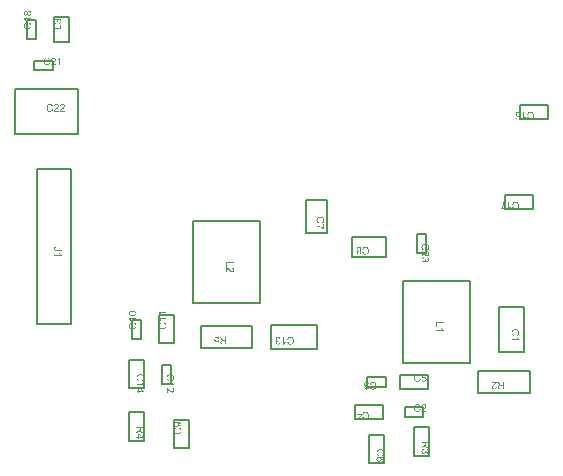
<source format=gbr>
G04*
G04 #@! TF.GenerationSoftware,Altium Limited,Altium Designer,24.0.1 (36)*
G04*
G04 Layer_Color=16711935*
%FSLAX25Y25*%
%MOIN*%
G70*
G04*
G04 #@! TF.SameCoordinates,852D5C1C-0582-447D-AFC5-A22B4F0E1159*
G04*
G04*
G04 #@! TF.FilePolarity,Positive*
G04*
G01*
G75*
%ADD12C,0.00787*%
G36*
X165019Y159665D02*
X162798D01*
Y158424D01*
X162500D01*
Y160000D01*
X165019D01*
Y159665D01*
D02*
G37*
G36*
X164396Y157914D02*
X164404Y157907D01*
X164407Y157893D01*
X164418Y157874D01*
X164429Y157852D01*
X164444Y157827D01*
X164480Y157765D01*
X164520Y157692D01*
X164571Y157620D01*
X164629Y157543D01*
X164691Y157467D01*
X164695Y157463D01*
X164699Y157459D01*
X164709Y157448D01*
X164720Y157434D01*
X164757Y157401D01*
X164800Y157357D01*
X164851Y157314D01*
X164910Y157266D01*
X164968Y157226D01*
X165030Y157190D01*
Y156990D01*
X162500D01*
Y157299D01*
X164469D01*
X164466Y157303D01*
X164451Y157321D01*
X164429Y157343D01*
X164404Y157379D01*
X164371Y157419D01*
X164334Y157470D01*
X164295Y157528D01*
X164254Y157594D01*
Y157598D01*
X164251Y157601D01*
X164236Y157623D01*
X164218Y157659D01*
X164196Y157703D01*
X164171Y157754D01*
X164145Y157809D01*
X164120Y157863D01*
X164098Y157918D01*
X164396D01*
Y157914D01*
D02*
G37*
G36*
X76266Y126664D02*
X76313D01*
X76368Y126661D01*
X76423Y126653D01*
X76546Y126642D01*
X76677Y126624D01*
X76801Y126599D01*
X76863Y126580D01*
X76918Y126562D01*
X76921D01*
X76929Y126558D01*
X76943Y126551D01*
X76965Y126544D01*
X76987Y126533D01*
X77016Y126518D01*
X77078Y126482D01*
X77147Y126438D01*
X77220Y126388D01*
X77289Y126322D01*
X77351Y126249D01*
Y126245D01*
X77358Y126238D01*
X77365Y126227D01*
X77373Y126213D01*
X77384Y126191D01*
X77398Y126169D01*
X77413Y126140D01*
X77424Y126111D01*
X77453Y126042D01*
X77478Y125958D01*
X77493Y125867D01*
X77500Y125765D01*
Y125736D01*
X77496Y125718D01*
Y125692D01*
X77493Y125663D01*
X77478Y125594D01*
X77460Y125517D01*
X77431Y125437D01*
X77391Y125357D01*
X77365Y125317D01*
X77336Y125281D01*
X77333Y125277D01*
X77329Y125274D01*
X77318Y125263D01*
X77307Y125252D01*
X77289Y125237D01*
X77267Y125219D01*
X77216Y125183D01*
X77151Y125146D01*
X77070Y125110D01*
X76980Y125081D01*
X76874Y125059D01*
X76849Y125357D01*
X76852D01*
X76859Y125361D01*
X76867D01*
X76881Y125365D01*
X76921Y125375D01*
X76965Y125390D01*
X77016Y125408D01*
X77067Y125434D01*
X77114Y125463D01*
X77154Y125499D01*
X77158Y125503D01*
X77169Y125517D01*
X77183Y125543D01*
X77198Y125572D01*
X77216Y125612D01*
X77231Y125660D01*
X77242Y125714D01*
X77245Y125772D01*
Y125798D01*
X77242Y125823D01*
X77238Y125856D01*
X77231Y125896D01*
X77220Y125936D01*
X77205Y125980D01*
X77183Y126020D01*
X77180Y126023D01*
X77172Y126038D01*
X77158Y126060D01*
X77136Y126082D01*
X77111Y126111D01*
X77081Y126140D01*
X77049Y126169D01*
X77009Y126198D01*
X77005Y126202D01*
X76987Y126209D01*
X76961Y126224D01*
X76929Y126238D01*
X76885Y126256D01*
X76834Y126275D01*
X76776Y126293D01*
X76710Y126311D01*
X76706D01*
X76703Y126315D01*
X76692D01*
X76677Y126318D01*
X76641Y126326D01*
X76594Y126337D01*
X76535Y126344D01*
X76474Y126351D01*
X76404Y126355D01*
X76332Y126358D01*
X76328D01*
X76317D01*
X76299D01*
X76270D01*
X76277Y126355D01*
X76295Y126340D01*
X76321Y126318D01*
X76357Y126293D01*
X76394Y126256D01*
X76433Y126213D01*
X76474Y126162D01*
X76510Y126103D01*
X76514Y126096D01*
X76525Y126074D01*
X76539Y126042D01*
X76554Y126002D01*
X76572Y125947D01*
X76586Y125889D01*
X76597Y125823D01*
X76601Y125754D01*
Y125725D01*
X76597Y125703D01*
X76594Y125674D01*
X76590Y125645D01*
X76583Y125609D01*
X76572Y125572D01*
X76546Y125488D01*
X76528Y125445D01*
X76506Y125401D01*
X76481Y125354D01*
X76448Y125310D01*
X76415Y125266D01*
X76375Y125226D01*
X76372Y125223D01*
X76364Y125215D01*
X76353Y125208D01*
X76335Y125194D01*
X76310Y125175D01*
X76284Y125157D01*
X76252Y125139D01*
X76215Y125121D01*
X76175Y125099D01*
X76131Y125081D01*
X76080Y125063D01*
X76029Y125044D01*
X75971Y125030D01*
X75909Y125022D01*
X75848Y125015D01*
X75778Y125012D01*
X75775D01*
X75760D01*
X75742D01*
X75716Y125015D01*
X75684Y125019D01*
X75644Y125022D01*
X75604Y125030D01*
X75556Y125041D01*
X75462Y125066D01*
X75411Y125084D01*
X75356Y125106D01*
X75305Y125132D01*
X75258Y125164D01*
X75207Y125197D01*
X75163Y125237D01*
X75160Y125241D01*
X75152Y125248D01*
X75141Y125259D01*
X75127Y125277D01*
X75109Y125299D01*
X75087Y125328D01*
X75068Y125357D01*
X75043Y125394D01*
X75021Y125430D01*
X75003Y125474D01*
X74963Y125572D01*
X74948Y125623D01*
X74937Y125681D01*
X74930Y125740D01*
X74927Y125801D01*
Y125827D01*
X74930Y125845D01*
Y125863D01*
X74934Y125889D01*
X74945Y125951D01*
X74959Y126020D01*
X74985Y126096D01*
X75018Y126173D01*
X75061Y126249D01*
Y126253D01*
X75068Y126256D01*
X75076Y126267D01*
X75087Y126282D01*
X75116Y126318D01*
X75156Y126366D01*
X75210Y126413D01*
X75276Y126468D01*
X75352Y126515D01*
X75440Y126558D01*
X75443D01*
X75451Y126562D01*
X75465Y126569D01*
X75484Y126577D01*
X75509Y126584D01*
X75542Y126595D01*
X75578Y126602D01*
X75618Y126613D01*
X75665Y126624D01*
X75720Y126635D01*
X75778Y126642D01*
X75840Y126649D01*
X75909Y126657D01*
X75982Y126664D01*
X76062Y126668D01*
X76146D01*
X76150D01*
X76168D01*
X76193D01*
X76226D01*
X76266Y126664D01*
D02*
G37*
G36*
X76677Y124724D02*
X76699Y124717D01*
X76728Y124706D01*
X76761Y124695D01*
X76801Y124680D01*
X76845Y124662D01*
X76892Y124640D01*
X76994Y124589D01*
X77096Y124524D01*
X77147Y124484D01*
X77198Y124444D01*
X77242Y124400D01*
X77285Y124349D01*
X77289Y124345D01*
X77296Y124338D01*
X77303Y124320D01*
X77318Y124302D01*
X77336Y124273D01*
X77354Y124243D01*
X77373Y124204D01*
X77391Y124163D01*
X77413Y124116D01*
X77431Y124065D01*
X77449Y124011D01*
X77467Y123952D01*
X77482Y123890D01*
X77489Y123825D01*
X77496Y123756D01*
X77500Y123683D01*
Y123643D01*
X77496Y123614D01*
Y123581D01*
X77493Y123541D01*
X77486Y123497D01*
X77478Y123446D01*
X77460Y123341D01*
X77431Y123232D01*
X77391Y123122D01*
X77365Y123071D01*
X77336Y123021D01*
X77333Y123017D01*
X77329Y123010D01*
X77318Y122995D01*
X77303Y122980D01*
X77289Y122959D01*
X77267Y122933D01*
X77242Y122904D01*
X77213Y122875D01*
X77180Y122846D01*
X77147Y122813D01*
X77063Y122748D01*
X76965Y122686D01*
X76856Y122631D01*
X76852D01*
X76841Y122624D01*
X76823Y122620D01*
X76801Y122609D01*
X76772Y122602D01*
X76736Y122591D01*
X76696Y122576D01*
X76652Y122565D01*
X76605Y122555D01*
X76550Y122540D01*
X76437Y122522D01*
X76310Y122507D01*
X76179Y122500D01*
X76175D01*
X76161D01*
X76139D01*
X76113Y122504D01*
X76077D01*
X76040Y122507D01*
X75993Y122511D01*
X75946Y122518D01*
X75840Y122536D01*
X75724Y122562D01*
X75607Y122598D01*
X75494Y122649D01*
X75491Y122653D01*
X75480Y122657D01*
X75465Y122664D01*
X75447Y122678D01*
X75422Y122693D01*
X75393Y122711D01*
X75327Y122758D01*
X75254Y122820D01*
X75181Y122893D01*
X75109Y122977D01*
X75047Y123075D01*
X75043Y123079D01*
X75039Y123090D01*
X75032Y123104D01*
X75021Y123122D01*
X75010Y123152D01*
X74999Y123181D01*
X74985Y123217D01*
X74970Y123257D01*
X74956Y123301D01*
X74941Y123348D01*
X74919Y123450D01*
X74901Y123566D01*
X74894Y123687D01*
Y123723D01*
X74897Y123749D01*
X74901Y123781D01*
X74905Y123821D01*
X74908Y123861D01*
X74919Y123909D01*
X74941Y124007D01*
X74974Y124116D01*
X74996Y124171D01*
X75021Y124222D01*
X75054Y124273D01*
X75087Y124324D01*
X75090Y124327D01*
X75094Y124335D01*
X75105Y124349D01*
X75123Y124367D01*
X75141Y124385D01*
X75167Y124411D01*
X75196Y124436D01*
X75225Y124466D01*
X75261Y124495D01*
X75305Y124524D01*
X75349Y124557D01*
X75396Y124586D01*
X75451Y124611D01*
X75505Y124640D01*
X75564Y124662D01*
X75629Y124684D01*
X75705Y124356D01*
X75702D01*
X75695Y124353D01*
X75680Y124345D01*
X75662Y124338D01*
X75640Y124331D01*
X75611Y124320D01*
X75553Y124291D01*
X75487Y124254D01*
X75422Y124211D01*
X75360Y124156D01*
X75305Y124098D01*
X75298Y124091D01*
X75283Y124069D01*
X75265Y124032D01*
X75240Y123985D01*
X75218Y123923D01*
X75196Y123854D01*
X75181Y123770D01*
X75178Y123679D01*
Y123650D01*
X75181Y123632D01*
Y123607D01*
X75185Y123577D01*
X75196Y123508D01*
X75210Y123432D01*
X75236Y123352D01*
X75272Y123268D01*
X75320Y123192D01*
Y123188D01*
X75327Y123184D01*
X75345Y123159D01*
X75374Y123126D01*
X75418Y123086D01*
X75473Y123039D01*
X75534Y122995D01*
X75611Y122955D01*
X75695Y122919D01*
X75698D01*
X75705Y122915D01*
X75716Y122911D01*
X75735Y122908D01*
X75757Y122900D01*
X75782Y122893D01*
X75844Y122882D01*
X75917Y122868D01*
X75997Y122853D01*
X76084Y122846D01*
X76179Y122842D01*
X76182D01*
X76193D01*
X76212D01*
X76233D01*
X76259Y122846D01*
X76292D01*
X76328Y122849D01*
X76368Y122853D01*
X76455Y122864D01*
X76550Y122882D01*
X76645Y122904D01*
X76739Y122933D01*
X76743D01*
X76750Y122937D01*
X76761Y122944D01*
X76779Y122951D01*
X76823Y122973D01*
X76874Y123006D01*
X76932Y123046D01*
X76994Y123097D01*
X77049Y123155D01*
X77100Y123224D01*
Y123228D01*
X77103Y123235D01*
X77111Y123246D01*
X77118Y123261D01*
X77125Y123279D01*
X77136Y123301D01*
X77158Y123352D01*
X77180Y123417D01*
X77198Y123490D01*
X77213Y123570D01*
X77216Y123654D01*
Y123679D01*
X77213Y123701D01*
Y123727D01*
X77209Y123752D01*
X77194Y123818D01*
X77176Y123894D01*
X77147Y123970D01*
X77107Y124051D01*
X77085Y124091D01*
X77056Y124127D01*
X77052Y124131D01*
X77049Y124134D01*
X77038Y124145D01*
X77027Y124160D01*
X77009Y124174D01*
X76987Y124193D01*
X76965Y124214D01*
X76936Y124233D01*
X76903Y124254D01*
X76867Y124280D01*
X76830Y124302D01*
X76787Y124324D01*
X76739Y124342D01*
X76688Y124360D01*
X76634Y124378D01*
X76575Y124393D01*
X76659Y124728D01*
X76663D01*
X76677Y124724D01*
D02*
G37*
G36*
X189708Y229996D02*
X189737D01*
X189769Y229993D01*
X189806Y229985D01*
X189849Y229975D01*
X189893Y229964D01*
X189944Y229949D01*
X189995Y229931D01*
X190046Y229909D01*
X190101Y229880D01*
X190152Y229847D01*
X190202Y229811D01*
X190253Y229767D01*
X190301Y229716D01*
X190304Y229713D01*
X190312Y229701D01*
X190323Y229687D01*
X190337Y229661D01*
X190359Y229629D01*
X190377Y229592D01*
X190399Y229545D01*
X190421Y229494D01*
X190446Y229432D01*
X190468Y229363D01*
X190486Y229287D01*
X190505Y229203D01*
X190523Y229108D01*
X190534Y229006D01*
X190541Y228897D01*
X190545Y228781D01*
Y228777D01*
Y228773D01*
Y228762D01*
Y228748D01*
X190541Y228712D01*
Y228660D01*
X190537Y228602D01*
X190530Y228533D01*
X190523Y228457D01*
X190512Y228373D01*
X190497Y228289D01*
X190479Y228198D01*
X190457Y228111D01*
X190432Y228024D01*
X190399Y227940D01*
X190363Y227860D01*
X190323Y227783D01*
X190275Y227718D01*
X190272Y227714D01*
X190264Y227707D01*
X190250Y227692D01*
X190232Y227670D01*
X190210Y227649D01*
X190181Y227627D01*
X190144Y227598D01*
X190108Y227572D01*
X190064Y227547D01*
X190017Y227518D01*
X189962Y227496D01*
X189908Y227470D01*
X189846Y227452D01*
X189780Y227437D01*
X189711Y227430D01*
X189638Y227427D01*
X189609D01*
X189587Y227430D01*
X189562D01*
X189533Y227434D01*
X189464Y227448D01*
X189387Y227467D01*
X189307Y227496D01*
X189227Y227539D01*
X189187Y227565D01*
X189151Y227594D01*
X189147Y227598D01*
X189143Y227601D01*
X189132Y227612D01*
X189121Y227623D01*
X189103Y227641D01*
X189089Y227663D01*
X189049Y227714D01*
X189009Y227780D01*
X188972Y227860D01*
X188939Y227951D01*
X188918Y228053D01*
X189227Y228078D01*
Y228075D01*
X189231Y228071D01*
X189234Y228049D01*
X189245Y228016D01*
X189260Y227976D01*
X189274Y227933D01*
X189296Y227889D01*
X189322Y227849D01*
X189347Y227816D01*
X189354Y227809D01*
X189369Y227794D01*
X189394Y227772D01*
X189431Y227747D01*
X189478Y227725D01*
X189529Y227703D01*
X189591Y227689D01*
X189656Y227681D01*
X189682D01*
X189711Y227685D01*
X189744Y227692D01*
X189788Y227703D01*
X189831Y227718D01*
X189875Y227736D01*
X189919Y227765D01*
X189926Y227769D01*
X189944Y227783D01*
X189970Y227809D01*
X190002Y227845D01*
X190039Y227889D01*
X190079Y227940D01*
X190115Y228005D01*
X190152Y228078D01*
Y228082D01*
X190155Y228089D01*
X190159Y228100D01*
X190166Y228115D01*
X190170Y228136D01*
X190177Y228162D01*
X190184Y228191D01*
X190192Y228227D01*
X190202Y228267D01*
X190210Y228311D01*
X190217Y228358D01*
X190221Y228409D01*
X190228Y228468D01*
X190232Y228526D01*
X190235Y228591D01*
Y228657D01*
X190232Y228653D01*
X190217Y228631D01*
X190192Y228602D01*
X190159Y228566D01*
X190122Y228522D01*
X190075Y228482D01*
X190024Y228442D01*
X189966Y228406D01*
X189962D01*
X189959Y228402D01*
X189937Y228391D01*
X189904Y228380D01*
X189860Y228362D01*
X189809Y228347D01*
X189751Y228337D01*
X189689Y228326D01*
X189624Y228322D01*
X189595D01*
X189573Y228326D01*
X189544Y228329D01*
X189515Y228333D01*
X189478Y228340D01*
X189442Y228351D01*
X189358Y228377D01*
X189314Y228395D01*
X189271Y228420D01*
X189227Y228446D01*
X189180Y228475D01*
X189136Y228511D01*
X189096Y228551D01*
X189092Y228555D01*
X189085Y228562D01*
X189074Y228573D01*
X189063Y228591D01*
X189045Y228617D01*
X189027Y228642D01*
X189009Y228675D01*
X188987Y228712D01*
X188965Y228751D01*
X188947Y228795D01*
X188928Y228846D01*
X188910Y228897D01*
X188899Y228952D01*
X188889Y229014D01*
X188881Y229076D01*
X188877Y229141D01*
Y229145D01*
Y229152D01*
Y229163D01*
Y229181D01*
X188881Y229203D01*
Y229225D01*
X188892Y229283D01*
X188903Y229352D01*
X188921Y229425D01*
X188947Y229505D01*
X188983Y229581D01*
Y229585D01*
X188987Y229589D01*
X188994Y229600D01*
X189001Y229614D01*
X189023Y229651D01*
X189056Y229698D01*
X189096Y229749D01*
X189143Y229800D01*
X189201Y229851D01*
X189263Y229894D01*
X189267D01*
X189271Y229898D01*
X189282Y229905D01*
X189296Y229909D01*
X189332Y229927D01*
X189380Y229945D01*
X189442Y229967D01*
X189511Y229982D01*
X189587Y229996D01*
X189671Y230000D01*
X189689D01*
X189708Y229996D01*
D02*
G37*
G36*
X193886D02*
X193919D01*
X193959Y229993D01*
X194003Y229985D01*
X194054Y229978D01*
X194159Y229960D01*
X194268Y229931D01*
X194378Y229891D01*
X194429Y229865D01*
X194480Y229836D01*
X194483Y229833D01*
X194490Y229829D01*
X194505Y229818D01*
X194520Y229803D01*
X194541Y229789D01*
X194567Y229767D01*
X194596Y229742D01*
X194625Y229713D01*
X194654Y229680D01*
X194687Y229647D01*
X194753Y229563D01*
X194814Y229465D01*
X194869Y229356D01*
Y229352D01*
X194876Y229341D01*
X194880Y229323D01*
X194891Y229301D01*
X194898Y229272D01*
X194909Y229236D01*
X194924Y229196D01*
X194934Y229152D01*
X194945Y229105D01*
X194960Y229050D01*
X194978Y228937D01*
X194993Y228810D01*
X195000Y228679D01*
Y228675D01*
Y228660D01*
Y228639D01*
X194996Y228613D01*
Y228577D01*
X194993Y228540D01*
X194989Y228493D01*
X194982Y228446D01*
X194964Y228340D01*
X194938Y228224D01*
X194902Y228107D01*
X194851Y227994D01*
X194847Y227991D01*
X194843Y227980D01*
X194836Y227965D01*
X194822Y227947D01*
X194807Y227922D01*
X194789Y227892D01*
X194742Y227827D01*
X194680Y227754D01*
X194607Y227681D01*
X194523Y227609D01*
X194425Y227547D01*
X194421Y227543D01*
X194410Y227539D01*
X194396Y227532D01*
X194378Y227521D01*
X194349Y227510D01*
X194319Y227499D01*
X194283Y227485D01*
X194243Y227470D01*
X194199Y227456D01*
X194152Y227441D01*
X194050Y227419D01*
X193933Y227401D01*
X193813Y227394D01*
X193777D01*
X193752Y227397D01*
X193719Y227401D01*
X193679Y227405D01*
X193639Y227408D01*
X193591Y227419D01*
X193493Y227441D01*
X193384Y227474D01*
X193329Y227496D01*
X193278Y227521D01*
X193227Y227554D01*
X193176Y227587D01*
X193173Y227590D01*
X193166Y227594D01*
X193151Y227605D01*
X193133Y227623D01*
X193114Y227641D01*
X193089Y227667D01*
X193064Y227696D01*
X193034Y227725D01*
X193005Y227761D01*
X192976Y227805D01*
X192943Y227849D01*
X192914Y227896D01*
X192889Y227951D01*
X192860Y228005D01*
X192838Y228064D01*
X192816Y228129D01*
X193144Y228205D01*
Y228202D01*
X193147Y228195D01*
X193155Y228180D01*
X193162Y228162D01*
X193169Y228140D01*
X193180Y228111D01*
X193209Y228053D01*
X193246Y227987D01*
X193289Y227922D01*
X193344Y227860D01*
X193402Y227805D01*
X193409Y227798D01*
X193431Y227783D01*
X193468Y227765D01*
X193515Y227740D01*
X193577Y227718D01*
X193646Y227696D01*
X193730Y227681D01*
X193821Y227678D01*
X193850D01*
X193868Y227681D01*
X193894D01*
X193923Y227685D01*
X193992Y227696D01*
X194068Y227711D01*
X194148Y227736D01*
X194232Y227772D01*
X194308Y227820D01*
X194312D01*
X194316Y227827D01*
X194341Y227845D01*
X194374Y227874D01*
X194414Y227918D01*
X194461Y227973D01*
X194505Y228034D01*
X194545Y228111D01*
X194581Y228195D01*
Y228198D01*
X194585Y228205D01*
X194589Y228216D01*
X194592Y228235D01*
X194600Y228257D01*
X194607Y228282D01*
X194618Y228344D01*
X194632Y228417D01*
X194647Y228497D01*
X194654Y228584D01*
X194658Y228679D01*
Y228682D01*
Y228693D01*
Y228712D01*
Y228733D01*
X194654Y228759D01*
Y228792D01*
X194651Y228828D01*
X194647Y228868D01*
X194636Y228955D01*
X194618Y229050D01*
X194596Y229145D01*
X194567Y229239D01*
Y229243D01*
X194563Y229250D01*
X194556Y229261D01*
X194549Y229279D01*
X194527Y229323D01*
X194494Y229374D01*
X194454Y229432D01*
X194403Y229494D01*
X194345Y229549D01*
X194276Y229600D01*
X194272D01*
X194265Y229603D01*
X194254Y229611D01*
X194239Y229618D01*
X194221Y229625D01*
X194199Y229636D01*
X194148Y229658D01*
X194083Y229680D01*
X194010Y229698D01*
X193930Y229713D01*
X193846Y229716D01*
X193821D01*
X193799Y229713D01*
X193773D01*
X193748Y229709D01*
X193682Y229694D01*
X193606Y229676D01*
X193529Y229647D01*
X193449Y229607D01*
X193409Y229585D01*
X193373Y229556D01*
X193369Y229552D01*
X193366Y229549D01*
X193355Y229538D01*
X193340Y229527D01*
X193326Y229509D01*
X193307Y229487D01*
X193286Y229465D01*
X193267Y229436D01*
X193246Y229403D01*
X193220Y229367D01*
X193198Y229330D01*
X193176Y229287D01*
X193158Y229239D01*
X193140Y229188D01*
X193122Y229134D01*
X193107Y229076D01*
X192772Y229159D01*
Y229163D01*
X192776Y229177D01*
X192783Y229199D01*
X192794Y229228D01*
X192805Y229261D01*
X192820Y229301D01*
X192838Y229345D01*
X192860Y229392D01*
X192911Y229494D01*
X192976Y229596D01*
X193016Y229647D01*
X193056Y229698D01*
X193100Y229742D01*
X193151Y229785D01*
X193155Y229789D01*
X193162Y229796D01*
X193180Y229803D01*
X193198Y229818D01*
X193227Y229836D01*
X193256Y229854D01*
X193297Y229873D01*
X193337Y229891D01*
X193384Y229913D01*
X193435Y229931D01*
X193489Y229949D01*
X193548Y229967D01*
X193609Y229982D01*
X193675Y229989D01*
X193744Y229996D01*
X193817Y230000D01*
X193857D01*
X193886Y229996D01*
D02*
G37*
G36*
X191633Y227987D02*
X191637Y227991D01*
X191655Y228005D01*
X191677Y228027D01*
X191713Y228053D01*
X191753Y228085D01*
X191804Y228122D01*
X191862Y228162D01*
X191928Y228202D01*
X191931D01*
X191935Y228205D01*
X191957Y228220D01*
X191993Y228238D01*
X192037Y228260D01*
X192088Y228286D01*
X192143Y228311D01*
X192197Y228337D01*
X192252Y228358D01*
Y228060D01*
X192248D01*
X192241Y228053D01*
X192226Y228049D01*
X192208Y228038D01*
X192186Y228027D01*
X192161Y228013D01*
X192099Y227976D01*
X192026Y227936D01*
X191953Y227885D01*
X191877Y227827D01*
X191800Y227765D01*
X191797Y227761D01*
X191793Y227758D01*
X191782Y227747D01*
X191768Y227736D01*
X191735Y227699D01*
X191691Y227656D01*
X191648Y227605D01*
X191600Y227547D01*
X191560Y227488D01*
X191524Y227427D01*
X191324D01*
Y229956D01*
X191633D01*
Y227987D01*
D02*
G37*
G36*
X143887Y117496D02*
X143923D01*
X143960Y117493D01*
X144007Y117489D01*
X144054Y117482D01*
X144160Y117464D01*
X144276Y117438D01*
X144393Y117402D01*
X144506Y117351D01*
X144509Y117347D01*
X144520Y117343D01*
X144535Y117336D01*
X144553Y117322D01*
X144578Y117307D01*
X144607Y117289D01*
X144673Y117242D01*
X144746Y117180D01*
X144819Y117107D01*
X144891Y117023D01*
X144953Y116925D01*
X144957Y116921D01*
X144961Y116910D01*
X144968Y116896D01*
X144979Y116878D01*
X144990Y116849D01*
X145001Y116819D01*
X145015Y116783D01*
X145030Y116743D01*
X145044Y116699D01*
X145059Y116652D01*
X145081Y116550D01*
X145099Y116434D01*
X145106Y116313D01*
Y116277D01*
X145103Y116252D01*
X145099Y116219D01*
X145095Y116179D01*
X145092Y116139D01*
X145081Y116091D01*
X145059Y115993D01*
X145026Y115884D01*
X145004Y115829D01*
X144979Y115778D01*
X144946Y115727D01*
X144913Y115676D01*
X144910Y115673D01*
X144906Y115665D01*
X144895Y115651D01*
X144877Y115633D01*
X144859Y115614D01*
X144833Y115589D01*
X144804Y115564D01*
X144775Y115534D01*
X144739Y115505D01*
X144695Y115476D01*
X144651Y115443D01*
X144604Y115414D01*
X144549Y115389D01*
X144495Y115360D01*
X144436Y115338D01*
X144371Y115316D01*
X144295Y115644D01*
X144298D01*
X144305Y115647D01*
X144320Y115655D01*
X144338Y115662D01*
X144360Y115669D01*
X144389Y115680D01*
X144447Y115709D01*
X144513Y115746D01*
X144578Y115789D01*
X144640Y115844D01*
X144695Y115902D01*
X144702Y115909D01*
X144717Y115931D01*
X144735Y115968D01*
X144760Y116015D01*
X144782Y116077D01*
X144804Y116146D01*
X144819Y116230D01*
X144822Y116321D01*
Y116350D01*
X144819Y116368D01*
Y116393D01*
X144815Y116423D01*
X144804Y116492D01*
X144790Y116568D01*
X144764Y116648D01*
X144728Y116732D01*
X144680Y116808D01*
Y116812D01*
X144673Y116816D01*
X144655Y116841D01*
X144626Y116874D01*
X144582Y116914D01*
X144527Y116961D01*
X144466Y117005D01*
X144389Y117045D01*
X144305Y117081D01*
X144302D01*
X144295Y117085D01*
X144283Y117089D01*
X144265Y117092D01*
X144244Y117100D01*
X144218Y117107D01*
X144156Y117118D01*
X144083Y117132D01*
X144003Y117147D01*
X143916Y117154D01*
X143821Y117158D01*
X143818D01*
X143807D01*
X143789D01*
X143767D01*
X143741Y117154D01*
X143708D01*
X143672Y117151D01*
X143632Y117147D01*
X143545Y117136D01*
X143450Y117118D01*
X143355Y117096D01*
X143261Y117067D01*
X143257D01*
X143250Y117063D01*
X143239Y117056D01*
X143221Y117049D01*
X143177Y117027D01*
X143126Y116994D01*
X143068Y116954D01*
X143006Y116903D01*
X142951Y116845D01*
X142900Y116776D01*
Y116772D01*
X142897Y116765D01*
X142889Y116754D01*
X142882Y116739D01*
X142875Y116721D01*
X142864Y116699D01*
X142842Y116648D01*
X142820Y116583D01*
X142802Y116510D01*
X142788Y116430D01*
X142784Y116346D01*
Y116321D01*
X142788Y116299D01*
Y116273D01*
X142791Y116248D01*
X142806Y116182D01*
X142824Y116106D01*
X142853Y116030D01*
X142893Y115949D01*
X142915Y115909D01*
X142944Y115873D01*
X142948Y115869D01*
X142951Y115866D01*
X142962Y115855D01*
X142973Y115840D01*
X142991Y115826D01*
X143013Y115807D01*
X143035Y115786D01*
X143064Y115767D01*
X143097Y115746D01*
X143133Y115720D01*
X143170Y115698D01*
X143213Y115676D01*
X143261Y115658D01*
X143312Y115640D01*
X143366Y115622D01*
X143424Y115607D01*
X143341Y115272D01*
X143337D01*
X143323Y115276D01*
X143301Y115283D01*
X143272Y115294D01*
X143239Y115305D01*
X143199Y115320D01*
X143155Y115338D01*
X143108Y115360D01*
X143006Y115411D01*
X142904Y115476D01*
X142853Y115516D01*
X142802Y115556D01*
X142758Y115600D01*
X142715Y115651D01*
X142711Y115655D01*
X142704Y115662D01*
X142696Y115680D01*
X142682Y115698D01*
X142664Y115727D01*
X142646Y115756D01*
X142627Y115796D01*
X142609Y115837D01*
X142587Y115884D01*
X142569Y115935D01*
X142551Y115989D01*
X142533Y116048D01*
X142518Y116110D01*
X142511Y116175D01*
X142504Y116244D01*
X142500Y116317D01*
Y116357D01*
X142504Y116386D01*
Y116419D01*
X142507Y116459D01*
X142515Y116503D01*
X142522Y116554D01*
X142540Y116659D01*
X142569Y116768D01*
X142609Y116878D01*
X142635Y116929D01*
X142664Y116980D01*
X142667Y116983D01*
X142671Y116990D01*
X142682Y117005D01*
X142696Y117020D01*
X142711Y117041D01*
X142733Y117067D01*
X142758Y117096D01*
X142788Y117125D01*
X142820Y117154D01*
X142853Y117187D01*
X142937Y117253D01*
X143035Y117314D01*
X143144Y117369D01*
X143148D01*
X143159Y117376D01*
X143177Y117380D01*
X143199Y117391D01*
X143228Y117398D01*
X143264Y117409D01*
X143304Y117424D01*
X143348Y117435D01*
X143395Y117445D01*
X143450Y117460D01*
X143563Y117478D01*
X143690Y117493D01*
X143821Y117500D01*
X143825D01*
X143840D01*
X143861D01*
X143887Y117496D01*
D02*
G37*
G36*
X143789Y114999D02*
X143840D01*
X143898Y114996D01*
X143967Y114988D01*
X144043Y114981D01*
X144127Y114970D01*
X144211Y114956D01*
X144302Y114937D01*
X144389Y114916D01*
X144476Y114890D01*
X144560Y114857D01*
X144640Y114821D01*
X144717Y114781D01*
X144782Y114734D01*
X144786Y114730D01*
X144793Y114723D01*
X144808Y114708D01*
X144829Y114690D01*
X144851Y114668D01*
X144873Y114639D01*
X144902Y114603D01*
X144928Y114566D01*
X144953Y114523D01*
X144982Y114475D01*
X145004Y114421D01*
X145030Y114366D01*
X145048Y114304D01*
X145062Y114239D01*
X145070Y114169D01*
X145073Y114097D01*
Y114067D01*
X145070Y114046D01*
Y114020D01*
X145066Y113991D01*
X145052Y113922D01*
X145033Y113846D01*
X145004Y113765D01*
X144961Y113685D01*
X144935Y113645D01*
X144906Y113609D01*
X144902Y113605D01*
X144899Y113602D01*
X144888Y113591D01*
X144877Y113580D01*
X144859Y113562D01*
X144837Y113547D01*
X144786Y113507D01*
X144720Y113467D01*
X144640Y113431D01*
X144549Y113398D01*
X144447Y113376D01*
X144422Y113685D01*
X144425D01*
X144429Y113689D01*
X144451Y113693D01*
X144484Y113704D01*
X144524Y113718D01*
X144568Y113733D01*
X144611Y113754D01*
X144651Y113780D01*
X144684Y113805D01*
X144691Y113813D01*
X144706Y113827D01*
X144728Y113853D01*
X144753Y113889D01*
X144775Y113936D01*
X144797Y113987D01*
X144811Y114049D01*
X144819Y114115D01*
Y114140D01*
X144815Y114169D01*
X144808Y114202D01*
X144797Y114246D01*
X144782Y114290D01*
X144764Y114333D01*
X144735Y114377D01*
X144731Y114384D01*
X144717Y114402D01*
X144691Y114428D01*
X144655Y114461D01*
X144611Y114497D01*
X144560Y114537D01*
X144495Y114574D01*
X144422Y114610D01*
X144418D01*
X144411Y114613D01*
X144400Y114617D01*
X144386Y114624D01*
X144364Y114628D01*
X144338Y114635D01*
X144309Y114643D01*
X144273Y114650D01*
X144233Y114661D01*
X144189Y114668D01*
X144142Y114675D01*
X144091Y114679D01*
X144032Y114686D01*
X143974Y114690D01*
X143909Y114694D01*
X143843D01*
X143847Y114690D01*
X143869Y114675D01*
X143898Y114650D01*
X143934Y114617D01*
X143978Y114581D01*
X144018Y114533D01*
X144058Y114482D01*
X144094Y114424D01*
Y114421D01*
X144098Y114417D01*
X144109Y114395D01*
X144120Y114362D01*
X144138Y114319D01*
X144152Y114268D01*
X144163Y114209D01*
X144174Y114148D01*
X144178Y114082D01*
Y114053D01*
X144174Y114031D01*
X144171Y114002D01*
X144167Y113973D01*
X144160Y113936D01*
X144149Y113900D01*
X144123Y113816D01*
X144105Y113773D01*
X144080Y113729D01*
X144054Y113685D01*
X144025Y113638D01*
X143989Y113594D01*
X143949Y113554D01*
X143945Y113551D01*
X143938Y113543D01*
X143927Y113532D01*
X143909Y113522D01*
X143883Y113503D01*
X143858Y113485D01*
X143825Y113467D01*
X143789Y113445D01*
X143748Y113423D01*
X143705Y113405D01*
X143654Y113387D01*
X143603Y113369D01*
X143548Y113358D01*
X143486Y113347D01*
X143424Y113339D01*
X143359Y113336D01*
X143355D01*
X143348D01*
X143337D01*
X143319D01*
X143297Y113339D01*
X143275D01*
X143217Y113350D01*
X143148Y113361D01*
X143075Y113380D01*
X142995Y113405D01*
X142919Y113441D01*
X142915D01*
X142911Y113445D01*
X142900Y113452D01*
X142886Y113460D01*
X142849Y113481D01*
X142802Y113514D01*
X142751Y113554D01*
X142700Y113602D01*
X142649Y113660D01*
X142605Y113722D01*
Y113725D01*
X142602Y113729D01*
X142595Y113740D01*
X142591Y113754D01*
X142573Y113791D01*
X142554Y113838D01*
X142533Y113900D01*
X142518Y113969D01*
X142504Y114046D01*
X142500Y114129D01*
Y114148D01*
X142504Y114166D01*
Y114195D01*
X142507Y114228D01*
X142515Y114264D01*
X142525Y114308D01*
X142536Y114351D01*
X142551Y114402D01*
X142569Y114453D01*
X142591Y114504D01*
X142620Y114559D01*
X142653Y114610D01*
X142689Y114661D01*
X142733Y114712D01*
X142784Y114759D01*
X142788Y114763D01*
X142798Y114770D01*
X142813Y114781D01*
X142839Y114795D01*
X142871Y114817D01*
X142908Y114836D01*
X142955Y114857D01*
X143006Y114879D01*
X143068Y114905D01*
X143137Y114927D01*
X143213Y114945D01*
X143297Y114963D01*
X143392Y114981D01*
X143494Y114992D01*
X143603Y114999D01*
X143719Y115003D01*
X143723D01*
X143727D01*
X143738D01*
X143752D01*
X143789Y114999D01*
D02*
G37*
G36*
X160063Y118832D02*
X160059Y118802D01*
Y118770D01*
X160055Y118693D01*
X160044Y118613D01*
X160033Y118526D01*
X160015Y118446D01*
X160004Y118406D01*
X159993Y118373D01*
Y118369D01*
X159990Y118366D01*
X159979Y118344D01*
X159964Y118311D01*
X159939Y118271D01*
X159906Y118227D01*
X159862Y118180D01*
X159811Y118136D01*
X159753Y118093D01*
X159749D01*
X159746Y118089D01*
X159724Y118075D01*
X159688Y118060D01*
X159640Y118038D01*
X159586Y118020D01*
X159520Y118002D01*
X159451Y117991D01*
X159374Y117987D01*
X159371D01*
X159364D01*
X159349D01*
X159331Y117991D01*
X159305D01*
X159280Y117994D01*
X159218Y118009D01*
X159145Y118031D01*
X159069Y118060D01*
X158992Y118104D01*
X158956Y118133D01*
X158920Y118162D01*
X158916Y118166D01*
X158912Y118169D01*
X158901Y118180D01*
X158890Y118195D01*
X158876Y118213D01*
X158861Y118235D01*
X158843Y118264D01*
X158821Y118293D01*
X158803Y118329D01*
X158785Y118369D01*
X158763Y118413D01*
X158745Y118460D01*
X158730Y118515D01*
X158712Y118570D01*
X158701Y118631D01*
X158690Y118697D01*
X158687Y118690D01*
X158679Y118675D01*
X158665Y118653D01*
X158650Y118624D01*
X158610Y118559D01*
X158585Y118526D01*
X158563Y118497D01*
X158555Y118489D01*
X158537Y118471D01*
X158508Y118442D01*
X158472Y118406D01*
X158421Y118366D01*
X158366Y118318D01*
X158301Y118271D01*
X158228Y118220D01*
X157544Y117787D01*
Y118202D01*
X158068Y118533D01*
X158071D01*
X158079Y118540D01*
X158090Y118548D01*
X158104Y118559D01*
X158144Y118584D01*
X158195Y118617D01*
X158250Y118657D01*
X158308Y118697D01*
X158363Y118737D01*
X158414Y118773D01*
X158417Y118777D01*
X158432Y118788D01*
X158454Y118806D01*
X158479Y118832D01*
X158534Y118886D01*
X158559Y118915D01*
X158581Y118944D01*
X158585Y118948D01*
X158588Y118955D01*
X158596Y118970D01*
X158607Y118992D01*
X158617Y119014D01*
X158628Y119039D01*
X158647Y119097D01*
Y119101D01*
X158650Y119108D01*
Y119123D01*
X158654Y119141D01*
X158658Y119167D01*
Y119196D01*
X158661Y119236D01*
Y119665D01*
X157544D01*
Y120000D01*
X160063D01*
Y118832D01*
D02*
G37*
G36*
X158250Y117277D02*
X158246D01*
X158239Y117274D01*
X158224Y117270D01*
X158206Y117266D01*
X158184Y117263D01*
X158159Y117255D01*
X158104Y117237D01*
X158039Y117212D01*
X157977Y117179D01*
X157919Y117143D01*
X157868Y117099D01*
X157864Y117092D01*
X157849Y117077D01*
X157831Y117048D01*
X157813Y117012D01*
X157791Y116968D01*
X157773Y116913D01*
X157758Y116851D01*
X157755Y116786D01*
Y116764D01*
X157758Y116750D01*
X157762Y116709D01*
X157773Y116658D01*
X157791Y116600D01*
X157817Y116538D01*
X157853Y116477D01*
X157904Y116418D01*
X157911Y116411D01*
X157933Y116393D01*
X157966Y116371D01*
X158010Y116342D01*
X158064Y116313D01*
X158126Y116291D01*
X158199Y116273D01*
X158279Y116265D01*
X158282D01*
X158290D01*
X158301D01*
X158315Y116269D01*
X158355Y116273D01*
X158403Y116284D01*
X158461Y116298D01*
X158519Y116324D01*
X158577Y116360D01*
X158632Y116407D01*
X158639Y116415D01*
X158654Y116433D01*
X158676Y116462D01*
X158701Y116502D01*
X158727Y116553D01*
X158748Y116615D01*
X158763Y116684D01*
X158770Y116760D01*
Y116793D01*
X158767Y116819D01*
X158763Y116851D01*
X158756Y116888D01*
X158748Y116931D01*
X158738Y116979D01*
X159011Y116942D01*
Y116924D01*
X159007Y116910D01*
Y116862D01*
X159014Y116822D01*
X159021Y116775D01*
X159032Y116720D01*
X159051Y116658D01*
X159076Y116600D01*
X159109Y116538D01*
Y116535D01*
X159113Y116531D01*
X159127Y116513D01*
X159152Y116487D01*
X159185Y116458D01*
X159233Y116429D01*
X159287Y116404D01*
X159349Y116385D01*
X159386Y116378D01*
X159425D01*
X159429D01*
X159433D01*
X159455D01*
X159484Y116385D01*
X159524Y116393D01*
X159567Y116407D01*
X159615Y116426D01*
X159662Y116455D01*
X159706Y116495D01*
X159709Y116498D01*
X159724Y116517D01*
X159742Y116542D01*
X159764Y116575D01*
X159782Y116619D01*
X159800Y116669D01*
X159815Y116728D01*
X159819Y116793D01*
Y116822D01*
X159811Y116855D01*
X159804Y116899D01*
X159790Y116946D01*
X159771Y116993D01*
X159742Y117044D01*
X159706Y117092D01*
X159702Y117095D01*
X159684Y117110D01*
X159659Y117132D01*
X159622Y117157D01*
X159575Y117183D01*
X159517Y117208D01*
X159447Y117230D01*
X159367Y117245D01*
X159422Y117554D01*
X159425D01*
X159436Y117550D01*
X159451Y117547D01*
X159473Y117543D01*
X159498Y117536D01*
X159527Y117525D01*
X159597Y117503D01*
X159677Y117467D01*
X159757Y117423D01*
X159833Y117368D01*
X159902Y117299D01*
X159906Y117296D01*
X159910Y117288D01*
X159917Y117277D01*
X159928Y117263D01*
X159942Y117245D01*
X159957Y117219D01*
X159971Y117194D01*
X159990Y117161D01*
X160019Y117088D01*
X160048Y117004D01*
X160066Y116906D01*
X160073Y116855D01*
Y116764D01*
X160070Y116724D01*
X160063Y116677D01*
X160052Y116619D01*
X160033Y116553D01*
X160012Y116487D01*
X159982Y116422D01*
Y116418D01*
X159979Y116415D01*
X159968Y116393D01*
X159946Y116360D01*
X159921Y116324D01*
X159884Y116280D01*
X159844Y116236D01*
X159797Y116193D01*
X159742Y116156D01*
X159735Y116153D01*
X159717Y116142D01*
X159684Y116127D01*
X159644Y116109D01*
X159597Y116091D01*
X159542Y116076D01*
X159480Y116065D01*
X159418Y116062D01*
X159411D01*
X159389D01*
X159360Y116065D01*
X159320Y116072D01*
X159273Y116083D01*
X159222Y116102D01*
X159171Y116123D01*
X159120Y116153D01*
X159113Y116156D01*
X159098Y116167D01*
X159072Y116189D01*
X159043Y116218D01*
X159011Y116254D01*
X158974Y116298D01*
X158941Y116349D01*
X158909Y116411D01*
Y116407D01*
X158905Y116400D01*
X158901Y116389D01*
X158898Y116375D01*
X158883Y116334D01*
X158861Y116284D01*
X158832Y116225D01*
X158796Y116167D01*
X158748Y116112D01*
X158694Y116062D01*
X158687Y116058D01*
X158665Y116043D01*
X158628Y116022D01*
X158581Y116000D01*
X158523Y115978D01*
X158454Y115956D01*
X158374Y115941D01*
X158286Y115938D01*
X158282D01*
X158272D01*
X158253D01*
X158232Y115941D01*
X158203Y115945D01*
X158170Y115952D01*
X158133Y115960D01*
X158093Y115967D01*
X158006Y115996D01*
X157959Y116018D01*
X157915Y116040D01*
X157868Y116069D01*
X157820Y116102D01*
X157773Y116138D01*
X157729Y116182D01*
X157726Y116185D01*
X157718Y116193D01*
X157707Y116207D01*
X157693Y116225D01*
X157675Y116247D01*
X157657Y116276D01*
X157635Y116309D01*
X157616Y116349D01*
X157595Y116389D01*
X157573Y116437D01*
X157554Y116484D01*
X157536Y116538D01*
X157522Y116597D01*
X157511Y116658D01*
X157504Y116720D01*
X157500Y116790D01*
Y116822D01*
X157504Y116844D01*
X157507Y116873D01*
X157511Y116906D01*
X157518Y116942D01*
X157525Y116982D01*
X157547Y117070D01*
X157584Y117161D01*
X157606Y117208D01*
X157631Y117252D01*
X157664Y117296D01*
X157696Y117339D01*
X157700Y117343D01*
X157707Y117350D01*
X157718Y117361D01*
X157733Y117372D01*
X157751Y117390D01*
X157777Y117408D01*
X157802Y117430D01*
X157835Y117452D01*
X157871Y117474D01*
X157908Y117496D01*
X157995Y117536D01*
X158097Y117569D01*
X158151Y117579D01*
X158210Y117587D01*
X158250Y117277D01*
D02*
G37*
G36*
X65019Y123832D02*
X65015Y123802D01*
Y123770D01*
X65012Y123693D01*
X65001Y123613D01*
X64990Y123526D01*
X64972Y123446D01*
X64961Y123406D01*
X64950Y123373D01*
Y123369D01*
X64946Y123366D01*
X64935Y123344D01*
X64921Y123311D01*
X64895Y123271D01*
X64862Y123227D01*
X64819Y123180D01*
X64768Y123136D01*
X64709Y123093D01*
X64706D01*
X64702Y123089D01*
X64680Y123074D01*
X64644Y123060D01*
X64597Y123038D01*
X64542Y123020D01*
X64477Y123002D01*
X64407Y122991D01*
X64331Y122987D01*
X64327D01*
X64320D01*
X64305D01*
X64287Y122991D01*
X64262D01*
X64236Y122994D01*
X64174Y123009D01*
X64101Y123031D01*
X64025Y123060D01*
X63949Y123104D01*
X63912Y123133D01*
X63876Y123162D01*
X63872Y123166D01*
X63869Y123169D01*
X63858Y123180D01*
X63847Y123195D01*
X63832Y123213D01*
X63818Y123235D01*
X63799Y123264D01*
X63778Y123293D01*
X63759Y123329D01*
X63741Y123369D01*
X63719Y123413D01*
X63701Y123460D01*
X63687Y123515D01*
X63668Y123570D01*
X63657Y123631D01*
X63647Y123697D01*
X63643Y123690D01*
X63636Y123675D01*
X63621Y123653D01*
X63607Y123624D01*
X63566Y123559D01*
X63541Y123526D01*
X63519Y123497D01*
X63512Y123489D01*
X63494Y123471D01*
X63464Y123442D01*
X63428Y123406D01*
X63377Y123366D01*
X63323Y123318D01*
X63257Y123271D01*
X63184Y123220D01*
X62500Y122787D01*
Y123202D01*
X63024Y123533D01*
X63028D01*
X63035Y123540D01*
X63046Y123548D01*
X63060Y123559D01*
X63100Y123584D01*
X63152Y123617D01*
X63206Y123657D01*
X63264Y123697D01*
X63319Y123737D01*
X63370Y123773D01*
X63374Y123777D01*
X63388Y123788D01*
X63410Y123806D01*
X63435Y123832D01*
X63490Y123886D01*
X63516Y123915D01*
X63537Y123944D01*
X63541Y123948D01*
X63545Y123955D01*
X63552Y123970D01*
X63563Y123992D01*
X63574Y124014D01*
X63585Y124039D01*
X63603Y124097D01*
Y124101D01*
X63607Y124108D01*
Y124123D01*
X63610Y124141D01*
X63614Y124167D01*
Y124196D01*
X63617Y124236D01*
Y124665D01*
X62500D01*
Y125000D01*
X65019D01*
Y123832D01*
D02*
G37*
G36*
Y121542D02*
Y121291D01*
X63388D01*
Y120949D01*
X63104D01*
Y121291D01*
X62500D01*
Y121600D01*
X63104D01*
Y122696D01*
X63388D01*
X65019Y121542D01*
D02*
G37*
G36*
X35797Y184698D02*
X35794D01*
X35786D01*
X35772D01*
X35750Y184694D01*
X35728Y184691D01*
X35702D01*
X35641Y184680D01*
X35575Y184669D01*
X35510Y184647D01*
X35451Y184625D01*
X35426Y184610D01*
X35404Y184592D01*
X35400Y184589D01*
X35389Y184574D01*
X35371Y184552D01*
X35353Y184523D01*
X35331Y184483D01*
X35317Y184440D01*
X35302Y184385D01*
X35298Y184327D01*
Y184305D01*
X35302Y184283D01*
X35306Y184250D01*
X35313Y184217D01*
X35320Y184181D01*
X35335Y184145D01*
X35353Y184108D01*
X35357Y184105D01*
X35364Y184094D01*
X35379Y184079D01*
X35393Y184057D01*
X35418Y184039D01*
X35444Y184017D01*
X35473Y183999D01*
X35510Y183984D01*
X35513D01*
X35528Y183977D01*
X35553Y183974D01*
X35586Y183966D01*
X35630Y183959D01*
X35684Y183955D01*
X35750Y183948D01*
X35826D01*
X37563D01*
Y183613D01*
X35844D01*
X35841D01*
X35830D01*
X35815D01*
X35794D01*
X35764Y183617D01*
X35735D01*
X35666Y183624D01*
X35586Y183631D01*
X35502Y183646D01*
X35426Y183668D01*
X35353Y183693D01*
X35349D01*
X35346Y183697D01*
X35324Y183708D01*
X35295Y183726D01*
X35255Y183751D01*
X35215Y183788D01*
X35171Y183828D01*
X35127Y183879D01*
X35091Y183937D01*
X35087Y183944D01*
X35076Y183966D01*
X35062Y183999D01*
X35047Y184046D01*
X35029Y184105D01*
X35015Y184170D01*
X35004Y184243D01*
X35000Y184323D01*
Y184356D01*
X35004Y184378D01*
X35007Y184407D01*
X35011Y184436D01*
X35025Y184512D01*
X35047Y184592D01*
X35080Y184676D01*
X35102Y184720D01*
X35127Y184760D01*
X35157Y184796D01*
X35189Y184833D01*
X35193Y184836D01*
X35197Y184840D01*
X35211Y184847D01*
X35226Y184858D01*
X35244Y184873D01*
X35269Y184887D01*
X35298Y184902D01*
X35331Y184920D01*
X35368Y184934D01*
X35411Y184949D01*
X35455Y184964D01*
X35506Y184978D01*
X35561Y184985D01*
X35622Y184996D01*
X35684Y185000D01*
X35753D01*
X35797Y184698D01*
D02*
G37*
G36*
X36940Y182954D02*
X36947Y182947D01*
X36951Y182932D01*
X36962Y182914D01*
X36973Y182893D01*
X36987Y182867D01*
X37024Y182805D01*
X37064Y182732D01*
X37115Y182659D01*
X37173Y182583D01*
X37235Y182507D01*
X37238Y182503D01*
X37242Y182499D01*
X37253Y182488D01*
X37264Y182474D01*
X37300Y182441D01*
X37344Y182397D01*
X37395Y182354D01*
X37453Y182306D01*
X37512Y182266D01*
X37573Y182230D01*
Y182030D01*
X35044D01*
Y182339D01*
X37013D01*
X37009Y182343D01*
X36995Y182361D01*
X36973Y182383D01*
X36947Y182419D01*
X36915Y182459D01*
X36878Y182510D01*
X36838Y182569D01*
X36798Y182634D01*
Y182638D01*
X36794Y182641D01*
X36780Y182663D01*
X36762Y182700D01*
X36740Y182743D01*
X36714Y182794D01*
X36689Y182849D01*
X36663Y182903D01*
X36642Y182958D01*
X36940D01*
Y182954D01*
D02*
G37*
G36*
X72456Y162825D02*
X70487D01*
X70491Y162822D01*
X70505Y162803D01*
X70527Y162782D01*
X70553Y162745D01*
X70585Y162705D01*
X70622Y162654D01*
X70662Y162596D01*
X70702Y162530D01*
Y162527D01*
X70705Y162523D01*
X70720Y162501D01*
X70738Y162465D01*
X70760Y162421D01*
X70786Y162370D01*
X70811Y162316D01*
X70837Y162261D01*
X70858Y162206D01*
X70560D01*
Y162210D01*
X70553Y162217D01*
X70549Y162232D01*
X70538Y162250D01*
X70527Y162272D01*
X70513Y162297D01*
X70476Y162359D01*
X70436Y162432D01*
X70385Y162505D01*
X70327Y162581D01*
X70265Y162658D01*
X70261Y162662D01*
X70258Y162665D01*
X70247Y162676D01*
X70236Y162691D01*
X70200Y162723D01*
X70156Y162767D01*
X70105Y162811D01*
X70047Y162858D01*
X69988Y162898D01*
X69927Y162935D01*
Y163135D01*
X72456D01*
Y162825D01*
D02*
G37*
G36*
Y160867D02*
X70487D01*
X70491Y160863D01*
X70505Y160845D01*
X70527Y160823D01*
X70553Y160787D01*
X70585Y160747D01*
X70622Y160696D01*
X70662Y160638D01*
X70702Y160572D01*
Y160568D01*
X70705Y160565D01*
X70720Y160543D01*
X70738Y160507D01*
X70760Y160463D01*
X70786Y160412D01*
X70811Y160357D01*
X70837Y160303D01*
X70858Y160248D01*
X70560D01*
Y160252D01*
X70553Y160259D01*
X70549Y160274D01*
X70538Y160292D01*
X70527Y160314D01*
X70513Y160339D01*
X70476Y160401D01*
X70436Y160474D01*
X70385Y160547D01*
X70327Y160623D01*
X70265Y160699D01*
X70261Y160703D01*
X70258Y160707D01*
X70247Y160718D01*
X70236Y160732D01*
X70200Y160765D01*
X70156Y160809D01*
X70105Y160852D01*
X70047Y160900D01*
X69988Y160940D01*
X69927Y160976D01*
Y161176D01*
X72456D01*
Y160867D01*
D02*
G37*
G36*
X71677Y159724D02*
X71699Y159717D01*
X71728Y159706D01*
X71761Y159695D01*
X71801Y159680D01*
X71845Y159662D01*
X71892Y159640D01*
X71994Y159589D01*
X72096Y159524D01*
X72147Y159484D01*
X72198Y159444D01*
X72242Y159400D01*
X72285Y159349D01*
X72289Y159345D01*
X72296Y159338D01*
X72303Y159320D01*
X72318Y159302D01*
X72336Y159273D01*
X72354Y159244D01*
X72373Y159204D01*
X72391Y159163D01*
X72413Y159116D01*
X72431Y159065D01*
X72449Y159011D01*
X72467Y158952D01*
X72482Y158890D01*
X72489Y158825D01*
X72496Y158756D01*
X72500Y158683D01*
Y158643D01*
X72496Y158614D01*
Y158581D01*
X72493Y158541D01*
X72486Y158497D01*
X72478Y158446D01*
X72460Y158341D01*
X72431Y158232D01*
X72391Y158122D01*
X72365Y158071D01*
X72336Y158020D01*
X72333Y158017D01*
X72329Y158010D01*
X72318Y157995D01*
X72303Y157980D01*
X72289Y157959D01*
X72267Y157933D01*
X72242Y157904D01*
X72212Y157875D01*
X72180Y157846D01*
X72147Y157813D01*
X72063Y157747D01*
X71965Y157686D01*
X71856Y157631D01*
X71852D01*
X71841Y157624D01*
X71823Y157620D01*
X71801Y157609D01*
X71772Y157602D01*
X71736Y157591D01*
X71696Y157576D01*
X71652Y157565D01*
X71605Y157554D01*
X71550Y157540D01*
X71437Y157522D01*
X71310Y157507D01*
X71179Y157500D01*
X71175D01*
X71161D01*
X71139D01*
X71113Y157504D01*
X71077D01*
X71040Y157507D01*
X70993Y157511D01*
X70946Y157518D01*
X70840Y157536D01*
X70724Y157562D01*
X70607Y157598D01*
X70494Y157649D01*
X70491Y157653D01*
X70480Y157657D01*
X70465Y157664D01*
X70447Y157678D01*
X70422Y157693D01*
X70393Y157711D01*
X70327Y157758D01*
X70254Y157820D01*
X70181Y157893D01*
X70109Y157977D01*
X70047Y158075D01*
X70043Y158079D01*
X70039Y158090D01*
X70032Y158104D01*
X70021Y158122D01*
X70010Y158151D01*
X69999Y158181D01*
X69985Y158217D01*
X69970Y158257D01*
X69956Y158301D01*
X69941Y158348D01*
X69919Y158450D01*
X69901Y158566D01*
X69894Y158687D01*
Y158723D01*
X69897Y158748D01*
X69901Y158781D01*
X69905Y158821D01*
X69908Y158861D01*
X69919Y158909D01*
X69941Y159007D01*
X69974Y159116D01*
X69996Y159171D01*
X70021Y159222D01*
X70054Y159273D01*
X70087Y159324D01*
X70090Y159327D01*
X70094Y159335D01*
X70105Y159349D01*
X70123Y159367D01*
X70141Y159386D01*
X70167Y159411D01*
X70196Y159436D01*
X70225Y159466D01*
X70261Y159495D01*
X70305Y159524D01*
X70349Y159556D01*
X70396Y159586D01*
X70451Y159611D01*
X70505Y159640D01*
X70564Y159662D01*
X70629Y159684D01*
X70705Y159356D01*
X70702D01*
X70695Y159353D01*
X70680Y159345D01*
X70662Y159338D01*
X70640Y159331D01*
X70611Y159320D01*
X70553Y159291D01*
X70487Y159254D01*
X70422Y159211D01*
X70360Y159156D01*
X70305Y159098D01*
X70298Y159091D01*
X70283Y159069D01*
X70265Y159032D01*
X70240Y158985D01*
X70218Y158923D01*
X70196Y158854D01*
X70181Y158770D01*
X70178Y158679D01*
Y158650D01*
X70181Y158632D01*
Y158607D01*
X70185Y158577D01*
X70196Y158508D01*
X70210Y158432D01*
X70236Y158352D01*
X70272Y158268D01*
X70320Y158192D01*
Y158188D01*
X70327Y158184D01*
X70345Y158159D01*
X70374Y158126D01*
X70418Y158086D01*
X70473Y158039D01*
X70534Y157995D01*
X70611Y157955D01*
X70695Y157919D01*
X70698D01*
X70705Y157915D01*
X70716Y157911D01*
X70735Y157908D01*
X70757Y157900D01*
X70782Y157893D01*
X70844Y157882D01*
X70917Y157868D01*
X70997Y157853D01*
X71084Y157846D01*
X71179Y157842D01*
X71182D01*
X71193D01*
X71211D01*
X71233D01*
X71259Y157846D01*
X71292D01*
X71328Y157849D01*
X71368Y157853D01*
X71455Y157864D01*
X71550Y157882D01*
X71645Y157904D01*
X71739Y157933D01*
X71743D01*
X71750Y157937D01*
X71761Y157944D01*
X71779Y157951D01*
X71823Y157973D01*
X71874Y158006D01*
X71932Y158046D01*
X71994Y158097D01*
X72049Y158155D01*
X72100Y158224D01*
Y158228D01*
X72103Y158235D01*
X72111Y158246D01*
X72118Y158261D01*
X72125Y158279D01*
X72136Y158301D01*
X72158Y158352D01*
X72180Y158417D01*
X72198Y158490D01*
X72212Y158570D01*
X72216Y158654D01*
Y158679D01*
X72212Y158701D01*
Y158727D01*
X72209Y158752D01*
X72194Y158818D01*
X72176Y158894D01*
X72147Y158970D01*
X72107Y159051D01*
X72085Y159091D01*
X72056Y159127D01*
X72052Y159131D01*
X72049Y159134D01*
X72038Y159145D01*
X72027Y159160D01*
X72009Y159174D01*
X71987Y159193D01*
X71965Y159214D01*
X71936Y159233D01*
X71903Y159254D01*
X71867Y159280D01*
X71830Y159302D01*
X71787Y159324D01*
X71739Y159342D01*
X71688Y159360D01*
X71634Y159378D01*
X71575Y159393D01*
X71659Y159728D01*
X71663D01*
X71677Y159724D01*
D02*
G37*
G36*
X61328Y163611D02*
X61372D01*
X61419Y163608D01*
X61470Y163604D01*
X61586Y163593D01*
X61707Y163575D01*
X61823Y163553D01*
X61878Y163539D01*
X61932Y163521D01*
X61936D01*
X61943Y163517D01*
X61958Y163510D01*
X61976Y163502D01*
X62001Y163495D01*
X62027Y163480D01*
X62089Y163451D01*
X62154Y163415D01*
X62227Y163368D01*
X62293Y163313D01*
X62354Y163248D01*
Y163244D01*
X62362Y163240D01*
X62369Y163229D01*
X62376Y163215D01*
X62387Y163197D01*
X62402Y163178D01*
X62427Y163124D01*
X62453Y163058D01*
X62478Y162982D01*
X62493Y162891D01*
X62500Y162793D01*
Y162756D01*
X62496Y162731D01*
X62493Y162701D01*
X62485Y162665D01*
X62478Y162625D01*
X62467Y162581D01*
X62453Y162538D01*
X62438Y162490D01*
X62416Y162443D01*
X62391Y162396D01*
X62362Y162348D01*
X62325Y162301D01*
X62285Y162257D01*
X62242Y162217D01*
X62238Y162214D01*
X62227Y162206D01*
X62209Y162196D01*
X62180Y162177D01*
X62147Y162159D01*
X62103Y162141D01*
X62052Y162116D01*
X61994Y162094D01*
X61928Y162072D01*
X61852Y162050D01*
X61768Y162028D01*
X61674Y162010D01*
X61572Y161992D01*
X61463Y161981D01*
X61343Y161974D01*
X61215Y161970D01*
X61212D01*
X61197D01*
X61171D01*
X61142D01*
X61102Y161974D01*
X61059D01*
X61011Y161977D01*
X60957Y161981D01*
X60844Y161992D01*
X60724Y162010D01*
X60604Y162032D01*
X60549Y162046D01*
X60494Y162061D01*
X60491D01*
X60483Y162065D01*
X60469Y162072D01*
X60451Y162079D01*
X60425Y162086D01*
X60400Y162101D01*
X60338Y162130D01*
X60272Y162166D01*
X60203Y162214D01*
X60134Y162268D01*
X60076Y162334D01*
Y162338D01*
X60069Y162341D01*
X60061Y162352D01*
X60054Y162367D01*
X60039Y162385D01*
X60028Y162407D01*
X59999Y162461D01*
X59974Y162527D01*
X59948Y162603D01*
X59934Y162694D01*
X59926Y162793D01*
Y162825D01*
X59930Y162865D01*
X59938Y162913D01*
X59948Y162967D01*
X59963Y163025D01*
X59981Y163087D01*
X60010Y163146D01*
Y163149D01*
X60014Y163153D01*
X60025Y163171D01*
X60043Y163200D01*
X60069Y163237D01*
X60105Y163277D01*
X60145Y163320D01*
X60192Y163360D01*
X60247Y163400D01*
X60254Y163404D01*
X60272Y163419D01*
X60305Y163433D01*
X60352Y163459D01*
X60407Y163480D01*
X60469Y163510D01*
X60542Y163535D01*
X60622Y163557D01*
X60625D01*
X60633Y163560D01*
X60644Y163564D01*
X60662Y163568D01*
X60684Y163572D01*
X60709Y163575D01*
X60742Y163582D01*
X60778Y163586D01*
X60818Y163593D01*
X60862Y163597D01*
X60913Y163601D01*
X60964Y163608D01*
X61022Y163611D01*
X61080D01*
X61146Y163615D01*
X61215D01*
X61219D01*
X61233D01*
X61259D01*
X61288D01*
X61328Y163611D01*
D02*
G37*
G36*
X62456Y160867D02*
X60487D01*
X60491Y160863D01*
X60505Y160845D01*
X60527Y160823D01*
X60553Y160787D01*
X60585Y160747D01*
X60622Y160696D01*
X60662Y160638D01*
X60702Y160572D01*
Y160568D01*
X60706Y160565D01*
X60720Y160543D01*
X60738Y160507D01*
X60760Y160463D01*
X60786Y160412D01*
X60811Y160357D01*
X60836Y160303D01*
X60858Y160248D01*
X60560D01*
Y160252D01*
X60553Y160259D01*
X60549Y160274D01*
X60538Y160292D01*
X60527Y160314D01*
X60513Y160339D01*
X60476Y160401D01*
X60436Y160474D01*
X60385Y160547D01*
X60327Y160623D01*
X60265Y160699D01*
X60261Y160703D01*
X60258Y160707D01*
X60247Y160718D01*
X60236Y160732D01*
X60199Y160765D01*
X60156Y160809D01*
X60105Y160852D01*
X60047Y160900D01*
X59988Y160940D01*
X59926Y160976D01*
Y161176D01*
X62456D01*
Y160867D01*
D02*
G37*
G36*
X61677Y159724D02*
X61699Y159717D01*
X61728Y159706D01*
X61761Y159695D01*
X61801Y159680D01*
X61845Y159662D01*
X61892Y159640D01*
X61994Y159589D01*
X62096Y159524D01*
X62147Y159484D01*
X62198Y159444D01*
X62242Y159400D01*
X62285Y159349D01*
X62289Y159345D01*
X62296Y159338D01*
X62304Y159320D01*
X62318Y159302D01*
X62336Y159273D01*
X62354Y159244D01*
X62373Y159204D01*
X62391Y159163D01*
X62413Y159116D01*
X62431Y159065D01*
X62449Y159011D01*
X62467Y158952D01*
X62482Y158890D01*
X62489Y158825D01*
X62496Y158756D01*
X62500Y158683D01*
Y158643D01*
X62496Y158614D01*
Y158581D01*
X62493Y158541D01*
X62485Y158497D01*
X62478Y158446D01*
X62460Y158341D01*
X62431Y158232D01*
X62391Y158122D01*
X62365Y158071D01*
X62336Y158020D01*
X62333Y158017D01*
X62329Y158010D01*
X62318Y157995D01*
X62304Y157980D01*
X62289Y157959D01*
X62267Y157933D01*
X62242Y157904D01*
X62213Y157875D01*
X62180Y157846D01*
X62147Y157813D01*
X62063Y157747D01*
X61965Y157686D01*
X61856Y157631D01*
X61852D01*
X61841Y157624D01*
X61823Y157620D01*
X61801Y157609D01*
X61772Y157602D01*
X61736Y157591D01*
X61696Y157576D01*
X61652Y157565D01*
X61605Y157554D01*
X61550Y157540D01*
X61437Y157522D01*
X61310Y157507D01*
X61179Y157500D01*
X61175D01*
X61160D01*
X61139D01*
X61113Y157504D01*
X61077D01*
X61040Y157507D01*
X60993Y157511D01*
X60946Y157518D01*
X60840Y157536D01*
X60724Y157562D01*
X60607Y157598D01*
X60494Y157649D01*
X60491Y157653D01*
X60480Y157657D01*
X60465Y157664D01*
X60447Y157678D01*
X60422Y157693D01*
X60392Y157711D01*
X60327Y157758D01*
X60254Y157820D01*
X60181Y157893D01*
X60109Y157977D01*
X60047Y158075D01*
X60043Y158079D01*
X60039Y158090D01*
X60032Y158104D01*
X60021Y158122D01*
X60010Y158151D01*
X59999Y158181D01*
X59985Y158217D01*
X59970Y158257D01*
X59956Y158301D01*
X59941Y158348D01*
X59919Y158450D01*
X59901Y158566D01*
X59894Y158687D01*
Y158723D01*
X59897Y158748D01*
X59901Y158781D01*
X59905Y158821D01*
X59908Y158861D01*
X59919Y158909D01*
X59941Y159007D01*
X59974Y159116D01*
X59996Y159171D01*
X60021Y159222D01*
X60054Y159273D01*
X60087Y159324D01*
X60090Y159327D01*
X60094Y159335D01*
X60105Y159349D01*
X60123Y159367D01*
X60141Y159386D01*
X60167Y159411D01*
X60196Y159436D01*
X60225Y159466D01*
X60261Y159495D01*
X60305Y159524D01*
X60349Y159556D01*
X60396Y159586D01*
X60451Y159611D01*
X60505Y159640D01*
X60563Y159662D01*
X60629Y159684D01*
X60706Y159356D01*
X60702D01*
X60695Y159353D01*
X60680Y159345D01*
X60662Y159338D01*
X60640Y159331D01*
X60611Y159320D01*
X60553Y159291D01*
X60487Y159254D01*
X60422Y159211D01*
X60360Y159156D01*
X60305Y159098D01*
X60298Y159091D01*
X60283Y159069D01*
X60265Y159032D01*
X60240Y158985D01*
X60218Y158923D01*
X60196Y158854D01*
X60181Y158770D01*
X60178Y158679D01*
Y158650D01*
X60181Y158632D01*
Y158607D01*
X60185Y158577D01*
X60196Y158508D01*
X60211Y158432D01*
X60236Y158352D01*
X60272Y158268D01*
X60320Y158192D01*
Y158188D01*
X60327Y158184D01*
X60345Y158159D01*
X60374Y158126D01*
X60418Y158086D01*
X60473Y158039D01*
X60534Y157995D01*
X60611Y157955D01*
X60695Y157919D01*
X60698D01*
X60706Y157915D01*
X60716Y157911D01*
X60735Y157908D01*
X60756Y157900D01*
X60782Y157893D01*
X60844Y157882D01*
X60917Y157868D01*
X60997Y157853D01*
X61084Y157846D01*
X61179Y157842D01*
X61182D01*
X61193D01*
X61212D01*
X61233D01*
X61259Y157846D01*
X61291D01*
X61328Y157849D01*
X61368Y157853D01*
X61455Y157864D01*
X61550Y157882D01*
X61645Y157904D01*
X61739Y157933D01*
X61743D01*
X61750Y157937D01*
X61761Y157944D01*
X61779Y157951D01*
X61823Y157973D01*
X61874Y158006D01*
X61932Y158046D01*
X61994Y158097D01*
X62049Y158155D01*
X62100Y158224D01*
Y158228D01*
X62103Y158235D01*
X62111Y158246D01*
X62118Y158261D01*
X62125Y158279D01*
X62136Y158301D01*
X62158Y158352D01*
X62180Y158417D01*
X62198Y158490D01*
X62213Y158570D01*
X62216Y158654D01*
Y158679D01*
X62213Y158701D01*
Y158727D01*
X62209Y158752D01*
X62194Y158818D01*
X62176Y158894D01*
X62147Y158970D01*
X62107Y159051D01*
X62085Y159091D01*
X62056Y159127D01*
X62052Y159131D01*
X62049Y159134D01*
X62038Y159145D01*
X62027Y159160D01*
X62009Y159174D01*
X61987Y159193D01*
X61965Y159214D01*
X61936Y159233D01*
X61903Y159254D01*
X61867Y159280D01*
X61830Y159302D01*
X61787Y159324D01*
X61739Y159342D01*
X61688Y159360D01*
X61634Y159378D01*
X61576Y159393D01*
X61659Y159728D01*
X61663D01*
X61677Y159724D01*
D02*
G37*
G36*
X63887Y142496D02*
X63923D01*
X63960Y142493D01*
X64007Y142489D01*
X64054Y142482D01*
X64160Y142464D01*
X64276Y142438D01*
X64393Y142402D01*
X64506Y142351D01*
X64509Y142347D01*
X64520Y142343D01*
X64535Y142336D01*
X64553Y142322D01*
X64578Y142307D01*
X64608Y142289D01*
X64673Y142242D01*
X64746Y142180D01*
X64819Y142107D01*
X64891Y142023D01*
X64953Y141925D01*
X64957Y141921D01*
X64961Y141910D01*
X64968Y141896D01*
X64979Y141878D01*
X64990Y141849D01*
X65001Y141819D01*
X65015Y141783D01*
X65030Y141743D01*
X65044Y141699D01*
X65059Y141652D01*
X65081Y141550D01*
X65099Y141434D01*
X65106Y141313D01*
Y141277D01*
X65102Y141252D01*
X65099Y141219D01*
X65095Y141179D01*
X65092Y141139D01*
X65081Y141091D01*
X65059Y140993D01*
X65026Y140884D01*
X65004Y140829D01*
X64979Y140778D01*
X64946Y140727D01*
X64913Y140676D01*
X64910Y140673D01*
X64906Y140665D01*
X64895Y140651D01*
X64877Y140633D01*
X64859Y140614D01*
X64833Y140589D01*
X64804Y140564D01*
X64775Y140534D01*
X64739Y140505D01*
X64695Y140476D01*
X64651Y140443D01*
X64604Y140414D01*
X64549Y140389D01*
X64495Y140360D01*
X64436Y140338D01*
X64371Y140316D01*
X64294Y140644D01*
X64298D01*
X64305Y140647D01*
X64320Y140655D01*
X64338Y140662D01*
X64360Y140669D01*
X64389Y140680D01*
X64447Y140709D01*
X64513Y140746D01*
X64578Y140789D01*
X64640Y140844D01*
X64695Y140902D01*
X64702Y140909D01*
X64717Y140931D01*
X64735Y140968D01*
X64760Y141015D01*
X64782Y141077D01*
X64804Y141146D01*
X64819Y141230D01*
X64822Y141321D01*
Y141350D01*
X64819Y141368D01*
Y141393D01*
X64815Y141423D01*
X64804Y141492D01*
X64789Y141568D01*
X64764Y141648D01*
X64728Y141732D01*
X64680Y141808D01*
Y141812D01*
X64673Y141816D01*
X64655Y141841D01*
X64626Y141874D01*
X64582Y141914D01*
X64527Y141961D01*
X64465Y142005D01*
X64389Y142045D01*
X64305Y142081D01*
X64302D01*
X64294Y142085D01*
X64284Y142089D01*
X64265Y142092D01*
X64244Y142100D01*
X64218Y142107D01*
X64156Y142118D01*
X64083Y142132D01*
X64003Y142147D01*
X63916Y142154D01*
X63821Y142158D01*
X63818D01*
X63807D01*
X63788D01*
X63767D01*
X63741Y142154D01*
X63708D01*
X63672Y142151D01*
X63632Y142147D01*
X63545Y142136D01*
X63450Y142118D01*
X63355Y142096D01*
X63261Y142067D01*
X63257D01*
X63250Y142063D01*
X63239Y142056D01*
X63221Y142049D01*
X63177Y142027D01*
X63126Y141994D01*
X63068Y141954D01*
X63006Y141903D01*
X62951Y141845D01*
X62900Y141776D01*
Y141772D01*
X62897Y141765D01*
X62889Y141754D01*
X62882Y141739D01*
X62875Y141721D01*
X62864Y141699D01*
X62842Y141648D01*
X62820Y141583D01*
X62802Y141510D01*
X62787Y141430D01*
X62784Y141346D01*
Y141321D01*
X62787Y141299D01*
Y141273D01*
X62791Y141248D01*
X62806Y141182D01*
X62824Y141106D01*
X62853Y141030D01*
X62893Y140949D01*
X62915Y140909D01*
X62944Y140873D01*
X62948Y140869D01*
X62951Y140866D01*
X62962Y140855D01*
X62973Y140840D01*
X62991Y140826D01*
X63013Y140807D01*
X63035Y140786D01*
X63064Y140767D01*
X63097Y140746D01*
X63133Y140720D01*
X63170Y140698D01*
X63213Y140676D01*
X63261Y140658D01*
X63312Y140640D01*
X63366Y140622D01*
X63424Y140607D01*
X63341Y140272D01*
X63337D01*
X63323Y140276D01*
X63301Y140283D01*
X63272Y140294D01*
X63239Y140305D01*
X63199Y140320D01*
X63155Y140338D01*
X63108Y140360D01*
X63006Y140411D01*
X62904Y140476D01*
X62853Y140516D01*
X62802Y140556D01*
X62758Y140600D01*
X62715Y140651D01*
X62711Y140655D01*
X62704Y140662D01*
X62696Y140680D01*
X62682Y140698D01*
X62664Y140727D01*
X62646Y140756D01*
X62627Y140796D01*
X62609Y140837D01*
X62587Y140884D01*
X62569Y140935D01*
X62551Y140989D01*
X62533Y141048D01*
X62518Y141110D01*
X62511Y141175D01*
X62504Y141244D01*
X62500Y141317D01*
Y141357D01*
X62504Y141386D01*
Y141419D01*
X62507Y141459D01*
X62515Y141503D01*
X62522Y141554D01*
X62540Y141659D01*
X62569Y141768D01*
X62609Y141878D01*
X62635Y141929D01*
X62664Y141980D01*
X62667Y141983D01*
X62671Y141990D01*
X62682Y142005D01*
X62696Y142020D01*
X62711Y142041D01*
X62733Y142067D01*
X62758Y142096D01*
X62787Y142125D01*
X62820Y142154D01*
X62853Y142187D01*
X62937Y142253D01*
X63035Y142314D01*
X63144Y142369D01*
X63148D01*
X63159Y142376D01*
X63177Y142380D01*
X63199Y142391D01*
X63228Y142398D01*
X63264Y142409D01*
X63304Y142424D01*
X63348Y142435D01*
X63395Y142445D01*
X63450Y142460D01*
X63563Y142478D01*
X63690Y142493D01*
X63821Y142500D01*
X63825D01*
X63840D01*
X63861D01*
X63887Y142496D01*
D02*
G37*
G36*
X64440Y139748D02*
X64447Y139741D01*
X64451Y139726D01*
X64462Y139708D01*
X64473Y139686D01*
X64487Y139661D01*
X64524Y139599D01*
X64564Y139526D01*
X64615Y139453D01*
X64673Y139377D01*
X64735Y139301D01*
X64739Y139297D01*
X64742Y139293D01*
X64753Y139282D01*
X64764Y139268D01*
X64800Y139235D01*
X64844Y139191D01*
X64895Y139148D01*
X64953Y139100D01*
X65012Y139060D01*
X65073Y139024D01*
Y138824D01*
X62544D01*
Y139133D01*
X64513D01*
X64509Y139137D01*
X64495Y139155D01*
X64473Y139177D01*
X64447Y139213D01*
X64415Y139253D01*
X64378Y139304D01*
X64338Y139362D01*
X64298Y139428D01*
Y139432D01*
X64294Y139435D01*
X64280Y139457D01*
X64262Y139493D01*
X64240Y139537D01*
X64214Y139588D01*
X64189Y139643D01*
X64163Y139697D01*
X64142Y139752D01*
X64440D01*
Y139748D01*
D02*
G37*
G36*
X65062Y136982D02*
Y136731D01*
X63432D01*
Y136389D01*
X63148D01*
Y136731D01*
X62544D01*
Y137040D01*
X63148D01*
Y138136D01*
X63432D01*
X65062Y136982D01*
D02*
G37*
G36*
X73887Y142496D02*
X73923D01*
X73960Y142493D01*
X74007Y142489D01*
X74054Y142482D01*
X74160Y142464D01*
X74276Y142438D01*
X74393Y142402D01*
X74506Y142351D01*
X74509Y142347D01*
X74520Y142343D01*
X74535Y142336D01*
X74553Y142322D01*
X74578Y142307D01*
X74607Y142289D01*
X74673Y142242D01*
X74746Y142180D01*
X74819Y142107D01*
X74891Y142023D01*
X74953Y141925D01*
X74957Y141921D01*
X74961Y141910D01*
X74968Y141896D01*
X74979Y141878D01*
X74990Y141849D01*
X75001Y141819D01*
X75015Y141783D01*
X75030Y141743D01*
X75044Y141699D01*
X75059Y141652D01*
X75081Y141550D01*
X75099Y141434D01*
X75106Y141313D01*
Y141277D01*
X75103Y141252D01*
X75099Y141219D01*
X75095Y141179D01*
X75092Y141139D01*
X75081Y141091D01*
X75059Y140993D01*
X75026Y140884D01*
X75004Y140829D01*
X74979Y140778D01*
X74946Y140727D01*
X74913Y140676D01*
X74910Y140673D01*
X74906Y140665D01*
X74895Y140651D01*
X74877Y140633D01*
X74859Y140614D01*
X74833Y140589D01*
X74804Y140564D01*
X74775Y140534D01*
X74739Y140505D01*
X74695Y140476D01*
X74651Y140443D01*
X74604Y140414D01*
X74549Y140389D01*
X74495Y140360D01*
X74436Y140338D01*
X74371Y140316D01*
X74295Y140644D01*
X74298D01*
X74305Y140647D01*
X74320Y140655D01*
X74338Y140662D01*
X74360Y140669D01*
X74389Y140680D01*
X74447Y140709D01*
X74513Y140746D01*
X74578Y140789D01*
X74640Y140844D01*
X74695Y140902D01*
X74702Y140909D01*
X74717Y140931D01*
X74735Y140968D01*
X74760Y141015D01*
X74782Y141077D01*
X74804Y141146D01*
X74819Y141230D01*
X74822Y141321D01*
Y141350D01*
X74819Y141368D01*
Y141393D01*
X74815Y141423D01*
X74804Y141492D01*
X74790Y141568D01*
X74764Y141648D01*
X74728Y141732D01*
X74680Y141808D01*
Y141812D01*
X74673Y141816D01*
X74655Y141841D01*
X74626Y141874D01*
X74582Y141914D01*
X74527Y141961D01*
X74466Y142005D01*
X74389Y142045D01*
X74305Y142081D01*
X74302D01*
X74295Y142085D01*
X74284Y142089D01*
X74265Y142092D01*
X74243Y142100D01*
X74218Y142107D01*
X74156Y142118D01*
X74083Y142132D01*
X74003Y142147D01*
X73916Y142154D01*
X73821Y142158D01*
X73818D01*
X73807D01*
X73788D01*
X73767D01*
X73741Y142154D01*
X73708D01*
X73672Y142151D01*
X73632Y142147D01*
X73545Y142136D01*
X73450Y142118D01*
X73355Y142096D01*
X73261Y142067D01*
X73257D01*
X73250Y142063D01*
X73239Y142056D01*
X73221Y142049D01*
X73177Y142027D01*
X73126Y141994D01*
X73068Y141954D01*
X73006Y141903D01*
X72951Y141845D01*
X72900Y141776D01*
Y141772D01*
X72897Y141765D01*
X72889Y141754D01*
X72882Y141739D01*
X72875Y141721D01*
X72864Y141699D01*
X72842Y141648D01*
X72820Y141583D01*
X72802Y141510D01*
X72787Y141430D01*
X72784Y141346D01*
Y141321D01*
X72787Y141299D01*
Y141273D01*
X72791Y141248D01*
X72806Y141182D01*
X72824Y141106D01*
X72853Y141030D01*
X72893Y140949D01*
X72915Y140909D01*
X72944Y140873D01*
X72948Y140869D01*
X72951Y140866D01*
X72962Y140855D01*
X72973Y140840D01*
X72991Y140826D01*
X73013Y140807D01*
X73035Y140786D01*
X73064Y140767D01*
X73097Y140746D01*
X73133Y140720D01*
X73170Y140698D01*
X73213Y140676D01*
X73261Y140658D01*
X73312Y140640D01*
X73366Y140622D01*
X73425Y140607D01*
X73341Y140272D01*
X73337D01*
X73323Y140276D01*
X73301Y140283D01*
X73272Y140294D01*
X73239Y140305D01*
X73199Y140320D01*
X73155Y140338D01*
X73108Y140360D01*
X73006Y140411D01*
X72904Y140476D01*
X72853Y140516D01*
X72802Y140556D01*
X72758Y140600D01*
X72715Y140651D01*
X72711Y140655D01*
X72704Y140662D01*
X72697Y140680D01*
X72682Y140698D01*
X72664Y140727D01*
X72646Y140756D01*
X72627Y140796D01*
X72609Y140837D01*
X72587Y140884D01*
X72569Y140935D01*
X72551Y140989D01*
X72533Y141048D01*
X72518Y141110D01*
X72511Y141175D01*
X72504Y141244D01*
X72500Y141317D01*
Y141357D01*
X72504Y141386D01*
Y141419D01*
X72507Y141459D01*
X72514Y141503D01*
X72522Y141554D01*
X72540Y141659D01*
X72569Y141768D01*
X72609Y141878D01*
X72635Y141929D01*
X72664Y141980D01*
X72667Y141983D01*
X72671Y141990D01*
X72682Y142005D01*
X72697Y142020D01*
X72711Y142041D01*
X72733Y142067D01*
X72758Y142096D01*
X72787Y142125D01*
X72820Y142154D01*
X72853Y142187D01*
X72937Y142253D01*
X73035Y142314D01*
X73144Y142369D01*
X73148D01*
X73159Y142376D01*
X73177Y142380D01*
X73199Y142391D01*
X73228Y142398D01*
X73264Y142409D01*
X73304Y142424D01*
X73348Y142435D01*
X73395Y142445D01*
X73450Y142460D01*
X73563Y142478D01*
X73690Y142493D01*
X73821Y142500D01*
X73825D01*
X73839D01*
X73861D01*
X73887Y142496D01*
D02*
G37*
G36*
X74440Y139748D02*
X74447Y139741D01*
X74451Y139726D01*
X74462Y139708D01*
X74473Y139686D01*
X74487Y139661D01*
X74524Y139599D01*
X74564Y139526D01*
X74615Y139453D01*
X74673Y139377D01*
X74735Y139301D01*
X74739Y139297D01*
X74742Y139293D01*
X74753Y139282D01*
X74764Y139268D01*
X74800Y139235D01*
X74844Y139191D01*
X74895Y139148D01*
X74953Y139100D01*
X75011Y139060D01*
X75073Y139024D01*
Y138824D01*
X72544D01*
Y139133D01*
X74513D01*
X74509Y139137D01*
X74495Y139155D01*
X74473Y139177D01*
X74447Y139213D01*
X74415Y139253D01*
X74378Y139304D01*
X74338Y139362D01*
X74298Y139428D01*
Y139432D01*
X74295Y139435D01*
X74280Y139457D01*
X74262Y139493D01*
X74240Y139537D01*
X74214Y139588D01*
X74189Y139643D01*
X74163Y139697D01*
X74142Y139752D01*
X74440D01*
Y139748D01*
D02*
G37*
G36*
X72613Y138070D02*
X72646Y138066D01*
X72682Y138059D01*
X72718Y138052D01*
X72758Y138037D01*
X72762D01*
X72766Y138034D01*
X72787Y138026D01*
X72820Y138012D01*
X72864Y137990D01*
X72915Y137961D01*
X72973Y137925D01*
X73031Y137884D01*
X73093Y137833D01*
X73097D01*
X73101Y137826D01*
X73122Y137808D01*
X73155Y137775D01*
X73203Y137728D01*
X73257Y137673D01*
X73323Y137604D01*
X73395Y137521D01*
X73472Y137429D01*
X73475Y137426D01*
X73486Y137411D01*
X73505Y137390D01*
X73526Y137364D01*
X73556Y137331D01*
X73588Y137291D01*
X73625Y137251D01*
X73665Y137204D01*
X73752Y137113D01*
X73839Y137022D01*
X73883Y136978D01*
X73927Y136938D01*
X73967Y136902D01*
X74007Y136873D01*
X74011D01*
X74014Y136865D01*
X74025Y136858D01*
X74040Y136851D01*
X74080Y136825D01*
X74127Y136796D01*
X74185Y136771D01*
X74247Y136745D01*
X74316Y136731D01*
X74382Y136723D01*
X74385D01*
X74389D01*
X74411Y136727D01*
X74447Y136731D01*
X74487Y136742D01*
X74538Y136756D01*
X74589Y136782D01*
X74640Y136814D01*
X74691Y136858D01*
X74699Y136865D01*
X74713Y136883D01*
X74731Y136909D01*
X74757Y136949D01*
X74779Y137000D01*
X74800Y137058D01*
X74815Y137127D01*
X74819Y137204D01*
Y137226D01*
X74815Y137240D01*
X74811Y137284D01*
X74800Y137335D01*
X74786Y137390D01*
X74760Y137451D01*
X74728Y137510D01*
X74684Y137564D01*
X74677Y137572D01*
X74659Y137586D01*
X74629Y137608D01*
X74586Y137630D01*
X74535Y137655D01*
X74469Y137677D01*
X74396Y137692D01*
X74313Y137699D01*
X74345Y138016D01*
X74349D01*
X74360Y138012D01*
X74378D01*
X74404Y138008D01*
X74433Y138001D01*
X74466Y137994D01*
X74506Y137983D01*
X74546Y137972D01*
X74633Y137943D01*
X74720Y137899D01*
X74764Y137874D01*
X74808Y137841D01*
X74848Y137808D01*
X74884Y137772D01*
X74888Y137768D01*
X74891Y137761D01*
X74902Y137750D01*
X74913Y137732D01*
X74928Y137710D01*
X74942Y137684D01*
X74961Y137655D01*
X74979Y137619D01*
X74997Y137579D01*
X75015Y137535D01*
X75030Y137488D01*
X75044Y137437D01*
X75055Y137382D01*
X75066Y137324D01*
X75070Y137262D01*
X75073Y137197D01*
Y137160D01*
X75070Y137135D01*
X75066Y137106D01*
X75063Y137069D01*
X75055Y137029D01*
X75048Y136989D01*
X75023Y136894D01*
X74986Y136800D01*
X74964Y136752D01*
X74939Y136705D01*
X74906Y136662D01*
X74870Y136621D01*
X74866Y136618D01*
X74862Y136610D01*
X74848Y136603D01*
X74833Y136589D01*
X74815Y136571D01*
X74790Y136552D01*
X74764Y136534D01*
X74731Y136512D01*
X74662Y136476D01*
X74575Y136439D01*
X74531Y136425D01*
X74480Y136418D01*
X74429Y136410D01*
X74375Y136407D01*
X74367D01*
X74349D01*
X74320Y136410D01*
X74280Y136414D01*
X74236Y136421D01*
X74185Y136436D01*
X74131Y136450D01*
X74076Y136472D01*
X74069Y136476D01*
X74051Y136483D01*
X74022Y136498D01*
X73981Y136520D01*
X73938Y136549D01*
X73883Y136585D01*
X73829Y136629D01*
X73767Y136680D01*
X73759Y136687D01*
X73738Y136705D01*
X73719Y136723D01*
X73701Y136742D01*
X73679Y136763D01*
X73650Y136793D01*
X73621Y136822D01*
X73588Y136858D01*
X73552Y136894D01*
X73512Y136938D01*
X73472Y136985D01*
X73425Y137036D01*
X73377Y137095D01*
X73326Y137153D01*
X73323Y137156D01*
X73315Y137164D01*
X73304Y137178D01*
X73290Y137197D01*
X73268Y137218D01*
X73246Y137244D01*
X73199Y137302D01*
X73144Y137364D01*
X73090Y137422D01*
X73042Y137473D01*
X73024Y137495D01*
X73006Y137513D01*
X73002Y137517D01*
X72991Y137528D01*
X72977Y137542D01*
X72955Y137560D01*
X72930Y137579D01*
X72904Y137601D01*
X72842Y137644D01*
Y136403D01*
X72544D01*
Y138074D01*
X72547D01*
X72562D01*
X72584D01*
X72613Y138070D01*
D02*
G37*
G36*
X89341Y154996D02*
X89370Y154993D01*
X89402Y154989D01*
X89442Y154985D01*
X89482Y154974D01*
X89574Y154953D01*
X89665Y154920D01*
X89712Y154898D01*
X89759Y154873D01*
X89803Y154843D01*
X89846Y154811D01*
X89850Y154807D01*
X89857Y154804D01*
X89865Y154789D01*
X89879Y154774D01*
X89897Y154756D01*
X89916Y154734D01*
X89938Y154705D01*
X89956Y154672D01*
X89978Y154640D01*
X89999Y154600D01*
X90039Y154512D01*
X90072Y154410D01*
X90083Y154356D01*
X90090Y154297D01*
X89766Y154272D01*
Y154276D01*
Y154283D01*
X89763Y154294D01*
X89759Y154312D01*
X89748Y154352D01*
X89734Y154407D01*
X89712Y154461D01*
X89683Y154523D01*
X89646Y154578D01*
X89603Y154629D01*
X89595Y154632D01*
X89581Y154647D01*
X89552Y154665D01*
X89512Y154687D01*
X89468Y154709D01*
X89413Y154727D01*
X89351Y154742D01*
X89282Y154745D01*
X89260D01*
X89246Y154742D01*
X89202Y154738D01*
X89151Y154723D01*
X89089Y154705D01*
X89028Y154676D01*
X88962Y154632D01*
X88933Y154607D01*
X88904Y154578D01*
X88900Y154574D01*
X88896Y154570D01*
X88889Y154560D01*
X88878Y154549D01*
X88853Y154509D01*
X88824Y154458D01*
X88798Y154396D01*
X88773Y154319D01*
X88754Y154228D01*
X88747Y154181D01*
Y154130D01*
Y154126D01*
Y154119D01*
Y154105D01*
X88751Y154086D01*
Y154065D01*
X88754Y154039D01*
X88765Y153981D01*
X88784Y153912D01*
X88809Y153842D01*
X88845Y153777D01*
X88896Y153715D01*
Y153711D01*
X88904Y153708D01*
X88922Y153690D01*
X88955Y153664D01*
X88998Y153635D01*
X89057Y153610D01*
X89122Y153584D01*
X89199Y153566D01*
X89242Y153559D01*
X89311D01*
X89341Y153562D01*
X89377Y153566D01*
X89421Y153577D01*
X89464Y153588D01*
X89512Y153606D01*
X89559Y153628D01*
X89562Y153631D01*
X89577Y153639D01*
X89599Y153657D01*
X89628Y153675D01*
X89657Y153700D01*
X89686Y153733D01*
X89719Y153766D01*
X89745Y153806D01*
X90036Y153766D01*
X89792Y152470D01*
X88540D01*
Y152765D01*
X89548D01*
X89683Y153446D01*
X89679Y153442D01*
X89672Y153438D01*
X89661Y153431D01*
X89643Y153420D01*
X89621Y153409D01*
X89595Y153395D01*
X89537Y153366D01*
X89464Y153337D01*
X89384Y153311D01*
X89297Y153293D01*
X89253Y153286D01*
X89173D01*
X89151Y153289D01*
X89122Y153293D01*
X89089Y153296D01*
X89053Y153304D01*
X89013Y153315D01*
X88925Y153340D01*
X88878Y153358D01*
X88831Y153384D01*
X88784Y153409D01*
X88736Y153438D01*
X88693Y153475D01*
X88649Y153515D01*
X88645Y153519D01*
X88638Y153526D01*
X88627Y153537D01*
X88613Y153555D01*
X88594Y153580D01*
X88576Y153606D01*
X88554Y153639D01*
X88532Y153675D01*
X88514Y153715D01*
X88492Y153759D01*
X88474Y153810D01*
X88456Y153861D01*
X88441Y153915D01*
X88431Y153977D01*
X88423Y154039D01*
X88420Y154105D01*
Y154108D01*
Y154119D01*
Y154137D01*
X88423Y154163D01*
X88427Y154192D01*
X88431Y154225D01*
X88438Y154265D01*
X88445Y154305D01*
X88467Y154399D01*
X88503Y154498D01*
X88525Y154549D01*
X88554Y154596D01*
X88583Y154647D01*
X88620Y154694D01*
X88623Y154698D01*
X88631Y154709D01*
X88645Y154723D01*
X88664Y154742D01*
X88689Y154763D01*
X88718Y154793D01*
X88754Y154818D01*
X88794Y154847D01*
X88838Y154876D01*
X88889Y154902D01*
X88944Y154927D01*
X89002Y154953D01*
X89064Y154971D01*
X89133Y154985D01*
X89206Y154996D01*
X89282Y155000D01*
X89315D01*
X89341Y154996D01*
D02*
G37*
G36*
X92500Y152437D02*
X91332D01*
X91303Y152441D01*
X91270D01*
X91193Y152445D01*
X91113Y152456D01*
X91026Y152467D01*
X90946Y152485D01*
X90906Y152496D01*
X90873Y152507D01*
X90869D01*
X90866Y152510D01*
X90844Y152521D01*
X90811Y152536D01*
X90771Y152561D01*
X90727Y152594D01*
X90680Y152638D01*
X90636Y152689D01*
X90593Y152747D01*
Y152751D01*
X90589Y152754D01*
X90575Y152776D01*
X90560Y152812D01*
X90538Y152860D01*
X90520Y152914D01*
X90502Y152980D01*
X90491Y153049D01*
X90487Y153125D01*
Y153129D01*
Y153136D01*
Y153151D01*
X90491Y153169D01*
Y153195D01*
X90494Y153220D01*
X90509Y153282D01*
X90531Y153355D01*
X90560Y153431D01*
X90604Y153508D01*
X90633Y153544D01*
X90662Y153580D01*
X90666Y153584D01*
X90669Y153588D01*
X90680Y153599D01*
X90695Y153610D01*
X90713Y153624D01*
X90735Y153639D01*
X90764Y153657D01*
X90793Y153679D01*
X90829Y153697D01*
X90869Y153715D01*
X90913Y153737D01*
X90960Y153755D01*
X91015Y153770D01*
X91070Y153788D01*
X91131Y153799D01*
X91197Y153810D01*
X91190Y153813D01*
X91175Y153821D01*
X91153Y153835D01*
X91124Y153850D01*
X91059Y153890D01*
X91026Y153915D01*
X90997Y153937D01*
X90989Y153944D01*
X90971Y153963D01*
X90942Y153992D01*
X90906Y154028D01*
X90866Y154079D01*
X90818Y154134D01*
X90771Y154199D01*
X90720Y154272D01*
X90287Y154956D01*
X90702D01*
X91033Y154432D01*
Y154429D01*
X91040Y154421D01*
X91048Y154410D01*
X91059Y154396D01*
X91084Y154356D01*
X91117Y154305D01*
X91157Y154250D01*
X91197Y154192D01*
X91237Y154137D01*
X91273Y154086D01*
X91277Y154083D01*
X91288Y154068D01*
X91306Y154046D01*
X91332Y154021D01*
X91386Y153966D01*
X91415Y153941D01*
X91444Y153919D01*
X91448Y153915D01*
X91455Y153912D01*
X91470Y153904D01*
X91492Y153893D01*
X91514Y153883D01*
X91539Y153872D01*
X91597Y153853D01*
X91601D01*
X91608Y153850D01*
X91623D01*
X91641Y153846D01*
X91667Y153842D01*
X91696D01*
X91736Y153839D01*
X92165D01*
Y154956D01*
X92500D01*
Y152437D01*
D02*
G37*
G36*
X109784Y154996D02*
X109813Y154993D01*
X109846Y154989D01*
X109882Y154982D01*
X109922Y154974D01*
X110010Y154953D01*
X110101Y154916D01*
X110148Y154894D01*
X110192Y154869D01*
X110235Y154836D01*
X110279Y154804D01*
X110283Y154800D01*
X110290Y154793D01*
X110301Y154782D01*
X110312Y154767D01*
X110330Y154749D01*
X110348Y154723D01*
X110370Y154698D01*
X110392Y154665D01*
X110414Y154629D01*
X110435Y154592D01*
X110476Y154505D01*
X110508Y154403D01*
X110519Y154349D01*
X110527Y154290D01*
X110217Y154250D01*
Y154254D01*
X110213Y154261D01*
X110210Y154276D01*
X110206Y154294D01*
X110203Y154316D01*
X110195Y154341D01*
X110177Y154396D01*
X110152Y154461D01*
X110119Y154523D01*
X110082Y154581D01*
X110039Y154632D01*
X110031Y154636D01*
X110017Y154651D01*
X109988Y154669D01*
X109951Y154687D01*
X109908Y154709D01*
X109853Y154727D01*
X109791Y154742D01*
X109726Y154745D01*
X109704D01*
X109689Y154742D01*
X109649Y154738D01*
X109598Y154727D01*
X109540Y154709D01*
X109478Y154683D01*
X109416Y154647D01*
X109358Y154596D01*
X109351Y154589D01*
X109333Y154567D01*
X109311Y154534D01*
X109282Y154490D01*
X109253Y154436D01*
X109231Y154374D01*
X109212Y154301D01*
X109205Y154221D01*
Y154217D01*
Y154210D01*
Y154199D01*
X109209Y154185D01*
X109212Y154145D01*
X109223Y154097D01*
X109238Y154039D01*
X109263Y153981D01*
X109300Y153923D01*
X109347Y153868D01*
X109354Y153861D01*
X109373Y153846D01*
X109402Y153824D01*
X109442Y153799D01*
X109493Y153773D01*
X109555Y153752D01*
X109624Y153737D01*
X109700Y153730D01*
X109733D01*
X109758Y153733D01*
X109791Y153737D01*
X109828Y153744D01*
X109871Y153752D01*
X109919Y153762D01*
X109882Y153489D01*
X109864D01*
X109849Y153493D01*
X109802D01*
X109762Y153486D01*
X109715Y153479D01*
X109660Y153468D01*
X109598Y153449D01*
X109540Y153424D01*
X109478Y153391D01*
X109475D01*
X109471Y153387D01*
X109453Y153373D01*
X109427Y153348D01*
X109398Y153315D01*
X109369Y153267D01*
X109344Y153213D01*
X109325Y153151D01*
X109318Y153114D01*
Y153075D01*
Y153071D01*
Y153067D01*
Y153045D01*
X109325Y153016D01*
X109333Y152976D01*
X109347Y152933D01*
X109365Y152885D01*
X109394Y152838D01*
X109434Y152794D01*
X109438Y152791D01*
X109456Y152776D01*
X109482Y152758D01*
X109515Y152736D01*
X109558Y152718D01*
X109609Y152699D01*
X109667Y152685D01*
X109733Y152681D01*
X109762D01*
X109795Y152689D01*
X109838Y152696D01*
X109886Y152710D01*
X109933Y152729D01*
X109984Y152758D01*
X110031Y152794D01*
X110035Y152798D01*
X110050Y152816D01*
X110072Y152841D01*
X110097Y152878D01*
X110122Y152925D01*
X110148Y152983D01*
X110170Y153053D01*
X110184Y153133D01*
X110494Y153078D01*
Y153075D01*
X110490Y153064D01*
X110486Y153049D01*
X110483Y153027D01*
X110476Y153002D01*
X110465Y152973D01*
X110443Y152903D01*
X110406Y152823D01*
X110363Y152743D01*
X110308Y152667D01*
X110239Y152598D01*
X110235Y152594D01*
X110228Y152590D01*
X110217Y152583D01*
X110203Y152572D01*
X110184Y152558D01*
X110159Y152543D01*
X110133Y152529D01*
X110101Y152510D01*
X110028Y152481D01*
X109944Y152452D01*
X109846Y152434D01*
X109795Y152427D01*
X109704D01*
X109664Y152430D01*
X109616Y152437D01*
X109558Y152448D01*
X109493Y152467D01*
X109427Y152488D01*
X109362Y152518D01*
X109358D01*
X109354Y152521D01*
X109333Y152532D01*
X109300Y152554D01*
X109263Y152579D01*
X109220Y152616D01*
X109176Y152656D01*
X109132Y152703D01*
X109096Y152758D01*
X109092Y152765D01*
X109081Y152783D01*
X109067Y152816D01*
X109049Y152856D01*
X109030Y152903D01*
X109016Y152958D01*
X109005Y153020D01*
X109001Y153082D01*
Y153089D01*
Y153111D01*
X109005Y153140D01*
X109012Y153180D01*
X109023Y153227D01*
X109041Y153278D01*
X109063Y153329D01*
X109092Y153380D01*
X109096Y153387D01*
X109107Y153402D01*
X109129Y153428D01*
X109158Y153457D01*
X109194Y153489D01*
X109238Y153526D01*
X109289Y153559D01*
X109351Y153591D01*
X109347D01*
X109340Y153595D01*
X109329Y153599D01*
X109314Y153602D01*
X109274Y153617D01*
X109223Y153639D01*
X109165Y153668D01*
X109107Y153704D01*
X109052Y153752D01*
X109001Y153806D01*
X108998Y153813D01*
X108983Y153835D01*
X108961Y153872D01*
X108939Y153919D01*
X108918Y153977D01*
X108896Y154046D01*
X108881Y154126D01*
X108878Y154214D01*
Y154217D01*
Y154228D01*
Y154247D01*
X108881Y154268D01*
X108885Y154297D01*
X108892Y154330D01*
X108899Y154367D01*
X108907Y154407D01*
X108936Y154494D01*
X108958Y154541D01*
X108979Y154585D01*
X109009Y154632D01*
X109041Y154680D01*
X109078Y154727D01*
X109121Y154771D01*
X109125Y154774D01*
X109132Y154782D01*
X109147Y154793D01*
X109165Y154807D01*
X109187Y154825D01*
X109216Y154843D01*
X109249Y154865D01*
X109289Y154884D01*
X109329Y154905D01*
X109376Y154927D01*
X109424Y154945D01*
X109478Y154964D01*
X109536Y154978D01*
X109598Y154989D01*
X109660Y154996D01*
X109729Y155000D01*
X109762D01*
X109784Y154996D01*
D02*
G37*
G36*
X113886D02*
X113919D01*
X113959Y154993D01*
X114003Y154985D01*
X114054Y154978D01*
X114159Y154960D01*
X114268Y154931D01*
X114378Y154891D01*
X114428Y154865D01*
X114479Y154836D01*
X114483Y154833D01*
X114490Y154829D01*
X114505Y154818D01*
X114520Y154804D01*
X114541Y154789D01*
X114567Y154767D01*
X114596Y154742D01*
X114625Y154712D01*
X114654Y154680D01*
X114687Y154647D01*
X114752Y154563D01*
X114814Y154465D01*
X114869Y154356D01*
Y154352D01*
X114876Y154341D01*
X114880Y154323D01*
X114891Y154301D01*
X114898Y154272D01*
X114909Y154236D01*
X114924Y154196D01*
X114935Y154152D01*
X114945Y154105D01*
X114960Y154050D01*
X114978Y153937D01*
X114993Y153810D01*
X115000Y153679D01*
Y153675D01*
Y153661D01*
Y153639D01*
X114996Y153613D01*
Y153577D01*
X114993Y153540D01*
X114989Y153493D01*
X114982Y153446D01*
X114964Y153340D01*
X114938Y153224D01*
X114902Y153107D01*
X114851Y152994D01*
X114847Y152991D01*
X114843Y152980D01*
X114836Y152965D01*
X114822Y152947D01*
X114807Y152922D01*
X114789Y152892D01*
X114742Y152827D01*
X114680Y152754D01*
X114607Y152681D01*
X114523Y152609D01*
X114425Y152547D01*
X114421Y152543D01*
X114410Y152539D01*
X114396Y152532D01*
X114378Y152521D01*
X114348Y152510D01*
X114319Y152499D01*
X114283Y152485D01*
X114243Y152470D01*
X114199Y152456D01*
X114152Y152441D01*
X114050Y152419D01*
X113934Y152401D01*
X113813Y152394D01*
X113777D01*
X113751Y152397D01*
X113719Y152401D01*
X113679Y152405D01*
X113639Y152408D01*
X113591Y152419D01*
X113493Y152441D01*
X113384Y152474D01*
X113329Y152496D01*
X113278Y152521D01*
X113227Y152554D01*
X113176Y152587D01*
X113173Y152590D01*
X113165Y152594D01*
X113151Y152605D01*
X113133Y152623D01*
X113115Y152641D01*
X113089Y152667D01*
X113064Y152696D01*
X113034Y152725D01*
X113005Y152761D01*
X112976Y152805D01*
X112943Y152849D01*
X112914Y152896D01*
X112889Y152951D01*
X112860Y153005D01*
X112838Y153064D01*
X112816Y153129D01*
X113144Y153206D01*
Y153202D01*
X113147Y153195D01*
X113154Y153180D01*
X113162Y153162D01*
X113169Y153140D01*
X113180Y153111D01*
X113209Y153053D01*
X113246Y152987D01*
X113289Y152922D01*
X113344Y152860D01*
X113402Y152805D01*
X113409Y152798D01*
X113431Y152783D01*
X113468Y152765D01*
X113515Y152740D01*
X113577Y152718D01*
X113646Y152696D01*
X113730Y152681D01*
X113821Y152678D01*
X113850D01*
X113868Y152681D01*
X113893D01*
X113923Y152685D01*
X113992Y152696D01*
X114068Y152710D01*
X114148Y152736D01*
X114232Y152772D01*
X114308Y152820D01*
X114312D01*
X114316Y152827D01*
X114341Y152845D01*
X114374Y152874D01*
X114414Y152918D01*
X114461Y152973D01*
X114505Y153034D01*
X114545Y153111D01*
X114581Y153195D01*
Y153198D01*
X114585Y153206D01*
X114589Y153216D01*
X114592Y153235D01*
X114600Y153256D01*
X114607Y153282D01*
X114618Y153344D01*
X114632Y153417D01*
X114647Y153497D01*
X114654Y153584D01*
X114658Y153679D01*
Y153682D01*
Y153693D01*
Y153711D01*
Y153733D01*
X114654Y153759D01*
Y153792D01*
X114651Y153828D01*
X114647Y153868D01*
X114636Y153955D01*
X114618Y154050D01*
X114596Y154145D01*
X114567Y154239D01*
Y154243D01*
X114563Y154250D01*
X114556Y154261D01*
X114549Y154279D01*
X114527Y154323D01*
X114494Y154374D01*
X114454Y154432D01*
X114403Y154494D01*
X114345Y154549D01*
X114276Y154600D01*
X114272D01*
X114265Y154603D01*
X114254Y154611D01*
X114239Y154618D01*
X114221Y154625D01*
X114199Y154636D01*
X114148Y154658D01*
X114083Y154680D01*
X114010Y154698D01*
X113930Y154712D01*
X113846Y154716D01*
X113821D01*
X113799Y154712D01*
X113773D01*
X113748Y154709D01*
X113682Y154694D01*
X113606Y154676D01*
X113530Y154647D01*
X113449Y154607D01*
X113409Y154585D01*
X113373Y154556D01*
X113369Y154552D01*
X113366Y154549D01*
X113355Y154538D01*
X113340Y154527D01*
X113326Y154509D01*
X113307Y154487D01*
X113286Y154465D01*
X113267Y154436D01*
X113246Y154403D01*
X113220Y154367D01*
X113198Y154330D01*
X113176Y154287D01*
X113158Y154239D01*
X113140Y154188D01*
X113122Y154134D01*
X113107Y154076D01*
X112772Y154159D01*
Y154163D01*
X112776Y154177D01*
X112783Y154199D01*
X112794Y154228D01*
X112805Y154261D01*
X112820Y154301D01*
X112838Y154345D01*
X112860Y154392D01*
X112911Y154494D01*
X112976Y154596D01*
X113016Y154647D01*
X113056Y154698D01*
X113100Y154742D01*
X113151Y154785D01*
X113154Y154789D01*
X113162Y154796D01*
X113180Y154804D01*
X113198Y154818D01*
X113227Y154836D01*
X113257Y154854D01*
X113296Y154873D01*
X113337Y154891D01*
X113384Y154913D01*
X113435Y154931D01*
X113489Y154949D01*
X113548Y154967D01*
X113610Y154982D01*
X113675Y154989D01*
X113744Y154996D01*
X113817Y155000D01*
X113857D01*
X113886Y154996D01*
D02*
G37*
G36*
X111633Y152987D02*
X111637Y152991D01*
X111655Y153005D01*
X111677Y153027D01*
X111713Y153053D01*
X111753Y153085D01*
X111804Y153122D01*
X111862Y153162D01*
X111928Y153202D01*
X111932D01*
X111935Y153206D01*
X111957Y153220D01*
X111993Y153238D01*
X112037Y153260D01*
X112088Y153286D01*
X112143Y153311D01*
X112197Y153337D01*
X112252Y153358D01*
Y153060D01*
X112248D01*
X112241Y153053D01*
X112226Y153049D01*
X112208Y153038D01*
X112186Y153027D01*
X112161Y153013D01*
X112099Y152976D01*
X112026Y152936D01*
X111953Y152885D01*
X111877Y152827D01*
X111801Y152765D01*
X111797Y152761D01*
X111793Y152758D01*
X111782Y152747D01*
X111768Y152736D01*
X111735Y152699D01*
X111691Y152656D01*
X111648Y152605D01*
X111600Y152547D01*
X111560Y152488D01*
X111524Y152427D01*
X111324D01*
Y154956D01*
X111633D01*
Y152987D01*
D02*
G37*
G36*
X95019Y179665D02*
X92798D01*
Y178424D01*
X92500D01*
Y180000D01*
X95019D01*
Y179665D01*
D02*
G37*
G36*
X92569Y178195D02*
X92602Y178191D01*
X92638Y178184D01*
X92675Y178176D01*
X92715Y178162D01*
X92718D01*
X92722Y178158D01*
X92744Y178151D01*
X92777Y178136D01*
X92820Y178114D01*
X92871Y178085D01*
X92930Y178049D01*
X92988Y178009D01*
X93050Y177958D01*
X93053D01*
X93057Y177951D01*
X93079Y177933D01*
X93111Y177900D01*
X93159Y177852D01*
X93213Y177798D01*
X93279Y177729D01*
X93352Y177645D01*
X93428Y177554D01*
X93432Y177550D01*
X93443Y177536D01*
X93461Y177514D01*
X93483Y177488D01*
X93512Y177456D01*
X93545Y177416D01*
X93581Y177376D01*
X93621Y177328D01*
X93708Y177237D01*
X93796Y177146D01*
X93840Y177103D01*
X93883Y177063D01*
X93923Y177026D01*
X93963Y176997D01*
X93967D01*
X93971Y176990D01*
X93981Y176982D01*
X93996Y176975D01*
X94036Y176950D01*
X94083Y176921D01*
X94142Y176895D01*
X94204Y176870D01*
X94273Y176855D01*
X94338Y176848D01*
X94342D01*
X94345D01*
X94367Y176851D01*
X94404Y176855D01*
X94444Y176866D01*
X94495Y176881D01*
X94546Y176906D01*
X94597Y176939D01*
X94648Y176982D01*
X94655Y176990D01*
X94669Y177008D01*
X94688Y177033D01*
X94713Y177074D01*
X94735Y177124D01*
X94757Y177183D01*
X94771Y177252D01*
X94775Y177328D01*
Y177350D01*
X94771Y177365D01*
X94768Y177408D01*
X94757Y177459D01*
X94742Y177514D01*
X94717Y177576D01*
X94684Y177634D01*
X94640Y177689D01*
X94633Y177696D01*
X94615Y177710D01*
X94586Y177732D01*
X94542Y177754D01*
X94491Y177780D01*
X94425Y177802D01*
X94353Y177816D01*
X94269Y177823D01*
X94302Y178140D01*
X94305D01*
X94316Y178136D01*
X94335D01*
X94360Y178133D01*
X94389Y178125D01*
X94422Y178118D01*
X94462Y178107D01*
X94502Y178096D01*
X94589Y178067D01*
X94677Y178024D01*
X94720Y177998D01*
X94764Y177965D01*
X94804Y177933D01*
X94841Y177896D01*
X94844Y177892D01*
X94848Y177885D01*
X94859Y177874D01*
X94870Y177856D01*
X94884Y177834D01*
X94899Y177809D01*
X94917Y177780D01*
X94935Y177743D01*
X94953Y177703D01*
X94972Y177659D01*
X94986Y177612D01*
X95001Y177561D01*
X95012Y177507D01*
X95022Y177448D01*
X95026Y177386D01*
X95030Y177321D01*
Y177285D01*
X95026Y177259D01*
X95022Y177230D01*
X95019Y177194D01*
X95012Y177154D01*
X95004Y177113D01*
X94979Y177019D01*
X94942Y176924D01*
X94921Y176877D01*
X94895Y176830D01*
X94862Y176786D01*
X94826Y176746D01*
X94822Y176742D01*
X94819Y176735D01*
X94804Y176728D01*
X94789Y176713D01*
X94771Y176695D01*
X94746Y176677D01*
X94720Y176658D01*
X94688Y176637D01*
X94618Y176600D01*
X94531Y176564D01*
X94487Y176549D01*
X94436Y176542D01*
X94385Y176535D01*
X94331Y176531D01*
X94324D01*
X94305D01*
X94276Y176535D01*
X94236Y176538D01*
X94193Y176546D01*
X94142Y176560D01*
X94087Y176575D01*
X94032Y176597D01*
X94025Y176600D01*
X94007Y176608D01*
X93978Y176622D01*
X93938Y176644D01*
X93894Y176673D01*
X93840Y176709D01*
X93785Y176753D01*
X93723Y176804D01*
X93716Y176811D01*
X93694Y176830D01*
X93676Y176848D01*
X93657Y176866D01*
X93636Y176888D01*
X93607Y176917D01*
X93577Y176946D01*
X93545Y176982D01*
X93508Y177019D01*
X93468Y177063D01*
X93428Y177110D01*
X93381Y177161D01*
X93334Y177219D01*
X93283Y177277D01*
X93279Y177281D01*
X93272Y177288D01*
X93261Y177303D01*
X93246Y177321D01*
X93224Y177343D01*
X93203Y177368D01*
X93155Y177427D01*
X93101Y177488D01*
X93046Y177547D01*
X92999Y177598D01*
X92980Y177620D01*
X92962Y177638D01*
X92959Y177641D01*
X92948Y177652D01*
X92933Y177667D01*
X92911Y177685D01*
X92886Y177703D01*
X92860Y177725D01*
X92798Y177769D01*
Y176528D01*
X92500D01*
Y178198D01*
X92504D01*
X92518D01*
X92540D01*
X92569Y178195D01*
D02*
G37*
G36*
X138886Y129996D02*
X138919D01*
X138959Y129993D01*
X139003Y129985D01*
X139054Y129978D01*
X139159Y129960D01*
X139268Y129931D01*
X139378Y129891D01*
X139428Y129865D01*
X139479Y129836D01*
X139483Y129833D01*
X139490Y129829D01*
X139505Y129818D01*
X139520Y129804D01*
X139541Y129789D01*
X139567Y129767D01*
X139596Y129742D01*
X139625Y129712D01*
X139654Y129680D01*
X139687Y129647D01*
X139752Y129563D01*
X139814Y129465D01*
X139869Y129356D01*
Y129352D01*
X139876Y129341D01*
X139880Y129323D01*
X139891Y129301D01*
X139898Y129272D01*
X139909Y129236D01*
X139924Y129196D01*
X139935Y129152D01*
X139945Y129105D01*
X139960Y129050D01*
X139978Y128937D01*
X139993Y128810D01*
X140000Y128679D01*
Y128675D01*
Y128661D01*
Y128639D01*
X139996Y128613D01*
Y128577D01*
X139993Y128540D01*
X139989Y128493D01*
X139982Y128446D01*
X139964Y128340D01*
X139938Y128224D01*
X139902Y128107D01*
X139851Y127994D01*
X139847Y127991D01*
X139843Y127980D01*
X139836Y127965D01*
X139822Y127947D01*
X139807Y127922D01*
X139789Y127892D01*
X139742Y127827D01*
X139680Y127754D01*
X139607Y127681D01*
X139523Y127609D01*
X139425Y127547D01*
X139421Y127543D01*
X139410Y127539D01*
X139396Y127532D01*
X139378Y127521D01*
X139348Y127510D01*
X139319Y127499D01*
X139283Y127485D01*
X139243Y127470D01*
X139199Y127456D01*
X139152Y127441D01*
X139050Y127419D01*
X138934Y127401D01*
X138813Y127394D01*
X138777D01*
X138751Y127397D01*
X138719Y127401D01*
X138679Y127405D01*
X138639Y127408D01*
X138591Y127419D01*
X138493Y127441D01*
X138384Y127474D01*
X138329Y127496D01*
X138278Y127521D01*
X138227Y127554D01*
X138176Y127587D01*
X138173Y127590D01*
X138165Y127594D01*
X138151Y127605D01*
X138133Y127623D01*
X138115Y127641D01*
X138089Y127667D01*
X138064Y127696D01*
X138034Y127725D01*
X138005Y127761D01*
X137976Y127805D01*
X137943Y127849D01*
X137914Y127896D01*
X137889Y127951D01*
X137860Y128005D01*
X137838Y128064D01*
X137816Y128129D01*
X138144Y128206D01*
Y128202D01*
X138147Y128195D01*
X138154Y128180D01*
X138162Y128162D01*
X138169Y128140D01*
X138180Y128111D01*
X138209Y128053D01*
X138246Y127987D01*
X138289Y127922D01*
X138344Y127860D01*
X138402Y127805D01*
X138409Y127798D01*
X138431Y127783D01*
X138468Y127765D01*
X138515Y127740D01*
X138577Y127718D01*
X138646Y127696D01*
X138730Y127681D01*
X138821Y127678D01*
X138850D01*
X138868Y127681D01*
X138893D01*
X138923Y127685D01*
X138992Y127696D01*
X139068Y127710D01*
X139148Y127736D01*
X139232Y127772D01*
X139308Y127820D01*
X139312D01*
X139316Y127827D01*
X139341Y127845D01*
X139374Y127874D01*
X139414Y127918D01*
X139461Y127973D01*
X139505Y128034D01*
X139545Y128111D01*
X139581Y128195D01*
Y128198D01*
X139585Y128206D01*
X139589Y128216D01*
X139592Y128235D01*
X139600Y128256D01*
X139607Y128282D01*
X139618Y128344D01*
X139632Y128417D01*
X139647Y128497D01*
X139654Y128584D01*
X139658Y128679D01*
Y128682D01*
Y128693D01*
Y128711D01*
Y128733D01*
X139654Y128759D01*
Y128792D01*
X139651Y128828D01*
X139647Y128868D01*
X139636Y128955D01*
X139618Y129050D01*
X139596Y129145D01*
X139567Y129239D01*
Y129243D01*
X139563Y129250D01*
X139556Y129261D01*
X139549Y129279D01*
X139527Y129323D01*
X139494Y129374D01*
X139454Y129432D01*
X139403Y129494D01*
X139345Y129549D01*
X139276Y129600D01*
X139272D01*
X139265Y129603D01*
X139254Y129611D01*
X139239Y129618D01*
X139221Y129625D01*
X139199Y129636D01*
X139148Y129658D01*
X139083Y129680D01*
X139010Y129698D01*
X138930Y129712D01*
X138846Y129716D01*
X138821D01*
X138799Y129712D01*
X138773D01*
X138748Y129709D01*
X138682Y129694D01*
X138606Y129676D01*
X138530Y129647D01*
X138449Y129607D01*
X138409Y129585D01*
X138373Y129556D01*
X138369Y129552D01*
X138366Y129549D01*
X138355Y129538D01*
X138340Y129527D01*
X138326Y129509D01*
X138307Y129487D01*
X138286Y129465D01*
X138267Y129436D01*
X138246Y129403D01*
X138220Y129367D01*
X138198Y129330D01*
X138176Y129287D01*
X138158Y129239D01*
X138140Y129188D01*
X138122Y129134D01*
X138107Y129076D01*
X137772Y129159D01*
Y129163D01*
X137776Y129177D01*
X137783Y129199D01*
X137794Y129228D01*
X137805Y129261D01*
X137820Y129301D01*
X137838Y129345D01*
X137860Y129392D01*
X137911Y129494D01*
X137976Y129596D01*
X138016Y129647D01*
X138056Y129698D01*
X138100Y129742D01*
X138151Y129785D01*
X138154Y129789D01*
X138162Y129796D01*
X138180Y129804D01*
X138198Y129818D01*
X138227Y129836D01*
X138257Y129854D01*
X138296Y129873D01*
X138337Y129891D01*
X138384Y129913D01*
X138435Y129931D01*
X138489Y129949D01*
X138548Y129967D01*
X138610Y129982D01*
X138675Y129989D01*
X138744Y129996D01*
X138817Y130000D01*
X138857D01*
X138886Y129996D01*
D02*
G37*
G36*
X136498Y129352D02*
X137594D01*
Y129068D01*
X136440Y127437D01*
X136189D01*
Y129068D01*
X135847D01*
Y129352D01*
X136189D01*
Y129956D01*
X136498D01*
Y129352D01*
D02*
G37*
G36*
X139242Y139996D02*
X139271Y139993D01*
X139304Y139989D01*
X139340Y139982D01*
X139381Y139974D01*
X139468Y139953D01*
X139559Y139916D01*
X139606Y139894D01*
X139650Y139869D01*
X139694Y139836D01*
X139737Y139804D01*
X139741Y139800D01*
X139748Y139793D01*
X139759Y139782D01*
X139770Y139767D01*
X139788Y139749D01*
X139806Y139723D01*
X139828Y139698D01*
X139850Y139665D01*
X139872Y139629D01*
X139894Y139592D01*
X139934Y139505D01*
X139967Y139403D01*
X139978Y139348D01*
X139985Y139290D01*
X139675Y139250D01*
Y139254D01*
X139672Y139261D01*
X139668Y139276D01*
X139664Y139294D01*
X139661Y139316D01*
X139654Y139341D01*
X139635Y139396D01*
X139610Y139461D01*
X139577Y139523D01*
X139541Y139581D01*
X139497Y139632D01*
X139490Y139636D01*
X139475Y139651D01*
X139446Y139669D01*
X139410Y139687D01*
X139366Y139709D01*
X139311Y139727D01*
X139250Y139742D01*
X139184Y139745D01*
X139162D01*
X139148Y139742D01*
X139108Y139738D01*
X139057Y139727D01*
X138998Y139709D01*
X138936Y139683D01*
X138875Y139647D01*
X138816Y139596D01*
X138809Y139589D01*
X138791Y139567D01*
X138769Y139534D01*
X138740Y139490D01*
X138711Y139436D01*
X138689Y139374D01*
X138671Y139301D01*
X138663Y139221D01*
Y139217D01*
Y139210D01*
Y139199D01*
X138667Y139185D01*
X138671Y139145D01*
X138682Y139097D01*
X138696Y139039D01*
X138722Y138981D01*
X138758Y138923D01*
X138805Y138868D01*
X138813Y138861D01*
X138831Y138846D01*
X138860Y138824D01*
X138900Y138799D01*
X138951Y138773D01*
X139013Y138751D01*
X139082Y138737D01*
X139158Y138730D01*
X139191D01*
X139217Y138733D01*
X139250Y138737D01*
X139286Y138744D01*
X139330Y138751D01*
X139377Y138762D01*
X139340Y138489D01*
X139322D01*
X139308Y138493D01*
X139260D01*
X139220Y138486D01*
X139173Y138479D01*
X139119Y138468D01*
X139057Y138449D01*
X138998Y138424D01*
X138936Y138391D01*
X138933D01*
X138929Y138388D01*
X138911Y138373D01*
X138885Y138347D01*
X138856Y138315D01*
X138827Y138267D01*
X138802Y138213D01*
X138784Y138151D01*
X138776Y138115D01*
Y138075D01*
Y138071D01*
Y138067D01*
Y138045D01*
X138784Y138016D01*
X138791Y137976D01*
X138805Y137933D01*
X138824Y137885D01*
X138853Y137838D01*
X138893Y137794D01*
X138896Y137791D01*
X138915Y137776D01*
X138940Y137758D01*
X138973Y137736D01*
X139017Y137718D01*
X139067Y137699D01*
X139126Y137685D01*
X139191Y137681D01*
X139220D01*
X139253Y137689D01*
X139297Y137696D01*
X139344Y137710D01*
X139392Y137729D01*
X139442Y137758D01*
X139490Y137794D01*
X139493Y137798D01*
X139508Y137816D01*
X139530Y137841D01*
X139555Y137878D01*
X139581Y137925D01*
X139606Y137984D01*
X139628Y138053D01*
X139643Y138133D01*
X139952Y138078D01*
Y138075D01*
X139948Y138064D01*
X139945Y138049D01*
X139941Y138027D01*
X139934Y138002D01*
X139923Y137973D01*
X139901Y137903D01*
X139865Y137823D01*
X139821Y137743D01*
X139766Y137667D01*
X139697Y137598D01*
X139694Y137594D01*
X139686Y137590D01*
X139675Y137583D01*
X139661Y137572D01*
X139643Y137558D01*
X139617Y137543D01*
X139592Y137529D01*
X139559Y137510D01*
X139486Y137481D01*
X139402Y137452D01*
X139304Y137434D01*
X139253Y137426D01*
X139162D01*
X139122Y137430D01*
X139075Y137437D01*
X139017Y137448D01*
X138951Y137467D01*
X138885Y137488D01*
X138820Y137518D01*
X138816D01*
X138813Y137521D01*
X138791Y137532D01*
X138758Y137554D01*
X138722Y137579D01*
X138678Y137616D01*
X138634Y137656D01*
X138591Y137703D01*
X138554Y137758D01*
X138551Y137765D01*
X138540Y137783D01*
X138525Y137816D01*
X138507Y137856D01*
X138489Y137903D01*
X138474Y137958D01*
X138463Y138020D01*
X138460Y138082D01*
Y138089D01*
Y138111D01*
X138463Y138140D01*
X138471Y138180D01*
X138481Y138227D01*
X138500Y138278D01*
X138522Y138329D01*
X138551Y138380D01*
X138554Y138388D01*
X138565Y138402D01*
X138587Y138427D01*
X138616Y138457D01*
X138653Y138489D01*
X138696Y138526D01*
X138747Y138559D01*
X138809Y138591D01*
X138805D01*
X138798Y138595D01*
X138787Y138599D01*
X138773Y138602D01*
X138733Y138617D01*
X138682Y138639D01*
X138623Y138668D01*
X138565Y138704D01*
X138511Y138751D01*
X138460Y138806D01*
X138456Y138813D01*
X138441Y138835D01*
X138420Y138872D01*
X138398Y138919D01*
X138376Y138977D01*
X138354Y139046D01*
X138339Y139126D01*
X138336Y139214D01*
Y139217D01*
Y139228D01*
Y139247D01*
X138339Y139268D01*
X138343Y139297D01*
X138350Y139330D01*
X138358Y139367D01*
X138365Y139407D01*
X138394Y139494D01*
X138416Y139541D01*
X138438Y139585D01*
X138467Y139632D01*
X138500Y139680D01*
X138536Y139727D01*
X138580Y139771D01*
X138583Y139774D01*
X138591Y139782D01*
X138605Y139793D01*
X138623Y139807D01*
X138645Y139825D01*
X138674Y139843D01*
X138707Y139865D01*
X138747Y139883D01*
X138787Y139905D01*
X138835Y139927D01*
X138882Y139945D01*
X138936Y139964D01*
X138995Y139978D01*
X139057Y139989D01*
X139119Y139996D01*
X139188Y140000D01*
X139220D01*
X139242Y139996D01*
D02*
G37*
G36*
X141386D02*
X141419D01*
X141459Y139993D01*
X141503Y139986D01*
X141554Y139978D01*
X141659Y139960D01*
X141768Y139931D01*
X141878Y139891D01*
X141929Y139865D01*
X141980Y139836D01*
X141983Y139833D01*
X141990Y139829D01*
X142005Y139818D01*
X142020Y139804D01*
X142041Y139789D01*
X142067Y139767D01*
X142096Y139742D01*
X142125Y139713D01*
X142154Y139680D01*
X142187Y139647D01*
X142253Y139563D01*
X142314Y139465D01*
X142369Y139356D01*
Y139352D01*
X142376Y139341D01*
X142380Y139323D01*
X142391Y139301D01*
X142398Y139272D01*
X142409Y139236D01*
X142424Y139196D01*
X142435Y139152D01*
X142445Y139105D01*
X142460Y139050D01*
X142478Y138937D01*
X142493Y138810D01*
X142500Y138679D01*
Y138675D01*
Y138661D01*
Y138639D01*
X142496Y138613D01*
Y138577D01*
X142493Y138540D01*
X142489Y138493D01*
X142482Y138446D01*
X142464Y138340D01*
X142438Y138224D01*
X142402Y138107D01*
X142351Y137994D01*
X142347Y137991D01*
X142343Y137980D01*
X142336Y137965D01*
X142322Y137947D01*
X142307Y137922D01*
X142289Y137892D01*
X142242Y137827D01*
X142180Y137754D01*
X142107Y137681D01*
X142023Y137609D01*
X141925Y137547D01*
X141921Y137543D01*
X141910Y137539D01*
X141896Y137532D01*
X141878Y137521D01*
X141849Y137510D01*
X141819Y137499D01*
X141783Y137485D01*
X141743Y137470D01*
X141699Y137456D01*
X141652Y137441D01*
X141550Y137419D01*
X141434Y137401D01*
X141313Y137394D01*
X141277D01*
X141252Y137397D01*
X141219Y137401D01*
X141179Y137405D01*
X141139Y137408D01*
X141091Y137419D01*
X140993Y137441D01*
X140884Y137474D01*
X140829Y137496D01*
X140778Y137521D01*
X140727Y137554D01*
X140676Y137587D01*
X140673Y137590D01*
X140665Y137594D01*
X140651Y137605D01*
X140633Y137623D01*
X140614Y137641D01*
X140589Y137667D01*
X140564Y137696D01*
X140534Y137725D01*
X140505Y137761D01*
X140476Y137805D01*
X140443Y137849D01*
X140414Y137896D01*
X140389Y137951D01*
X140360Y138005D01*
X140338Y138064D01*
X140316Y138129D01*
X140644Y138206D01*
Y138202D01*
X140647Y138195D01*
X140655Y138180D01*
X140662Y138162D01*
X140669Y138140D01*
X140680Y138111D01*
X140709Y138053D01*
X140746Y137987D01*
X140789Y137922D01*
X140844Y137860D01*
X140902Y137805D01*
X140909Y137798D01*
X140931Y137783D01*
X140968Y137765D01*
X141015Y137740D01*
X141077Y137718D01*
X141146Y137696D01*
X141230Y137681D01*
X141321Y137678D01*
X141350D01*
X141368Y137681D01*
X141393D01*
X141423Y137685D01*
X141492Y137696D01*
X141568Y137710D01*
X141648Y137736D01*
X141732Y137772D01*
X141808Y137820D01*
X141812D01*
X141816Y137827D01*
X141841Y137845D01*
X141874Y137874D01*
X141914Y137918D01*
X141961Y137973D01*
X142005Y138034D01*
X142045Y138111D01*
X142081Y138195D01*
Y138198D01*
X142085Y138206D01*
X142089Y138216D01*
X142092Y138235D01*
X142100Y138257D01*
X142107Y138282D01*
X142118Y138344D01*
X142132Y138417D01*
X142147Y138497D01*
X142154Y138584D01*
X142158Y138679D01*
Y138682D01*
Y138693D01*
Y138712D01*
Y138733D01*
X142154Y138759D01*
Y138792D01*
X142151Y138828D01*
X142147Y138868D01*
X142136Y138955D01*
X142118Y139050D01*
X142096Y139145D01*
X142067Y139239D01*
Y139243D01*
X142063Y139250D01*
X142056Y139261D01*
X142049Y139279D01*
X142027Y139323D01*
X141994Y139374D01*
X141954Y139432D01*
X141903Y139494D01*
X141845Y139549D01*
X141776Y139600D01*
X141772D01*
X141765Y139603D01*
X141754Y139611D01*
X141739Y139618D01*
X141721Y139625D01*
X141699Y139636D01*
X141648Y139658D01*
X141583Y139680D01*
X141510Y139698D01*
X141430Y139713D01*
X141346Y139716D01*
X141321D01*
X141299Y139713D01*
X141273D01*
X141248Y139709D01*
X141182Y139694D01*
X141106Y139676D01*
X141030Y139647D01*
X140949Y139607D01*
X140909Y139585D01*
X140873Y139556D01*
X140869Y139552D01*
X140866Y139549D01*
X140855Y139538D01*
X140840Y139527D01*
X140826Y139509D01*
X140807Y139487D01*
X140786Y139465D01*
X140767Y139436D01*
X140746Y139403D01*
X140720Y139367D01*
X140698Y139330D01*
X140676Y139287D01*
X140658Y139239D01*
X140640Y139188D01*
X140622Y139134D01*
X140607Y139076D01*
X140272Y139159D01*
Y139163D01*
X140276Y139177D01*
X140283Y139199D01*
X140294Y139228D01*
X140305Y139261D01*
X140320Y139301D01*
X140338Y139345D01*
X140360Y139392D01*
X140411Y139494D01*
X140476Y139596D01*
X140516Y139647D01*
X140556Y139698D01*
X140600Y139742D01*
X140651Y139785D01*
X140655Y139789D01*
X140662Y139796D01*
X140680Y139804D01*
X140698Y139818D01*
X140727Y139836D01*
X140756Y139854D01*
X140796Y139873D01*
X140837Y139891D01*
X140884Y139913D01*
X140935Y139931D01*
X140989Y139949D01*
X141048Y139967D01*
X141110Y139982D01*
X141175Y139989D01*
X141244Y139996D01*
X141317Y140000D01*
X141357D01*
X141386Y139996D01*
D02*
G37*
G36*
X156248Y132603D02*
X156281Y132599D01*
X156321Y132595D01*
X156361Y132592D01*
X156409Y132581D01*
X156507Y132559D01*
X156616Y132526D01*
X156671Y132504D01*
X156722Y132479D01*
X156773Y132446D01*
X156824Y132413D01*
X156827Y132410D01*
X156834Y132406D01*
X156849Y132395D01*
X156867Y132377D01*
X156886Y132359D01*
X156911Y132333D01*
X156936Y132304D01*
X156966Y132275D01*
X156995Y132239D01*
X157024Y132195D01*
X157056Y132151D01*
X157086Y132104D01*
X157111Y132049D01*
X157140Y131995D01*
X157162Y131936D01*
X157184Y131871D01*
X156856Y131795D01*
Y131798D01*
X156853Y131805D01*
X156845Y131820D01*
X156838Y131838D01*
X156831Y131860D01*
X156820Y131889D01*
X156791Y131947D01*
X156754Y132013D01*
X156711Y132078D01*
X156656Y132140D01*
X156598Y132195D01*
X156591Y132202D01*
X156569Y132217D01*
X156532Y132235D01*
X156485Y132260D01*
X156423Y132282D01*
X156354Y132304D01*
X156270Y132319D01*
X156179Y132322D01*
X156150D01*
X156132Y132319D01*
X156106D01*
X156077Y132315D01*
X156008Y132304D01*
X155932Y132290D01*
X155852Y132264D01*
X155768Y132228D01*
X155692Y132180D01*
X155688D01*
X155684Y132173D01*
X155659Y132155D01*
X155626Y132126D01*
X155586Y132082D01*
X155539Y132027D01*
X155495Y131966D01*
X155455Y131889D01*
X155419Y131805D01*
Y131802D01*
X155415Y131795D01*
X155411Y131783D01*
X155408Y131765D01*
X155400Y131744D01*
X155393Y131718D01*
X155382Y131656D01*
X155368Y131583D01*
X155353Y131503D01*
X155346Y131416D01*
X155342Y131321D01*
Y131318D01*
Y131307D01*
Y131289D01*
Y131267D01*
X155346Y131241D01*
Y131208D01*
X155349Y131172D01*
X155353Y131132D01*
X155364Y131045D01*
X155382Y130950D01*
X155404Y130855D01*
X155433Y130761D01*
Y130757D01*
X155437Y130750D01*
X155444Y130739D01*
X155451Y130721D01*
X155473Y130677D01*
X155506Y130626D01*
X155546Y130568D01*
X155597Y130506D01*
X155655Y130451D01*
X155724Y130400D01*
X155728D01*
X155735Y130397D01*
X155746Y130389D01*
X155761Y130382D01*
X155779Y130375D01*
X155801Y130364D01*
X155852Y130342D01*
X155917Y130320D01*
X155990Y130302D01*
X156070Y130288D01*
X156154Y130284D01*
X156179D01*
X156201Y130288D01*
X156227D01*
X156252Y130291D01*
X156318Y130306D01*
X156394Y130324D01*
X156471Y130353D01*
X156551Y130393D01*
X156591Y130415D01*
X156627Y130444D01*
X156631Y130448D01*
X156634Y130451D01*
X156645Y130462D01*
X156660Y130473D01*
X156674Y130491D01*
X156693Y130513D01*
X156714Y130535D01*
X156733Y130564D01*
X156754Y130597D01*
X156780Y130633D01*
X156802Y130670D01*
X156824Y130713D01*
X156842Y130761D01*
X156860Y130812D01*
X156878Y130866D01*
X156893Y130924D01*
X157228Y130841D01*
Y130837D01*
X157224Y130823D01*
X157217Y130801D01*
X157206Y130772D01*
X157195Y130739D01*
X157180Y130699D01*
X157162Y130655D01*
X157140Y130608D01*
X157089Y130506D01*
X157024Y130404D01*
X156984Y130353D01*
X156944Y130302D01*
X156900Y130258D01*
X156849Y130215D01*
X156845Y130211D01*
X156838Y130204D01*
X156820Y130196D01*
X156802Y130182D01*
X156773Y130164D01*
X156744Y130146D01*
X156703Y130127D01*
X156663Y130109D01*
X156616Y130087D01*
X156565Y130069D01*
X156510Y130051D01*
X156452Y130033D01*
X156390Y130018D01*
X156325Y130011D01*
X156256Y130004D01*
X156183Y130000D01*
X156143D01*
X156114Y130004D01*
X156081D01*
X156041Y130007D01*
X155997Y130015D01*
X155946Y130022D01*
X155841Y130040D01*
X155732Y130069D01*
X155622Y130109D01*
X155571Y130135D01*
X155520Y130164D01*
X155517Y130167D01*
X155509Y130171D01*
X155495Y130182D01*
X155480Y130196D01*
X155459Y130211D01*
X155433Y130233D01*
X155404Y130258D01*
X155375Y130288D01*
X155346Y130320D01*
X155313Y130353D01*
X155247Y130437D01*
X155186Y130535D01*
X155131Y130644D01*
Y130648D01*
X155124Y130659D01*
X155120Y130677D01*
X155109Y130699D01*
X155102Y130728D01*
X155091Y130764D01*
X155076Y130804D01*
X155066Y130848D01*
X155054Y130895D01*
X155040Y130950D01*
X155022Y131063D01*
X155007Y131190D01*
X155000Y131321D01*
Y131325D01*
Y131340D01*
Y131361D01*
X155004Y131387D01*
Y131423D01*
X155007Y131460D01*
X155011Y131507D01*
X155018Y131554D01*
X155036Y131660D01*
X155062Y131776D01*
X155098Y131893D01*
X155149Y132006D01*
X155153Y132009D01*
X155157Y132020D01*
X155164Y132035D01*
X155178Y132053D01*
X155193Y132078D01*
X155211Y132107D01*
X155258Y132173D01*
X155320Y132246D01*
X155393Y132319D01*
X155477Y132391D01*
X155575Y132453D01*
X155579Y132457D01*
X155590Y132461D01*
X155604Y132468D01*
X155622Y132479D01*
X155651Y132490D01*
X155681Y132501D01*
X155717Y132515D01*
X155757Y132530D01*
X155801Y132544D01*
X155848Y132559D01*
X155950Y132581D01*
X156067Y132599D01*
X156187Y132606D01*
X156223D01*
X156248Y132603D01*
D02*
G37*
G36*
X158407Y132570D02*
X158436Y132566D01*
X158473Y132562D01*
X158513Y132555D01*
X158553Y132548D01*
X158647Y132522D01*
X158742Y132486D01*
X158789Y132464D01*
X158836Y132439D01*
X158880Y132406D01*
X158920Y132370D01*
X158924Y132366D01*
X158931Y132362D01*
X158938Y132348D01*
X158953Y132333D01*
X158971Y132315D01*
X158989Y132290D01*
X159008Y132264D01*
X159029Y132231D01*
X159066Y132162D01*
X159102Y132075D01*
X159117Y132031D01*
X159124Y131980D01*
X159131Y131929D01*
X159135Y131875D01*
Y131867D01*
Y131849D01*
X159131Y131820D01*
X159128Y131780D01*
X159120Y131736D01*
X159106Y131685D01*
X159091Y131631D01*
X159070Y131576D01*
X159066Y131569D01*
X159058Y131551D01*
X159044Y131521D01*
X159022Y131481D01*
X158993Y131438D01*
X158957Y131383D01*
X158913Y131328D01*
X158862Y131267D01*
X158855Y131259D01*
X158836Y131238D01*
X158818Y131219D01*
X158800Y131201D01*
X158778Y131179D01*
X158749Y131150D01*
X158720Y131121D01*
X158684Y131088D01*
X158647Y131052D01*
X158604Y131012D01*
X158556Y130972D01*
X158505Y130924D01*
X158447Y130877D01*
X158389Y130826D01*
X158385Y130823D01*
X158378Y130815D01*
X158363Y130804D01*
X158345Y130790D01*
X158323Y130768D01*
X158298Y130746D01*
X158240Y130699D01*
X158178Y130644D01*
X158119Y130590D01*
X158069Y130542D01*
X158047Y130524D01*
X158028Y130506D01*
X158025Y130502D01*
X158014Y130491D01*
X157999Y130477D01*
X157981Y130455D01*
X157963Y130429D01*
X157941Y130404D01*
X157897Y130342D01*
X159139D01*
Y130044D01*
X157468D01*
Y130047D01*
Y130062D01*
Y130084D01*
X157472Y130113D01*
X157475Y130146D01*
X157482Y130182D01*
X157490Y130218D01*
X157504Y130258D01*
Y130262D01*
X157508Y130266D01*
X157515Y130288D01*
X157530Y130320D01*
X157552Y130364D01*
X157581Y130415D01*
X157617Y130473D01*
X157657Y130531D01*
X157708Y130593D01*
Y130597D01*
X157715Y130601D01*
X157734Y130622D01*
X157766Y130655D01*
X157814Y130702D01*
X157868Y130757D01*
X157937Y130823D01*
X158021Y130895D01*
X158112Y130972D01*
X158116Y130975D01*
X158130Y130986D01*
X158152Y131005D01*
X158178Y131026D01*
X158210Y131055D01*
X158250Y131088D01*
X158291Y131125D01*
X158338Y131165D01*
X158429Y131252D01*
X158520Y131340D01*
X158563Y131383D01*
X158604Y131427D01*
X158640Y131467D01*
X158669Y131507D01*
Y131510D01*
X158676Y131514D01*
X158684Y131525D01*
X158691Y131540D01*
X158716Y131580D01*
X158746Y131627D01*
X158771Y131685D01*
X158797Y131747D01*
X158811Y131816D01*
X158818Y131882D01*
Y131886D01*
Y131889D01*
X158815Y131911D01*
X158811Y131947D01*
X158800Y131987D01*
X158785Y132038D01*
X158760Y132089D01*
X158727Y132140D01*
X158684Y132191D01*
X158676Y132199D01*
X158658Y132213D01*
X158633Y132231D01*
X158593Y132257D01*
X158542Y132279D01*
X158483Y132300D01*
X158414Y132315D01*
X158338Y132319D01*
X158316D01*
X158301Y132315D01*
X158258Y132311D01*
X158207Y132300D01*
X158152Y132286D01*
X158090Y132260D01*
X158032Y132228D01*
X157977Y132184D01*
X157970Y132177D01*
X157956Y132159D01*
X157934Y132129D01*
X157912Y132086D01*
X157887Y132035D01*
X157865Y131969D01*
X157850Y131896D01*
X157843Y131813D01*
X157526Y131845D01*
Y131849D01*
X157530Y131860D01*
Y131878D01*
X157533Y131904D01*
X157541Y131933D01*
X157548Y131966D01*
X157559Y132006D01*
X157570Y132046D01*
X157599Y132133D01*
X157643Y132220D01*
X157668Y132264D01*
X157701Y132308D01*
X157734Y132348D01*
X157770Y132384D01*
X157774Y132388D01*
X157781Y132391D01*
X157792Y132402D01*
X157810Y132413D01*
X157832Y132428D01*
X157857Y132442D01*
X157887Y132461D01*
X157923Y132479D01*
X157963Y132497D01*
X158007Y132515D01*
X158054Y132530D01*
X158105Y132544D01*
X158159Y132555D01*
X158218Y132566D01*
X158280Y132570D01*
X158345Y132573D01*
X158381D01*
X158407Y132570D01*
D02*
G37*
G36*
X156248Y142603D02*
X156281Y142599D01*
X156321Y142595D01*
X156361Y142592D01*
X156409Y142581D01*
X156507Y142559D01*
X156616Y142526D01*
X156671Y142504D01*
X156722Y142479D01*
X156773Y142446D01*
X156824Y142413D01*
X156827Y142410D01*
X156834Y142406D01*
X156849Y142395D01*
X156867Y142377D01*
X156886Y142359D01*
X156911Y142333D01*
X156936Y142304D01*
X156966Y142275D01*
X156995Y142239D01*
X157024Y142195D01*
X157056Y142151D01*
X157086Y142104D01*
X157111Y142049D01*
X157140Y141995D01*
X157162Y141936D01*
X157184Y141871D01*
X156856Y141795D01*
Y141798D01*
X156853Y141805D01*
X156845Y141820D01*
X156838Y141838D01*
X156831Y141860D01*
X156820Y141889D01*
X156791Y141947D01*
X156754Y142013D01*
X156711Y142078D01*
X156656Y142140D01*
X156598Y142195D01*
X156591Y142202D01*
X156569Y142217D01*
X156532Y142235D01*
X156485Y142260D01*
X156423Y142282D01*
X156354Y142304D01*
X156270Y142319D01*
X156179Y142322D01*
X156150D01*
X156132Y142319D01*
X156106D01*
X156077Y142315D01*
X156008Y142304D01*
X155932Y142289D01*
X155852Y142264D01*
X155768Y142228D01*
X155692Y142180D01*
X155688D01*
X155684Y142173D01*
X155659Y142155D01*
X155626Y142126D01*
X155586Y142082D01*
X155539Y142027D01*
X155495Y141966D01*
X155455Y141889D01*
X155419Y141805D01*
Y141802D01*
X155415Y141795D01*
X155411Y141783D01*
X155408Y141765D01*
X155400Y141744D01*
X155393Y141718D01*
X155382Y141656D01*
X155368Y141583D01*
X155353Y141503D01*
X155346Y141416D01*
X155342Y141321D01*
Y141318D01*
Y141307D01*
Y141288D01*
Y141267D01*
X155346Y141241D01*
Y141208D01*
X155349Y141172D01*
X155353Y141132D01*
X155364Y141045D01*
X155382Y140950D01*
X155404Y140855D01*
X155433Y140761D01*
Y140757D01*
X155437Y140750D01*
X155444Y140739D01*
X155451Y140721D01*
X155473Y140677D01*
X155506Y140626D01*
X155546Y140568D01*
X155597Y140506D01*
X155655Y140451D01*
X155724Y140400D01*
X155728D01*
X155735Y140397D01*
X155746Y140389D01*
X155761Y140382D01*
X155779Y140375D01*
X155801Y140364D01*
X155852Y140342D01*
X155917Y140320D01*
X155990Y140302D01*
X156070Y140287D01*
X156154Y140284D01*
X156179D01*
X156201Y140287D01*
X156227D01*
X156252Y140291D01*
X156318Y140306D01*
X156394Y140324D01*
X156471Y140353D01*
X156551Y140393D01*
X156591Y140415D01*
X156627Y140444D01*
X156631Y140448D01*
X156634Y140451D01*
X156645Y140462D01*
X156660Y140473D01*
X156674Y140491D01*
X156693Y140513D01*
X156714Y140535D01*
X156733Y140564D01*
X156754Y140597D01*
X156780Y140633D01*
X156802Y140670D01*
X156824Y140713D01*
X156842Y140761D01*
X156860Y140812D01*
X156878Y140866D01*
X156893Y140925D01*
X157228Y140841D01*
Y140837D01*
X157224Y140823D01*
X157217Y140801D01*
X157206Y140772D01*
X157195Y140739D01*
X157180Y140699D01*
X157162Y140655D01*
X157140Y140608D01*
X157089Y140506D01*
X157024Y140404D01*
X156984Y140353D01*
X156944Y140302D01*
X156900Y140258D01*
X156849Y140215D01*
X156845Y140211D01*
X156838Y140204D01*
X156820Y140197D01*
X156802Y140182D01*
X156773Y140164D01*
X156744Y140146D01*
X156703Y140127D01*
X156663Y140109D01*
X156616Y140087D01*
X156565Y140069D01*
X156510Y140051D01*
X156452Y140033D01*
X156390Y140018D01*
X156325Y140011D01*
X156256Y140004D01*
X156183Y140000D01*
X156143D01*
X156114Y140004D01*
X156081D01*
X156041Y140007D01*
X155997Y140015D01*
X155946Y140022D01*
X155841Y140040D01*
X155732Y140069D01*
X155622Y140109D01*
X155571Y140135D01*
X155520Y140164D01*
X155517Y140167D01*
X155509Y140171D01*
X155495Y140182D01*
X155480Y140197D01*
X155459Y140211D01*
X155433Y140233D01*
X155404Y140258D01*
X155375Y140287D01*
X155346Y140320D01*
X155313Y140353D01*
X155247Y140437D01*
X155186Y140535D01*
X155131Y140644D01*
Y140648D01*
X155124Y140659D01*
X155120Y140677D01*
X155109Y140699D01*
X155102Y140728D01*
X155091Y140764D01*
X155076Y140804D01*
X155066Y140848D01*
X155054Y140895D01*
X155040Y140950D01*
X155022Y141063D01*
X155007Y141190D01*
X155000Y141321D01*
Y141325D01*
Y141340D01*
Y141361D01*
X155004Y141387D01*
Y141423D01*
X155007Y141460D01*
X155011Y141507D01*
X155018Y141554D01*
X155036Y141660D01*
X155062Y141776D01*
X155098Y141893D01*
X155149Y142006D01*
X155153Y142009D01*
X155157Y142020D01*
X155164Y142035D01*
X155178Y142053D01*
X155193Y142078D01*
X155211Y142107D01*
X155258Y142173D01*
X155320Y142246D01*
X155393Y142319D01*
X155477Y142391D01*
X155575Y142453D01*
X155579Y142457D01*
X155590Y142461D01*
X155604Y142468D01*
X155622Y142479D01*
X155651Y142490D01*
X155681Y142501D01*
X155717Y142515D01*
X155757Y142530D01*
X155801Y142544D01*
X155848Y142559D01*
X155950Y142581D01*
X156067Y142599D01*
X156187Y142606D01*
X156223D01*
X156248Y142603D01*
D02*
G37*
G36*
X159062Y142235D02*
X158054D01*
X157919Y141554D01*
X157923Y141558D01*
X157930Y141561D01*
X157941Y141569D01*
X157959Y141580D01*
X157981Y141591D01*
X158007Y141605D01*
X158065Y141634D01*
X158138Y141663D01*
X158218Y141689D01*
X158305Y141707D01*
X158349Y141714D01*
X158429D01*
X158451Y141711D01*
X158480Y141707D01*
X158513Y141703D01*
X158549Y141696D01*
X158589Y141685D01*
X158676Y141660D01*
X158724Y141642D01*
X158771Y141616D01*
X158818Y141591D01*
X158866Y141561D01*
X158909Y141525D01*
X158953Y141485D01*
X158957Y141481D01*
X158964Y141474D01*
X158975Y141463D01*
X158989Y141445D01*
X159008Y141420D01*
X159026Y141394D01*
X159048Y141361D01*
X159070Y141325D01*
X159088Y141285D01*
X159109Y141241D01*
X159128Y141190D01*
X159146Y141139D01*
X159160Y141085D01*
X159171Y141023D01*
X159179Y140961D01*
X159182Y140895D01*
Y140892D01*
Y140881D01*
Y140863D01*
X159179Y140837D01*
X159175Y140808D01*
X159171Y140775D01*
X159164Y140735D01*
X159157Y140695D01*
X159135Y140601D01*
X159099Y140502D01*
X159077Y140451D01*
X159048Y140404D01*
X159019Y140353D01*
X158982Y140306D01*
X158978Y140302D01*
X158971Y140291D01*
X158957Y140277D01*
X158938Y140258D01*
X158913Y140237D01*
X158884Y140207D01*
X158847Y140182D01*
X158807Y140153D01*
X158764Y140124D01*
X158713Y140098D01*
X158658Y140073D01*
X158600Y140047D01*
X158538Y140029D01*
X158469Y140015D01*
X158396Y140004D01*
X158320Y140000D01*
X158287D01*
X158261Y140004D01*
X158232Y140007D01*
X158200Y140011D01*
X158159Y140015D01*
X158119Y140025D01*
X158028Y140047D01*
X157937Y140080D01*
X157890Y140102D01*
X157843Y140127D01*
X157799Y140156D01*
X157755Y140189D01*
X157752Y140193D01*
X157745Y140197D01*
X157737Y140211D01*
X157723Y140226D01*
X157704Y140244D01*
X157686Y140266D01*
X157664Y140295D01*
X157646Y140328D01*
X157624Y140360D01*
X157603Y140400D01*
X157562Y140488D01*
X157530Y140590D01*
X157519Y140644D01*
X157512Y140702D01*
X157835Y140728D01*
Y140724D01*
Y140717D01*
X157839Y140706D01*
X157843Y140688D01*
X157854Y140648D01*
X157868Y140593D01*
X157890Y140539D01*
X157919Y140477D01*
X157956Y140422D01*
X157999Y140371D01*
X158007Y140368D01*
X158021Y140353D01*
X158050Y140335D01*
X158090Y140313D01*
X158134Y140291D01*
X158189Y140273D01*
X158250Y140258D01*
X158320Y140255D01*
X158342D01*
X158356Y140258D01*
X158400Y140262D01*
X158451Y140277D01*
X158513Y140295D01*
X158574Y140324D01*
X158640Y140368D01*
X158669Y140393D01*
X158698Y140422D01*
X158702Y140426D01*
X158705Y140429D01*
X158713Y140440D01*
X158724Y140451D01*
X158749Y140491D01*
X158778Y140542D01*
X158804Y140604D01*
X158829Y140681D01*
X158847Y140772D01*
X158855Y140819D01*
Y140870D01*
Y140874D01*
Y140881D01*
Y140895D01*
X158851Y140914D01*
Y140935D01*
X158847Y140961D01*
X158836Y141019D01*
X158818Y141088D01*
X158793Y141157D01*
X158756Y141223D01*
X158705Y141285D01*
Y141288D01*
X158698Y141292D01*
X158680Y141310D01*
X158647Y141336D01*
X158604Y141365D01*
X158545Y141390D01*
X158480Y141416D01*
X158403Y141434D01*
X158360Y141441D01*
X158291D01*
X158261Y141438D01*
X158225Y141434D01*
X158181Y141423D01*
X158138Y141412D01*
X158090Y141394D01*
X158043Y141372D01*
X158039Y141369D01*
X158025Y141361D01*
X158003Y141343D01*
X157974Y141325D01*
X157945Y141299D01*
X157916Y141267D01*
X157883Y141234D01*
X157857Y141194D01*
X157566Y141234D01*
X157810Y142530D01*
X159062D01*
Y142235D01*
D02*
G37*
G36*
X185000Y137481D02*
X183832D01*
X183802Y137485D01*
X183770D01*
X183693Y137488D01*
X183613Y137499D01*
X183526Y137510D01*
X183446Y137529D01*
X183406Y137539D01*
X183373Y137550D01*
X183369D01*
X183366Y137554D01*
X183344Y137565D01*
X183311Y137579D01*
X183271Y137605D01*
X183227Y137638D01*
X183180Y137681D01*
X183136Y137732D01*
X183093Y137791D01*
Y137794D01*
X183089Y137798D01*
X183074Y137820D01*
X183060Y137856D01*
X183038Y137903D01*
X183020Y137958D01*
X183002Y138023D01*
X182991Y138093D01*
X182987Y138169D01*
Y138173D01*
Y138180D01*
Y138195D01*
X182991Y138213D01*
Y138238D01*
X182994Y138264D01*
X183009Y138326D01*
X183031Y138398D01*
X183060Y138475D01*
X183104Y138551D01*
X183133Y138588D01*
X183162Y138624D01*
X183166Y138628D01*
X183169Y138631D01*
X183180Y138642D01*
X183195Y138653D01*
X183213Y138668D01*
X183235Y138682D01*
X183264Y138700D01*
X183293Y138722D01*
X183329Y138741D01*
X183369Y138759D01*
X183413Y138781D01*
X183460Y138799D01*
X183515Y138813D01*
X183570Y138832D01*
X183631Y138842D01*
X183697Y138853D01*
X183690Y138857D01*
X183675Y138864D01*
X183653Y138879D01*
X183624Y138893D01*
X183559Y138934D01*
X183526Y138959D01*
X183497Y138981D01*
X183489Y138988D01*
X183471Y139006D01*
X183442Y139035D01*
X183406Y139072D01*
X183366Y139123D01*
X183318Y139177D01*
X183271Y139243D01*
X183220Y139316D01*
X182787Y140000D01*
X183202D01*
X183533Y139476D01*
Y139472D01*
X183540Y139465D01*
X183548Y139454D01*
X183559Y139439D01*
X183584Y139399D01*
X183617Y139348D01*
X183657Y139294D01*
X183697Y139236D01*
X183737Y139181D01*
X183773Y139130D01*
X183777Y139126D01*
X183788Y139112D01*
X183806Y139090D01*
X183832Y139065D01*
X183886Y139010D01*
X183915Y138985D01*
X183944Y138963D01*
X183948Y138959D01*
X183955Y138955D01*
X183970Y138948D01*
X183992Y138937D01*
X184014Y138926D01*
X184039Y138915D01*
X184097Y138897D01*
X184101D01*
X184108Y138893D01*
X184123D01*
X184141Y138890D01*
X184167Y138886D01*
X184196D01*
X184236Y138883D01*
X184665D01*
Y140000D01*
X185000D01*
Y137481D01*
D02*
G37*
G36*
X182634Y139996D02*
Y139982D01*
Y139960D01*
X182630Y139931D01*
X182627Y139898D01*
X182620Y139862D01*
X182612Y139825D01*
X182598Y139785D01*
Y139782D01*
X182594Y139778D01*
X182587Y139756D01*
X182572Y139723D01*
X182550Y139680D01*
X182521Y139629D01*
X182485Y139570D01*
X182445Y139512D01*
X182394Y139450D01*
Y139447D01*
X182387Y139443D01*
X182368Y139421D01*
X182335Y139389D01*
X182288Y139341D01*
X182234Y139287D01*
X182165Y139221D01*
X182081Y139148D01*
X181990Y139072D01*
X181986Y139068D01*
X181972Y139057D01*
X181950Y139039D01*
X181924Y139017D01*
X181892Y138988D01*
X181851Y138955D01*
X181811Y138919D01*
X181764Y138879D01*
X181673Y138792D01*
X181582Y138704D01*
X181538Y138661D01*
X181498Y138617D01*
X181462Y138577D01*
X181433Y138537D01*
Y138533D01*
X181425Y138530D01*
X181418Y138519D01*
X181411Y138504D01*
X181386Y138464D01*
X181356Y138417D01*
X181331Y138358D01*
X181305Y138296D01*
X181291Y138227D01*
X181284Y138162D01*
Y138158D01*
Y138154D01*
X181287Y138133D01*
X181291Y138096D01*
X181302Y138056D01*
X181316Y138005D01*
X181342Y137954D01*
X181375Y137903D01*
X181418Y137852D01*
X181425Y137845D01*
X181444Y137831D01*
X181469Y137812D01*
X181509Y137787D01*
X181560Y137765D01*
X181618Y137743D01*
X181688Y137729D01*
X181764Y137725D01*
X181786D01*
X181800Y137729D01*
X181844Y137732D01*
X181895Y137743D01*
X181950Y137758D01*
X182012Y137783D01*
X182070Y137816D01*
X182124Y137860D01*
X182132Y137867D01*
X182146Y137885D01*
X182168Y137914D01*
X182190Y137958D01*
X182215Y138009D01*
X182237Y138075D01*
X182252Y138147D01*
X182259Y138231D01*
X182576Y138198D01*
Y138195D01*
X182572Y138184D01*
Y138165D01*
X182569Y138140D01*
X182561Y138111D01*
X182554Y138078D01*
X182543Y138038D01*
X182532Y137998D01*
X182503Y137911D01*
X182459Y137823D01*
X182434Y137780D01*
X182401Y137736D01*
X182368Y137696D01*
X182332Y137660D01*
X182328Y137656D01*
X182321Y137652D01*
X182310Y137641D01*
X182292Y137630D01*
X182270Y137616D01*
X182245Y137601D01*
X182215Y137583D01*
X182179Y137565D01*
X182139Y137547D01*
X182095Y137529D01*
X182048Y137514D01*
X181997Y137499D01*
X181942Y137488D01*
X181884Y137478D01*
X181822Y137474D01*
X181757Y137470D01*
X181720D01*
X181695Y137474D01*
X181666Y137478D01*
X181629Y137481D01*
X181589Y137488D01*
X181549Y137496D01*
X181455Y137521D01*
X181360Y137558D01*
X181313Y137579D01*
X181265Y137605D01*
X181222Y137638D01*
X181182Y137674D01*
X181178Y137678D01*
X181171Y137681D01*
X181164Y137696D01*
X181149Y137710D01*
X181131Y137729D01*
X181113Y137754D01*
X181094Y137780D01*
X181072Y137812D01*
X181036Y137882D01*
X181000Y137969D01*
X180985Y138013D01*
X180978Y138064D01*
X180971Y138115D01*
X180967Y138169D01*
Y138176D01*
Y138195D01*
X180971Y138224D01*
X180974Y138264D01*
X180982Y138307D01*
X180996Y138358D01*
X181011Y138413D01*
X181032Y138468D01*
X181036Y138475D01*
X181043Y138493D01*
X181058Y138522D01*
X181080Y138562D01*
X181109Y138606D01*
X181145Y138661D01*
X181189Y138715D01*
X181240Y138777D01*
X181247Y138784D01*
X181265Y138806D01*
X181284Y138824D01*
X181302Y138842D01*
X181324Y138864D01*
X181353Y138893D01*
X181382Y138923D01*
X181418Y138955D01*
X181455Y138992D01*
X181498Y139032D01*
X181546Y139072D01*
X181597Y139119D01*
X181655Y139166D01*
X181713Y139217D01*
X181717Y139221D01*
X181724Y139228D01*
X181739Y139239D01*
X181757Y139254D01*
X181779Y139276D01*
X181804Y139297D01*
X181862Y139345D01*
X181924Y139399D01*
X181983Y139454D01*
X182033Y139501D01*
X182055Y139520D01*
X182073Y139538D01*
X182077Y139541D01*
X182088Y139552D01*
X182103Y139567D01*
X182121Y139589D01*
X182139Y139614D01*
X182161Y139640D01*
X182204Y139701D01*
X180963D01*
Y140000D01*
X182634D01*
Y139996D01*
D02*
G37*
G36*
X188887Y157496D02*
X188923D01*
X188960Y157493D01*
X189007Y157489D01*
X189054Y157482D01*
X189160Y157464D01*
X189276Y157438D01*
X189393Y157402D01*
X189506Y157351D01*
X189509Y157347D01*
X189520Y157343D01*
X189535Y157336D01*
X189553Y157322D01*
X189578Y157307D01*
X189608Y157289D01*
X189673Y157242D01*
X189746Y157180D01*
X189819Y157107D01*
X189891Y157023D01*
X189953Y156925D01*
X189957Y156921D01*
X189961Y156910D01*
X189968Y156896D01*
X189979Y156878D01*
X189990Y156849D01*
X190001Y156819D01*
X190015Y156783D01*
X190030Y156743D01*
X190044Y156699D01*
X190059Y156652D01*
X190081Y156550D01*
X190099Y156433D01*
X190106Y156313D01*
Y156277D01*
X190103Y156252D01*
X190099Y156219D01*
X190095Y156179D01*
X190092Y156139D01*
X190081Y156091D01*
X190059Y155993D01*
X190026Y155884D01*
X190004Y155829D01*
X189979Y155778D01*
X189946Y155727D01*
X189913Y155676D01*
X189910Y155673D01*
X189906Y155666D01*
X189895Y155651D01*
X189877Y155633D01*
X189859Y155614D01*
X189833Y155589D01*
X189804Y155564D01*
X189775Y155534D01*
X189739Y155505D01*
X189695Y155476D01*
X189651Y155443D01*
X189604Y155414D01*
X189549Y155389D01*
X189495Y155360D01*
X189436Y155338D01*
X189371Y155316D01*
X189295Y155644D01*
X189298D01*
X189305Y155647D01*
X189320Y155655D01*
X189338Y155662D01*
X189360Y155669D01*
X189389Y155680D01*
X189447Y155709D01*
X189513Y155746D01*
X189578Y155789D01*
X189640Y155844D01*
X189695Y155902D01*
X189702Y155909D01*
X189717Y155931D01*
X189735Y155968D01*
X189760Y156015D01*
X189782Y156077D01*
X189804Y156146D01*
X189819Y156230D01*
X189822Y156321D01*
Y156350D01*
X189819Y156368D01*
Y156394D01*
X189815Y156423D01*
X189804Y156492D01*
X189789Y156568D01*
X189764Y156648D01*
X189728Y156732D01*
X189680Y156808D01*
Y156812D01*
X189673Y156816D01*
X189655Y156841D01*
X189626Y156874D01*
X189582Y156914D01*
X189527Y156961D01*
X189466Y157005D01*
X189389Y157045D01*
X189305Y157081D01*
X189302D01*
X189295Y157085D01*
X189284Y157089D01*
X189265Y157092D01*
X189243Y157100D01*
X189218Y157107D01*
X189156Y157118D01*
X189083Y157132D01*
X189003Y157147D01*
X188916Y157154D01*
X188821Y157158D01*
X188818D01*
X188807D01*
X188788D01*
X188767D01*
X188741Y157154D01*
X188708D01*
X188672Y157151D01*
X188632Y157147D01*
X188545Y157136D01*
X188450Y157118D01*
X188355Y157096D01*
X188261Y157067D01*
X188257D01*
X188250Y157063D01*
X188239Y157056D01*
X188221Y157049D01*
X188177Y157027D01*
X188126Y156994D01*
X188068Y156954D01*
X188006Y156903D01*
X187951Y156845D01*
X187900Y156776D01*
Y156772D01*
X187897Y156765D01*
X187889Y156754D01*
X187882Y156739D01*
X187875Y156721D01*
X187864Y156699D01*
X187842Y156648D01*
X187820Y156583D01*
X187802Y156510D01*
X187787Y156430D01*
X187784Y156346D01*
Y156321D01*
X187787Y156299D01*
Y156273D01*
X187791Y156248D01*
X187806Y156182D01*
X187824Y156106D01*
X187853Y156029D01*
X187893Y155949D01*
X187915Y155909D01*
X187944Y155873D01*
X187948Y155869D01*
X187951Y155866D01*
X187962Y155855D01*
X187973Y155840D01*
X187991Y155826D01*
X188013Y155807D01*
X188035Y155786D01*
X188064Y155767D01*
X188097Y155746D01*
X188133Y155720D01*
X188170Y155698D01*
X188213Y155676D01*
X188261Y155658D01*
X188312Y155640D01*
X188366Y155622D01*
X188425Y155607D01*
X188341Y155272D01*
X188337D01*
X188323Y155276D01*
X188301Y155283D01*
X188272Y155294D01*
X188239Y155305D01*
X188199Y155320D01*
X188155Y155338D01*
X188108Y155360D01*
X188006Y155411D01*
X187904Y155476D01*
X187853Y155516D01*
X187802Y155556D01*
X187758Y155600D01*
X187715Y155651D01*
X187711Y155655D01*
X187704Y155662D01*
X187697Y155680D01*
X187682Y155698D01*
X187664Y155727D01*
X187646Y155756D01*
X187627Y155797D01*
X187609Y155837D01*
X187587Y155884D01*
X187569Y155935D01*
X187551Y155989D01*
X187533Y156048D01*
X187518Y156109D01*
X187511Y156175D01*
X187504Y156244D01*
X187500Y156317D01*
Y156357D01*
X187504Y156386D01*
Y156419D01*
X187507Y156459D01*
X187514Y156503D01*
X187522Y156554D01*
X187540Y156659D01*
X187569Y156768D01*
X187609Y156878D01*
X187635Y156929D01*
X187664Y156980D01*
X187667Y156983D01*
X187671Y156990D01*
X187682Y157005D01*
X187697Y157020D01*
X187711Y157041D01*
X187733Y157067D01*
X187758Y157096D01*
X187787Y157125D01*
X187820Y157154D01*
X187853Y157187D01*
X187937Y157253D01*
X188035Y157314D01*
X188144Y157369D01*
X188148D01*
X188159Y157376D01*
X188177Y157380D01*
X188199Y157391D01*
X188228Y157398D01*
X188264Y157409D01*
X188304Y157424D01*
X188348Y157434D01*
X188395Y157445D01*
X188450Y157460D01*
X188563Y157478D01*
X188690Y157493D01*
X188821Y157500D01*
X188825D01*
X188839D01*
X188861D01*
X188887Y157496D01*
D02*
G37*
G36*
X189440Y154748D02*
X189447Y154741D01*
X189451Y154726D01*
X189462Y154708D01*
X189473Y154686D01*
X189487Y154661D01*
X189524Y154599D01*
X189564Y154526D01*
X189615Y154453D01*
X189673Y154377D01*
X189735Y154300D01*
X189739Y154297D01*
X189742Y154293D01*
X189753Y154282D01*
X189764Y154268D01*
X189800Y154235D01*
X189844Y154191D01*
X189895Y154148D01*
X189953Y154100D01*
X190012Y154060D01*
X190073Y154024D01*
Y153824D01*
X187544D01*
Y154133D01*
X189513D01*
X189509Y154137D01*
X189495Y154155D01*
X189473Y154177D01*
X189447Y154213D01*
X189415Y154253D01*
X189378Y154304D01*
X189338Y154362D01*
X189298Y154428D01*
Y154431D01*
X189295Y154435D01*
X189280Y154457D01*
X189262Y154493D01*
X189240Y154537D01*
X189214Y154588D01*
X189189Y154643D01*
X189163Y154697D01*
X189142Y154752D01*
X189440D01*
Y154748D01*
D02*
G37*
G36*
X188886Y199996D02*
X188919D01*
X188959Y199993D01*
X189003Y199986D01*
X189054Y199978D01*
X189159Y199960D01*
X189268Y199931D01*
X189378Y199891D01*
X189428Y199865D01*
X189479Y199836D01*
X189483Y199833D01*
X189490Y199829D01*
X189505Y199818D01*
X189520Y199803D01*
X189541Y199789D01*
X189567Y199767D01*
X189596Y199742D01*
X189625Y199713D01*
X189654Y199680D01*
X189687Y199647D01*
X189752Y199563D01*
X189814Y199465D01*
X189869Y199356D01*
Y199352D01*
X189876Y199341D01*
X189880Y199323D01*
X189891Y199301D01*
X189898Y199272D01*
X189909Y199236D01*
X189924Y199196D01*
X189935Y199152D01*
X189945Y199105D01*
X189960Y199050D01*
X189978Y198937D01*
X189993Y198810D01*
X190000Y198679D01*
Y198675D01*
Y198661D01*
Y198639D01*
X189996Y198613D01*
Y198577D01*
X189993Y198540D01*
X189989Y198493D01*
X189982Y198446D01*
X189964Y198340D01*
X189938Y198224D01*
X189902Y198107D01*
X189851Y197994D01*
X189847Y197991D01*
X189843Y197980D01*
X189836Y197965D01*
X189822Y197947D01*
X189807Y197922D01*
X189789Y197892D01*
X189742Y197827D01*
X189680Y197754D01*
X189607Y197681D01*
X189523Y197608D01*
X189425Y197547D01*
X189421Y197543D01*
X189410Y197539D01*
X189396Y197532D01*
X189378Y197521D01*
X189348Y197510D01*
X189319Y197499D01*
X189283Y197485D01*
X189243Y197470D01*
X189199Y197456D01*
X189152Y197441D01*
X189050Y197419D01*
X188934Y197401D01*
X188813Y197394D01*
X188777D01*
X188751Y197397D01*
X188719Y197401D01*
X188679Y197405D01*
X188639Y197408D01*
X188591Y197419D01*
X188493Y197441D01*
X188384Y197474D01*
X188329Y197496D01*
X188278Y197521D01*
X188227Y197554D01*
X188176Y197587D01*
X188173Y197590D01*
X188165Y197594D01*
X188151Y197605D01*
X188133Y197623D01*
X188115Y197641D01*
X188089Y197667D01*
X188064Y197696D01*
X188034Y197725D01*
X188005Y197761D01*
X187976Y197805D01*
X187943Y197849D01*
X187914Y197896D01*
X187889Y197951D01*
X187860Y198005D01*
X187838Y198064D01*
X187816Y198129D01*
X188144Y198205D01*
Y198202D01*
X188147Y198195D01*
X188154Y198180D01*
X188162Y198162D01*
X188169Y198140D01*
X188180Y198111D01*
X188209Y198053D01*
X188246Y197987D01*
X188289Y197922D01*
X188344Y197860D01*
X188402Y197805D01*
X188409Y197798D01*
X188431Y197783D01*
X188468Y197765D01*
X188515Y197740D01*
X188577Y197718D01*
X188646Y197696D01*
X188730Y197681D01*
X188821Y197678D01*
X188850D01*
X188868Y197681D01*
X188893D01*
X188923Y197685D01*
X188992Y197696D01*
X189068Y197711D01*
X189148Y197736D01*
X189232Y197772D01*
X189308Y197820D01*
X189312D01*
X189316Y197827D01*
X189341Y197845D01*
X189374Y197874D01*
X189414Y197918D01*
X189461Y197973D01*
X189505Y198034D01*
X189545Y198111D01*
X189581Y198195D01*
Y198198D01*
X189585Y198205D01*
X189589Y198216D01*
X189592Y198235D01*
X189600Y198257D01*
X189607Y198282D01*
X189618Y198344D01*
X189632Y198417D01*
X189647Y198497D01*
X189654Y198584D01*
X189658Y198679D01*
Y198682D01*
Y198693D01*
Y198712D01*
Y198733D01*
X189654Y198759D01*
Y198792D01*
X189651Y198828D01*
X189647Y198868D01*
X189636Y198955D01*
X189618Y199050D01*
X189596Y199145D01*
X189567Y199239D01*
Y199243D01*
X189563Y199250D01*
X189556Y199261D01*
X189549Y199279D01*
X189527Y199323D01*
X189494Y199374D01*
X189454Y199432D01*
X189403Y199494D01*
X189345Y199549D01*
X189276Y199600D01*
X189272D01*
X189265Y199603D01*
X189254Y199610D01*
X189239Y199618D01*
X189221Y199625D01*
X189199Y199636D01*
X189148Y199658D01*
X189083Y199680D01*
X189010Y199698D01*
X188930Y199713D01*
X188846Y199716D01*
X188821D01*
X188799Y199713D01*
X188773D01*
X188748Y199709D01*
X188682Y199694D01*
X188606Y199676D01*
X188530Y199647D01*
X188449Y199607D01*
X188409Y199585D01*
X188373Y199556D01*
X188369Y199552D01*
X188366Y199549D01*
X188355Y199538D01*
X188340Y199527D01*
X188326Y199509D01*
X188307Y199487D01*
X188286Y199465D01*
X188267Y199436D01*
X188246Y199403D01*
X188220Y199367D01*
X188198Y199330D01*
X188176Y199287D01*
X188158Y199239D01*
X188140Y199188D01*
X188122Y199134D01*
X188107Y199075D01*
X187772Y199159D01*
Y199163D01*
X187776Y199177D01*
X187783Y199199D01*
X187794Y199228D01*
X187805Y199261D01*
X187820Y199301D01*
X187838Y199345D01*
X187860Y199392D01*
X187911Y199494D01*
X187976Y199596D01*
X188016Y199647D01*
X188056Y199698D01*
X188100Y199742D01*
X188151Y199785D01*
X188154Y199789D01*
X188162Y199796D01*
X188180Y199803D01*
X188198Y199818D01*
X188227Y199836D01*
X188257Y199854D01*
X188296Y199873D01*
X188337Y199891D01*
X188384Y199913D01*
X188435Y199931D01*
X188489Y199949D01*
X188548Y199967D01*
X188610Y199982D01*
X188675Y199989D01*
X188744Y199996D01*
X188817Y200000D01*
X188857D01*
X188886Y199996D01*
D02*
G37*
G36*
X185155Y199953D02*
Y199942D01*
Y199927D01*
X185152Y199905D01*
Y199876D01*
X185148Y199840D01*
X185144Y199800D01*
X185141Y199756D01*
X185133Y199705D01*
X185126Y199654D01*
X185115Y199592D01*
X185104Y199530D01*
X185093Y199465D01*
X185079Y199392D01*
X185042Y199243D01*
Y199239D01*
X185039Y199225D01*
X185031Y199203D01*
X185020Y199170D01*
X185010Y199134D01*
X184995Y199090D01*
X184980Y199039D01*
X184959Y198985D01*
X184937Y198923D01*
X184915Y198861D01*
X184860Y198722D01*
X184795Y198577D01*
X184722Y198431D01*
X184718Y198427D01*
X184711Y198413D01*
X184700Y198395D01*
X184686Y198366D01*
X184667Y198333D01*
X184642Y198293D01*
X184616Y198249D01*
X184587Y198202D01*
X184518Y198096D01*
X184445Y197987D01*
X184362Y197874D01*
X184274Y197769D01*
X185508D01*
Y197470D01*
X183878D01*
Y197714D01*
X183881Y197718D01*
X183888Y197725D01*
X183903Y197740D01*
X183918Y197761D01*
X183939Y197787D01*
X183969Y197816D01*
X183998Y197852D01*
X184030Y197896D01*
X184063Y197940D01*
X184103Y197991D01*
X184143Y198049D01*
X184183Y198107D01*
X184227Y198173D01*
X184271Y198242D01*
X184314Y198318D01*
X184358Y198395D01*
X184362Y198398D01*
X184369Y198413D01*
X184380Y198435D01*
X184398Y198468D01*
X184416Y198508D01*
X184438Y198551D01*
X184464Y198602D01*
X184489Y198661D01*
X184518Y198726D01*
X184551Y198792D01*
X184580Y198864D01*
X184609Y198941D01*
X184667Y199097D01*
X184722Y199265D01*
Y199268D01*
X184726Y199279D01*
X184729Y199297D01*
X184737Y199319D01*
X184744Y199348D01*
X184751Y199385D01*
X184762Y199425D01*
X184769Y199469D01*
X184780Y199520D01*
X184791Y199574D01*
X184809Y199691D01*
X184828Y199818D01*
X184838Y199956D01*
X185155D01*
Y199953D01*
D02*
G37*
G36*
X186633Y197987D02*
X186637Y197991D01*
X186655Y198005D01*
X186677Y198027D01*
X186713Y198053D01*
X186753Y198085D01*
X186804Y198122D01*
X186862Y198162D01*
X186928Y198202D01*
X186932D01*
X186935Y198205D01*
X186957Y198220D01*
X186993Y198238D01*
X187037Y198260D01*
X187088Y198286D01*
X187143Y198311D01*
X187197Y198337D01*
X187252Y198358D01*
Y198060D01*
X187248D01*
X187241Y198053D01*
X187226Y198049D01*
X187208Y198038D01*
X187186Y198027D01*
X187161Y198013D01*
X187099Y197976D01*
X187026Y197936D01*
X186953Y197885D01*
X186877Y197827D01*
X186801Y197765D01*
X186797Y197761D01*
X186793Y197758D01*
X186782Y197747D01*
X186768Y197736D01*
X186735Y197699D01*
X186691Y197656D01*
X186648Y197605D01*
X186600Y197547D01*
X186560Y197488D01*
X186524Y197426D01*
X186324D01*
Y199956D01*
X186633D01*
Y197987D01*
D02*
G37*
G36*
X138886Y184996D02*
X138919D01*
X138959Y184993D01*
X139003Y184985D01*
X139054Y184978D01*
X139159Y184960D01*
X139268Y184931D01*
X139378Y184891D01*
X139428Y184865D01*
X139479Y184836D01*
X139483Y184833D01*
X139490Y184829D01*
X139505Y184818D01*
X139520Y184803D01*
X139541Y184789D01*
X139567Y184767D01*
X139596Y184742D01*
X139625Y184713D01*
X139654Y184680D01*
X139687Y184647D01*
X139752Y184563D01*
X139814Y184465D01*
X139869Y184356D01*
Y184352D01*
X139876Y184341D01*
X139880Y184323D01*
X139891Y184301D01*
X139898Y184272D01*
X139909Y184236D01*
X139924Y184196D01*
X139935Y184152D01*
X139945Y184105D01*
X139960Y184050D01*
X139978Y183937D01*
X139993Y183810D01*
X140000Y183679D01*
Y183675D01*
Y183660D01*
Y183639D01*
X139996Y183613D01*
Y183577D01*
X139993Y183540D01*
X139989Y183493D01*
X139982Y183446D01*
X139964Y183340D01*
X139938Y183224D01*
X139902Y183107D01*
X139851Y182994D01*
X139847Y182991D01*
X139843Y182980D01*
X139836Y182965D01*
X139822Y182947D01*
X139807Y182922D01*
X139789Y182893D01*
X139742Y182827D01*
X139680Y182754D01*
X139607Y182681D01*
X139523Y182608D01*
X139425Y182547D01*
X139421Y182543D01*
X139410Y182539D01*
X139396Y182532D01*
X139378Y182521D01*
X139348Y182510D01*
X139319Y182499D01*
X139283Y182485D01*
X139243Y182470D01*
X139199Y182456D01*
X139152Y182441D01*
X139050Y182419D01*
X138934Y182401D01*
X138813Y182394D01*
X138777D01*
X138751Y182397D01*
X138719Y182401D01*
X138679Y182405D01*
X138639Y182408D01*
X138591Y182419D01*
X138493Y182441D01*
X138384Y182474D01*
X138329Y182496D01*
X138278Y182521D01*
X138227Y182554D01*
X138176Y182587D01*
X138173Y182590D01*
X138165Y182594D01*
X138151Y182605D01*
X138133Y182623D01*
X138115Y182641D01*
X138089Y182667D01*
X138064Y182696D01*
X138034Y182725D01*
X138005Y182761D01*
X137976Y182805D01*
X137943Y182849D01*
X137914Y182896D01*
X137889Y182951D01*
X137860Y183005D01*
X137838Y183064D01*
X137816Y183129D01*
X138144Y183205D01*
Y183202D01*
X138147Y183195D01*
X138154Y183180D01*
X138162Y183162D01*
X138169Y183140D01*
X138180Y183111D01*
X138209Y183053D01*
X138246Y182987D01*
X138289Y182922D01*
X138344Y182860D01*
X138402Y182805D01*
X138409Y182798D01*
X138431Y182783D01*
X138468Y182765D01*
X138515Y182740D01*
X138577Y182718D01*
X138646Y182696D01*
X138730Y182681D01*
X138821Y182678D01*
X138850D01*
X138868Y182681D01*
X138893D01*
X138923Y182685D01*
X138992Y182696D01*
X139068Y182711D01*
X139148Y182736D01*
X139232Y182772D01*
X139308Y182820D01*
X139312D01*
X139316Y182827D01*
X139341Y182845D01*
X139374Y182874D01*
X139414Y182918D01*
X139461Y182973D01*
X139505Y183034D01*
X139545Y183111D01*
X139581Y183195D01*
Y183198D01*
X139585Y183205D01*
X139589Y183216D01*
X139592Y183235D01*
X139600Y183256D01*
X139607Y183282D01*
X139618Y183344D01*
X139632Y183417D01*
X139647Y183497D01*
X139654Y183584D01*
X139658Y183679D01*
Y183682D01*
Y183693D01*
Y183712D01*
Y183733D01*
X139654Y183759D01*
Y183792D01*
X139651Y183828D01*
X139647Y183868D01*
X139636Y183955D01*
X139618Y184050D01*
X139596Y184145D01*
X139567Y184239D01*
Y184243D01*
X139563Y184250D01*
X139556Y184261D01*
X139549Y184279D01*
X139527Y184323D01*
X139494Y184374D01*
X139454Y184432D01*
X139403Y184494D01*
X139345Y184549D01*
X139276Y184600D01*
X139272D01*
X139265Y184603D01*
X139254Y184610D01*
X139239Y184618D01*
X139221Y184625D01*
X139199Y184636D01*
X139148Y184658D01*
X139083Y184680D01*
X139010Y184698D01*
X138930Y184713D01*
X138846Y184716D01*
X138821D01*
X138799Y184713D01*
X138773D01*
X138748Y184709D01*
X138682Y184694D01*
X138606Y184676D01*
X138530Y184647D01*
X138449Y184607D01*
X138409Y184585D01*
X138373Y184556D01*
X138369Y184552D01*
X138366Y184549D01*
X138355Y184538D01*
X138340Y184527D01*
X138326Y184509D01*
X138307Y184487D01*
X138286Y184465D01*
X138267Y184436D01*
X138246Y184403D01*
X138220Y184367D01*
X138198Y184330D01*
X138176Y184287D01*
X138158Y184239D01*
X138140Y184188D01*
X138122Y184134D01*
X138107Y184075D01*
X137772Y184159D01*
Y184163D01*
X137776Y184177D01*
X137783Y184199D01*
X137794Y184228D01*
X137805Y184261D01*
X137820Y184301D01*
X137838Y184345D01*
X137860Y184392D01*
X137911Y184494D01*
X137976Y184596D01*
X138016Y184647D01*
X138056Y184698D01*
X138100Y184742D01*
X138151Y184785D01*
X138154Y184789D01*
X138162Y184796D01*
X138180Y184803D01*
X138198Y184818D01*
X138227Y184836D01*
X138257Y184854D01*
X138296Y184873D01*
X138337Y184891D01*
X138384Y184913D01*
X138435Y184931D01*
X138489Y184949D01*
X138548Y184967D01*
X138610Y184982D01*
X138675Y184989D01*
X138744Y184996D01*
X138817Y185000D01*
X138857D01*
X138886Y184996D01*
D02*
G37*
G36*
X136724D02*
X136757Y184993D01*
X136793Y184989D01*
X136833Y184982D01*
X136877Y184971D01*
X136975Y184945D01*
X137026Y184927D01*
X137074Y184909D01*
X137124Y184883D01*
X137175Y184854D01*
X137223Y184822D01*
X137266Y184782D01*
X137270Y184778D01*
X137277Y184771D01*
X137288Y184760D01*
X137303Y184742D01*
X137317Y184720D01*
X137339Y184694D01*
X137357Y184665D01*
X137379Y184629D01*
X137401Y184592D01*
X137419Y184549D01*
X137456Y184458D01*
X137470Y184403D01*
X137481Y184348D01*
X137488Y184290D01*
X137492Y184232D01*
Y184228D01*
Y184221D01*
Y184206D01*
X137488Y184192D01*
Y184170D01*
X137485Y184145D01*
X137478Y184086D01*
X137463Y184021D01*
X137441Y183955D01*
X137408Y183886D01*
X137368Y183821D01*
Y183817D01*
X137361Y183813D01*
X137346Y183795D01*
X137317Y183766D01*
X137277Y183730D01*
X137226Y183693D01*
X137164Y183653D01*
X137095Y183621D01*
X137012Y183595D01*
X137015D01*
X137019Y183591D01*
X137030Y183588D01*
X137044Y183580D01*
X137077Y183566D01*
X137121Y183544D01*
X137168Y183515D01*
X137215Y183478D01*
X137259Y183439D01*
X137299Y183395D01*
X137303Y183387D01*
X137314Y183373D01*
X137328Y183344D01*
X137343Y183307D01*
X137361Y183260D01*
X137376Y183205D01*
X137387Y183144D01*
X137390Y183078D01*
Y183074D01*
Y183067D01*
Y183053D01*
X137387Y183031D01*
X137383Y183009D01*
X137379Y182980D01*
X137365Y182918D01*
X137343Y182845D01*
X137306Y182769D01*
X137285Y182729D01*
X137259Y182689D01*
X137226Y182652D01*
X137194Y182616D01*
X137190Y182612D01*
X137183Y182608D01*
X137172Y182598D01*
X137157Y182587D01*
X137139Y182572D01*
X137113Y182558D01*
X137084Y182539D01*
X137055Y182521D01*
X137019Y182503D01*
X136979Y182485D01*
X136935Y182470D01*
X136888Y182456D01*
X136786Y182434D01*
X136728Y182430D01*
X136669Y182427D01*
X136637D01*
X136615Y182430D01*
X136586Y182434D01*
X136553Y182438D01*
X136517Y182441D01*
X136480Y182452D01*
X136393Y182474D01*
X136305Y182507D01*
X136262Y182528D01*
X136218Y182554D01*
X136178Y182587D01*
X136138Y182620D01*
X136134Y182623D01*
X136131Y182627D01*
X136120Y182638D01*
X136105Y182652D01*
X136091Y182674D01*
X136073Y182696D01*
X136036Y182750D01*
X136000Y182820D01*
X135967Y182900D01*
X135941Y182991D01*
X135938Y183038D01*
X135934Y183089D01*
Y183093D01*
Y183096D01*
Y183118D01*
X135938Y183151D01*
X135945Y183191D01*
X135956Y183242D01*
X135974Y183293D01*
X135996Y183344D01*
X136029Y183395D01*
X136032Y183402D01*
X136047Y183417D01*
X136069Y183439D01*
X136098Y183468D01*
X136138Y183500D01*
X136185Y183533D01*
X136240Y183566D01*
X136305Y183595D01*
X136302D01*
X136294Y183599D01*
X136284Y183602D01*
X136269Y183609D01*
X136225Y183628D01*
X136174Y183653D01*
X136120Y183690D01*
X136062Y183730D01*
X136007Y183781D01*
X135956Y183839D01*
Y183843D01*
X135952Y183846D01*
X135938Y183868D01*
X135916Y183904D01*
X135894Y183952D01*
X135872Y184010D01*
X135850Y184079D01*
X135836Y184155D01*
X135832Y184239D01*
Y184243D01*
Y184254D01*
Y184272D01*
X135836Y184294D01*
X135839Y184319D01*
X135843Y184352D01*
X135850Y184388D01*
X135861Y184429D01*
X135887Y184512D01*
X135905Y184560D01*
X135931Y184603D01*
X135956Y184651D01*
X135985Y184694D01*
X136021Y184738D01*
X136062Y184782D01*
X136065Y184785D01*
X136073Y184793D01*
X136083Y184803D01*
X136102Y184814D01*
X136127Y184833D01*
X136153Y184851D01*
X136185Y184869D01*
X136222Y184891D01*
X136262Y184913D01*
X136309Y184931D01*
X136360Y184949D01*
X136411Y184967D01*
X136469Y184978D01*
X136531Y184989D01*
X136593Y184996D01*
X136662Y185000D01*
X136699D01*
X136724Y184996D01*
D02*
G37*
G36*
X33748Y232603D02*
X33781Y232599D01*
X33821Y232595D01*
X33861Y232592D01*
X33909Y232581D01*
X34007Y232559D01*
X34116Y232526D01*
X34171Y232504D01*
X34222Y232479D01*
X34273Y232446D01*
X34324Y232413D01*
X34327Y232410D01*
X34334Y232406D01*
X34349Y232395D01*
X34367Y232377D01*
X34385Y232359D01*
X34411Y232333D01*
X34436Y232304D01*
X34466Y232275D01*
X34495Y232239D01*
X34524Y232195D01*
X34556Y232151D01*
X34586Y232104D01*
X34611Y232049D01*
X34640Y231995D01*
X34662Y231936D01*
X34684Y231871D01*
X34356Y231795D01*
Y231798D01*
X34353Y231805D01*
X34345Y231820D01*
X34338Y231838D01*
X34331Y231860D01*
X34320Y231889D01*
X34291Y231947D01*
X34254Y232013D01*
X34211Y232078D01*
X34156Y232140D01*
X34098Y232195D01*
X34091Y232202D01*
X34069Y232217D01*
X34032Y232235D01*
X33985Y232260D01*
X33923Y232282D01*
X33854Y232304D01*
X33770Y232319D01*
X33679Y232322D01*
X33650D01*
X33632Y232319D01*
X33606D01*
X33577Y232315D01*
X33508Y232304D01*
X33432Y232290D01*
X33352Y232264D01*
X33268Y232228D01*
X33192Y232180D01*
X33188D01*
X33184Y232173D01*
X33159Y232155D01*
X33126Y232126D01*
X33086Y232082D01*
X33039Y232027D01*
X32995Y231965D01*
X32955Y231889D01*
X32919Y231805D01*
Y231802D01*
X32915Y231795D01*
X32911Y231784D01*
X32908Y231765D01*
X32900Y231744D01*
X32893Y231718D01*
X32882Y231656D01*
X32868Y231583D01*
X32853Y231503D01*
X32846Y231416D01*
X32842Y231321D01*
Y231318D01*
Y231307D01*
Y231289D01*
Y231267D01*
X32846Y231241D01*
Y231208D01*
X32849Y231172D01*
X32853Y231132D01*
X32864Y231045D01*
X32882Y230950D01*
X32904Y230855D01*
X32933Y230761D01*
Y230757D01*
X32937Y230750D01*
X32944Y230739D01*
X32951Y230721D01*
X32973Y230677D01*
X33006Y230626D01*
X33046Y230568D01*
X33097Y230506D01*
X33155Y230451D01*
X33224Y230400D01*
X33228D01*
X33235Y230397D01*
X33246Y230389D01*
X33261Y230382D01*
X33279Y230375D01*
X33301Y230364D01*
X33352Y230342D01*
X33417Y230320D01*
X33490Y230302D01*
X33570Y230288D01*
X33654Y230284D01*
X33679D01*
X33701Y230288D01*
X33727D01*
X33752Y230291D01*
X33818Y230306D01*
X33894Y230324D01*
X33970Y230353D01*
X34051Y230393D01*
X34091Y230415D01*
X34127Y230444D01*
X34131Y230448D01*
X34134Y230451D01*
X34145Y230462D01*
X34160Y230473D01*
X34174Y230491D01*
X34192Y230513D01*
X34214Y230535D01*
X34233Y230564D01*
X34254Y230597D01*
X34280Y230633D01*
X34302Y230670D01*
X34324Y230713D01*
X34342Y230761D01*
X34360Y230812D01*
X34378Y230866D01*
X34393Y230925D01*
X34728Y230841D01*
Y230837D01*
X34724Y230823D01*
X34717Y230801D01*
X34706Y230772D01*
X34695Y230739D01*
X34680Y230699D01*
X34662Y230655D01*
X34640Y230608D01*
X34589Y230506D01*
X34524Y230404D01*
X34484Y230353D01*
X34444Y230302D01*
X34400Y230258D01*
X34349Y230215D01*
X34345Y230211D01*
X34338Y230204D01*
X34320Y230196D01*
X34302Y230182D01*
X34273Y230164D01*
X34244Y230146D01*
X34203Y230127D01*
X34163Y230109D01*
X34116Y230087D01*
X34065Y230069D01*
X34011Y230051D01*
X33952Y230033D01*
X33890Y230018D01*
X33825Y230011D01*
X33756Y230004D01*
X33683Y230000D01*
X33643D01*
X33614Y230004D01*
X33581D01*
X33541Y230007D01*
X33497Y230014D01*
X33446Y230022D01*
X33341Y230040D01*
X33232Y230069D01*
X33122Y230109D01*
X33071Y230135D01*
X33020Y230164D01*
X33017Y230167D01*
X33010Y230171D01*
X32995Y230182D01*
X32980Y230196D01*
X32959Y230211D01*
X32933Y230233D01*
X32904Y230258D01*
X32875Y230288D01*
X32846Y230320D01*
X32813Y230353D01*
X32748Y230437D01*
X32686Y230535D01*
X32631Y230644D01*
Y230648D01*
X32624Y230659D01*
X32620Y230677D01*
X32609Y230699D01*
X32602Y230728D01*
X32591Y230764D01*
X32576Y230804D01*
X32566Y230848D01*
X32555Y230895D01*
X32540Y230950D01*
X32522Y231063D01*
X32507Y231190D01*
X32500Y231321D01*
Y231325D01*
Y231340D01*
Y231361D01*
X32504Y231387D01*
Y231423D01*
X32507Y231460D01*
X32511Y231507D01*
X32518Y231554D01*
X32536Y231660D01*
X32562Y231776D01*
X32598Y231893D01*
X32649Y232006D01*
X32653Y232009D01*
X32656Y232020D01*
X32664Y232035D01*
X32678Y232053D01*
X32693Y232078D01*
X32711Y232107D01*
X32758Y232173D01*
X32820Y232246D01*
X32893Y232319D01*
X32977Y232391D01*
X33075Y232453D01*
X33079Y232457D01*
X33090Y232461D01*
X33104Y232468D01*
X33122Y232479D01*
X33152Y232490D01*
X33181Y232501D01*
X33217Y232515D01*
X33257Y232530D01*
X33301Y232544D01*
X33348Y232559D01*
X33450Y232581D01*
X33566Y232599D01*
X33687Y232606D01*
X33723D01*
X33748Y232603D01*
D02*
G37*
G36*
X37865Y232570D02*
X37894Y232566D01*
X37931Y232562D01*
X37971Y232555D01*
X38011Y232548D01*
X38105Y232523D01*
X38200Y232486D01*
X38247Y232464D01*
X38295Y232439D01*
X38339Y232406D01*
X38379Y232370D01*
X38382Y232366D01*
X38390Y232362D01*
X38397Y232348D01*
X38411Y232333D01*
X38429Y232315D01*
X38448Y232290D01*
X38466Y232264D01*
X38488Y232231D01*
X38524Y232162D01*
X38561Y232075D01*
X38575Y232031D01*
X38582Y231980D01*
X38590Y231929D01*
X38593Y231874D01*
Y231867D01*
Y231849D01*
X38590Y231820D01*
X38586Y231780D01*
X38579Y231736D01*
X38564Y231685D01*
X38550Y231631D01*
X38528Y231576D01*
X38524Y231569D01*
X38517Y231551D01*
X38502Y231522D01*
X38480Y231481D01*
X38451Y231438D01*
X38415Y231383D01*
X38371Y231329D01*
X38320Y231267D01*
X38313Y231259D01*
X38295Y231238D01*
X38277Y231219D01*
X38258Y231201D01*
X38237Y231179D01*
X38208Y231150D01*
X38178Y231121D01*
X38142Y231088D01*
X38105Y231052D01*
X38062Y231012D01*
X38015Y230972D01*
X37964Y230925D01*
X37905Y230877D01*
X37847Y230826D01*
X37843Y230823D01*
X37836Y230815D01*
X37822Y230804D01*
X37803Y230790D01*
X37782Y230768D01*
X37756Y230746D01*
X37698Y230699D01*
X37636Y230644D01*
X37578Y230590D01*
X37527Y230542D01*
X37505Y230524D01*
X37487Y230506D01*
X37483Y230502D01*
X37472Y230491D01*
X37458Y230477D01*
X37439Y230455D01*
X37421Y230430D01*
X37399Y230404D01*
X37356Y230342D01*
X38597D01*
Y230044D01*
X36926D01*
Y230047D01*
Y230062D01*
Y230084D01*
X36930Y230113D01*
X36933Y230146D01*
X36941Y230182D01*
X36948Y230218D01*
X36963Y230258D01*
Y230262D01*
X36966Y230266D01*
X36974Y230288D01*
X36988Y230320D01*
X37010Y230364D01*
X37039Y230415D01*
X37075Y230473D01*
X37115Y230531D01*
X37166Y230593D01*
Y230597D01*
X37174Y230601D01*
X37192Y230622D01*
X37225Y230655D01*
X37272Y230702D01*
X37327Y230757D01*
X37396Y230823D01*
X37479Y230895D01*
X37571Y230972D01*
X37574Y230976D01*
X37589Y230986D01*
X37611Y231005D01*
X37636Y231026D01*
X37669Y231055D01*
X37709Y231088D01*
X37749Y231125D01*
X37796Y231165D01*
X37887Y231252D01*
X37978Y231340D01*
X38022Y231383D01*
X38062Y231427D01*
X38098Y231467D01*
X38127Y231507D01*
Y231511D01*
X38135Y231514D01*
X38142Y231525D01*
X38149Y231540D01*
X38175Y231580D01*
X38204Y231627D01*
X38229Y231685D01*
X38255Y231747D01*
X38269Y231816D01*
X38277Y231882D01*
Y231886D01*
Y231889D01*
X38273Y231911D01*
X38269Y231947D01*
X38258Y231987D01*
X38244Y232038D01*
X38218Y232089D01*
X38186Y232140D01*
X38142Y232191D01*
X38135Y232199D01*
X38116Y232213D01*
X38091Y232231D01*
X38051Y232257D01*
X38000Y232279D01*
X37942Y232300D01*
X37873Y232315D01*
X37796Y232319D01*
X37774D01*
X37760Y232315D01*
X37716Y232311D01*
X37665Y232300D01*
X37611Y232286D01*
X37549Y232260D01*
X37490Y232228D01*
X37436Y232184D01*
X37429Y232177D01*
X37414Y232158D01*
X37392Y232129D01*
X37370Y232086D01*
X37345Y232035D01*
X37323Y231969D01*
X37308Y231896D01*
X37301Y231813D01*
X36984Y231845D01*
Y231849D01*
X36988Y231860D01*
Y231878D01*
X36992Y231904D01*
X36999Y231933D01*
X37006Y231965D01*
X37017Y232006D01*
X37028Y232046D01*
X37057Y232133D01*
X37101Y232220D01*
X37126Y232264D01*
X37159Y232308D01*
X37192Y232348D01*
X37228Y232384D01*
X37232Y232388D01*
X37239Y232391D01*
X37250Y232402D01*
X37268Y232413D01*
X37290Y232428D01*
X37316Y232442D01*
X37345Y232461D01*
X37381Y232479D01*
X37421Y232497D01*
X37465Y232515D01*
X37512Y232530D01*
X37563Y232544D01*
X37618Y232555D01*
X37676Y232566D01*
X37738Y232570D01*
X37803Y232573D01*
X37840D01*
X37865Y232570D01*
D02*
G37*
G36*
X35907D02*
X35936Y232566D01*
X35972Y232562D01*
X36013Y232555D01*
X36053Y232548D01*
X36147Y232523D01*
X36242Y232486D01*
X36289Y232464D01*
X36336Y232439D01*
X36380Y232406D01*
X36420Y232370D01*
X36424Y232366D01*
X36431Y232362D01*
X36438Y232348D01*
X36453Y232333D01*
X36471Y232315D01*
X36489Y232290D01*
X36508Y232264D01*
X36529Y232231D01*
X36566Y232162D01*
X36602Y232075D01*
X36617Y232031D01*
X36624Y231980D01*
X36631Y231929D01*
X36635Y231874D01*
Y231867D01*
Y231849D01*
X36631Y231820D01*
X36628Y231780D01*
X36620Y231736D01*
X36606Y231685D01*
X36591Y231631D01*
X36569Y231576D01*
X36566Y231569D01*
X36559Y231551D01*
X36544Y231522D01*
X36522Y231481D01*
X36493Y231438D01*
X36457Y231383D01*
X36413Y231329D01*
X36362Y231267D01*
X36355Y231259D01*
X36336Y231238D01*
X36318Y231219D01*
X36300Y231201D01*
X36278Y231179D01*
X36249Y231150D01*
X36220Y231121D01*
X36184Y231088D01*
X36147Y231052D01*
X36104Y231012D01*
X36056Y230972D01*
X36005Y230925D01*
X35947Y230877D01*
X35889Y230826D01*
X35885Y230823D01*
X35878Y230815D01*
X35863Y230804D01*
X35845Y230790D01*
X35823Y230768D01*
X35798Y230746D01*
X35740Y230699D01*
X35678Y230644D01*
X35619Y230590D01*
X35568Y230542D01*
X35547Y230524D01*
X35528Y230506D01*
X35525Y230502D01*
X35514Y230491D01*
X35499Y230477D01*
X35481Y230455D01*
X35463Y230430D01*
X35441Y230404D01*
X35397Y230342D01*
X36639D01*
Y230044D01*
X34968D01*
Y230047D01*
Y230062D01*
Y230084D01*
X34971Y230113D01*
X34975Y230146D01*
X34982Y230182D01*
X34990Y230218D01*
X35004Y230258D01*
Y230262D01*
X35008Y230266D01*
X35015Y230288D01*
X35030Y230320D01*
X35052Y230364D01*
X35081Y230415D01*
X35117Y230473D01*
X35157Y230531D01*
X35208Y230593D01*
Y230597D01*
X35215Y230601D01*
X35234Y230622D01*
X35266Y230655D01*
X35314Y230702D01*
X35368Y230757D01*
X35437Y230823D01*
X35521Y230895D01*
X35612Y230972D01*
X35616Y230976D01*
X35630Y230986D01*
X35652Y231005D01*
X35678Y231026D01*
X35710Y231055D01*
X35750Y231088D01*
X35791Y231125D01*
X35838Y231165D01*
X35929Y231252D01*
X36020Y231340D01*
X36064Y231383D01*
X36104Y231427D01*
X36140Y231467D01*
X36169Y231507D01*
Y231511D01*
X36176Y231514D01*
X36184Y231525D01*
X36191Y231540D01*
X36216Y231580D01*
X36246Y231627D01*
X36271Y231685D01*
X36296Y231747D01*
X36311Y231816D01*
X36318Y231882D01*
Y231886D01*
Y231889D01*
X36315Y231911D01*
X36311Y231947D01*
X36300Y231987D01*
X36286Y232038D01*
X36260Y232089D01*
X36227Y232140D01*
X36184Y232191D01*
X36176Y232199D01*
X36158Y232213D01*
X36133Y232231D01*
X36093Y232257D01*
X36042Y232279D01*
X35983Y232300D01*
X35914Y232315D01*
X35838Y232319D01*
X35816D01*
X35801Y232315D01*
X35758Y232311D01*
X35707Y232300D01*
X35652Y232286D01*
X35590Y232260D01*
X35532Y232228D01*
X35478Y232184D01*
X35470Y232177D01*
X35456Y232158D01*
X35434Y232129D01*
X35412Y232086D01*
X35386Y232035D01*
X35365Y231969D01*
X35350Y231896D01*
X35343Y231813D01*
X35026Y231845D01*
Y231849D01*
X35030Y231860D01*
Y231878D01*
X35033Y231904D01*
X35041Y231933D01*
X35048Y231965D01*
X35059Y232006D01*
X35070Y232046D01*
X35099Y232133D01*
X35143Y232220D01*
X35168Y232264D01*
X35201Y232308D01*
X35234Y232348D01*
X35270Y232384D01*
X35274Y232388D01*
X35281Y232391D01*
X35292Y232402D01*
X35310Y232413D01*
X35332Y232428D01*
X35357Y232442D01*
X35386Y232461D01*
X35423Y232479D01*
X35463Y232497D01*
X35507Y232515D01*
X35554Y232530D01*
X35605Y232544D01*
X35660Y232555D01*
X35718Y232566D01*
X35780Y232570D01*
X35845Y232573D01*
X35882D01*
X35907Y232570D01*
D02*
G37*
G36*
X36768Y260994D02*
X36797Y260991D01*
X36830Y260983D01*
X36867Y260976D01*
X36907Y260969D01*
X36994Y260940D01*
X37041Y260918D01*
X37085Y260896D01*
X37132Y260867D01*
X37180Y260834D01*
X37227Y260798D01*
X37271Y260754D01*
X37274Y260751D01*
X37282Y260743D01*
X37293Y260729D01*
X37307Y260710D01*
X37325Y260689D01*
X37343Y260660D01*
X37365Y260627D01*
X37384Y260587D01*
X37405Y260547D01*
X37427Y260499D01*
X37445Y260452D01*
X37464Y260397D01*
X37478Y260339D01*
X37489Y260277D01*
X37496Y260215D01*
X37500Y260146D01*
Y260114D01*
X37496Y260092D01*
X37493Y260063D01*
X37489Y260030D01*
X37482Y259993D01*
X37475Y259953D01*
X37453Y259866D01*
X37416Y259775D01*
X37394Y259728D01*
X37369Y259684D01*
X37336Y259640D01*
X37304Y259597D01*
X37300Y259593D01*
X37293Y259586D01*
X37282Y259575D01*
X37267Y259564D01*
X37249Y259546D01*
X37223Y259527D01*
X37198Y259506D01*
X37165Y259484D01*
X37129Y259462D01*
X37092Y259440D01*
X37005Y259400D01*
X36903Y259367D01*
X36849Y259356D01*
X36790Y259349D01*
X36750Y259659D01*
X36754D01*
X36761Y259662D01*
X36776Y259666D01*
X36794Y259669D01*
X36816Y259673D01*
X36841Y259680D01*
X36896Y259699D01*
X36961Y259724D01*
X37023Y259757D01*
X37081Y259793D01*
X37132Y259837D01*
X37136Y259844D01*
X37151Y259859D01*
X37169Y259888D01*
X37187Y259924D01*
X37209Y259968D01*
X37227Y260022D01*
X37242Y260084D01*
X37245Y260150D01*
Y260172D01*
X37242Y260186D01*
X37238Y260226D01*
X37227Y260277D01*
X37209Y260335D01*
X37183Y260397D01*
X37147Y260459D01*
X37096Y260518D01*
X37089Y260525D01*
X37067Y260543D01*
X37034Y260565D01*
X36990Y260594D01*
X36936Y260623D01*
X36874Y260645D01*
X36801Y260663D01*
X36721Y260670D01*
X36717D01*
X36710D01*
X36699D01*
X36685Y260667D01*
X36645Y260663D01*
X36597Y260652D01*
X36539Y260638D01*
X36481Y260612D01*
X36423Y260576D01*
X36368Y260528D01*
X36361Y260521D01*
X36346Y260503D01*
X36324Y260474D01*
X36299Y260434D01*
X36273Y260383D01*
X36252Y260321D01*
X36237Y260252D01*
X36230Y260175D01*
Y260143D01*
X36233Y260117D01*
X36237Y260084D01*
X36244Y260048D01*
X36252Y260004D01*
X36262Y259957D01*
X35989Y259993D01*
Y260012D01*
X35993Y260026D01*
Y260073D01*
X35986Y260114D01*
X35978Y260161D01*
X35968Y260215D01*
X35949Y260277D01*
X35924Y260335D01*
X35891Y260397D01*
Y260401D01*
X35888Y260405D01*
X35873Y260423D01*
X35847Y260448D01*
X35815Y260477D01*
X35767Y260507D01*
X35713Y260532D01*
X35651Y260550D01*
X35614Y260558D01*
X35574D01*
X35571D01*
X35567D01*
X35545D01*
X35516Y260550D01*
X35476Y260543D01*
X35432Y260528D01*
X35385Y260510D01*
X35338Y260481D01*
X35294Y260441D01*
X35291Y260437D01*
X35276Y260419D01*
X35258Y260394D01*
X35236Y260361D01*
X35218Y260317D01*
X35199Y260266D01*
X35185Y260208D01*
X35181Y260143D01*
Y260114D01*
X35189Y260081D01*
X35196Y260037D01*
X35210Y259990D01*
X35229Y259942D01*
X35258Y259891D01*
X35294Y259844D01*
X35298Y259840D01*
X35316Y259826D01*
X35342Y259804D01*
X35378Y259779D01*
X35425Y259753D01*
X35484Y259728D01*
X35553Y259706D01*
X35633Y259691D01*
X35578Y259382D01*
X35574D01*
X35563Y259385D01*
X35549Y259389D01*
X35527Y259393D01*
X35502Y259400D01*
X35473Y259411D01*
X35403Y259433D01*
X35323Y259469D01*
X35243Y259513D01*
X35167Y259567D01*
X35098Y259637D01*
X35094Y259640D01*
X35090Y259648D01*
X35083Y259659D01*
X35072Y259673D01*
X35058Y259691D01*
X35043Y259717D01*
X35028Y259742D01*
X35010Y259775D01*
X34981Y259848D01*
X34952Y259931D01*
X34934Y260030D01*
X34927Y260081D01*
Y260172D01*
X34930Y260212D01*
X34938Y260259D01*
X34948Y260317D01*
X34967Y260383D01*
X34988Y260448D01*
X35017Y260514D01*
Y260518D01*
X35021Y260521D01*
X35032Y260543D01*
X35054Y260576D01*
X35079Y260612D01*
X35116Y260656D01*
X35156Y260700D01*
X35203Y260743D01*
X35258Y260780D01*
X35265Y260783D01*
X35283Y260794D01*
X35316Y260809D01*
X35356Y260827D01*
X35403Y260845D01*
X35458Y260860D01*
X35520Y260871D01*
X35582Y260874D01*
X35589D01*
X35611D01*
X35640Y260871D01*
X35680Y260863D01*
X35727Y260852D01*
X35778Y260834D01*
X35829Y260812D01*
X35880Y260783D01*
X35888Y260780D01*
X35902Y260769D01*
X35928Y260747D01*
X35957Y260718D01*
X35989Y260681D01*
X36026Y260638D01*
X36059Y260587D01*
X36091Y260525D01*
Y260528D01*
X36095Y260536D01*
X36099Y260547D01*
X36102Y260561D01*
X36117Y260601D01*
X36139Y260652D01*
X36168Y260710D01*
X36204Y260769D01*
X36252Y260823D01*
X36306Y260874D01*
X36313Y260878D01*
X36335Y260892D01*
X36372Y260914D01*
X36419Y260936D01*
X36477Y260958D01*
X36546Y260980D01*
X36626Y260994D01*
X36714Y260998D01*
X36717D01*
X36728D01*
X36747D01*
X36768Y260994D01*
D02*
G37*
G36*
X37456Y257500D02*
X34938D01*
Y257835D01*
X37158D01*
Y259076D01*
X37456D01*
Y257500D01*
D02*
G37*
G36*
X26794Y263622D02*
X26819Y263619D01*
X26852Y263615D01*
X26888Y263608D01*
X26929Y263597D01*
X27012Y263572D01*
X27060Y263553D01*
X27103Y263528D01*
X27151Y263502D01*
X27194Y263473D01*
X27238Y263437D01*
X27282Y263397D01*
X27285Y263393D01*
X27292Y263386D01*
X27303Y263375D01*
X27314Y263357D01*
X27333Y263331D01*
X27351Y263306D01*
X27369Y263273D01*
X27391Y263237D01*
X27413Y263196D01*
X27431Y263149D01*
X27449Y263098D01*
X27467Y263047D01*
X27478Y262989D01*
X27489Y262927D01*
X27496Y262865D01*
X27500Y262796D01*
Y262760D01*
X27496Y262734D01*
X27493Y262702D01*
X27489Y262665D01*
X27482Y262625D01*
X27471Y262581D01*
X27445Y262483D01*
X27427Y262432D01*
X27409Y262385D01*
X27384Y262334D01*
X27354Y262283D01*
X27322Y262236D01*
X27282Y262192D01*
X27278Y262188D01*
X27271Y262181D01*
X27260Y262170D01*
X27242Y262156D01*
X27220Y262141D01*
X27194Y262119D01*
X27165Y262101D01*
X27129Y262079D01*
X27092Y262057D01*
X27049Y262039D01*
X26958Y262003D01*
X26903Y261988D01*
X26849Y261977D01*
X26790Y261970D01*
X26732Y261966D01*
X26728D01*
X26721D01*
X26706D01*
X26692Y261970D01*
X26670D01*
X26645Y261974D01*
X26586Y261981D01*
X26521Y261995D01*
X26455Y262017D01*
X26386Y262050D01*
X26321Y262090D01*
X26317D01*
X26313Y262097D01*
X26295Y262112D01*
X26266Y262141D01*
X26230Y262181D01*
X26193Y262232D01*
X26153Y262294D01*
X26120Y262363D01*
X26095Y262447D01*
Y262443D01*
X26091Y262439D01*
X26088Y262428D01*
X26080Y262414D01*
X26066Y262381D01*
X26044Y262337D01*
X26015Y262290D01*
X25978Y262243D01*
X25938Y262199D01*
X25895Y262159D01*
X25888Y262156D01*
X25873Y262145D01*
X25844Y262130D01*
X25807Y262116D01*
X25760Y262097D01*
X25706Y262083D01*
X25644Y262072D01*
X25578Y262068D01*
X25574D01*
X25567D01*
X25553D01*
X25531Y262072D01*
X25509Y262075D01*
X25480Y262079D01*
X25418Y262094D01*
X25345Y262116D01*
X25269Y262152D01*
X25229Y262174D01*
X25189Y262199D01*
X25152Y262232D01*
X25116Y262265D01*
X25112Y262268D01*
X25109Y262276D01*
X25098Y262286D01*
X25087Y262301D01*
X25072Y262319D01*
X25058Y262345D01*
X25039Y262374D01*
X25021Y262403D01*
X25003Y262439D01*
X24985Y262479D01*
X24970Y262523D01*
X24956Y262571D01*
X24934Y262672D01*
X24930Y262731D01*
X24927Y262789D01*
Y262822D01*
X24930Y262843D01*
X24934Y262873D01*
X24938Y262905D01*
X24941Y262942D01*
X24952Y262978D01*
X24974Y263066D01*
X25007Y263153D01*
X25028Y263196D01*
X25054Y263240D01*
X25087Y263280D01*
X25120Y263320D01*
X25123Y263324D01*
X25127Y263328D01*
X25138Y263338D01*
X25152Y263353D01*
X25174Y263368D01*
X25196Y263386D01*
X25251Y263422D01*
X25320Y263459D01*
X25400Y263491D01*
X25491Y263517D01*
X25538Y263521D01*
X25589Y263524D01*
X25593D01*
X25596D01*
X25618D01*
X25651Y263521D01*
X25691Y263513D01*
X25742Y263502D01*
X25793Y263484D01*
X25844Y263462D01*
X25895Y263429D01*
X25902Y263426D01*
X25917Y263411D01*
X25938Y263389D01*
X25968Y263360D01*
X26000Y263320D01*
X26033Y263273D01*
X26066Y263218D01*
X26095Y263153D01*
Y263157D01*
X26099Y263164D01*
X26102Y263175D01*
X26110Y263189D01*
X26128Y263233D01*
X26153Y263284D01*
X26190Y263338D01*
X26230Y263397D01*
X26281Y263451D01*
X26339Y263502D01*
X26342D01*
X26346Y263506D01*
X26368Y263521D01*
X26404Y263542D01*
X26452Y263564D01*
X26510Y263586D01*
X26579Y263608D01*
X26656Y263622D01*
X26739Y263626D01*
X26743D01*
X26754D01*
X26772D01*
X26794Y263622D01*
D02*
G37*
G36*
X27456Y260867D02*
X25487D01*
X25491Y260863D01*
X25505Y260845D01*
X25527Y260823D01*
X25553Y260787D01*
X25585Y260747D01*
X25622Y260696D01*
X25662Y260638D01*
X25702Y260572D01*
Y260568D01*
X25706Y260565D01*
X25720Y260543D01*
X25738Y260507D01*
X25760Y260463D01*
X25786Y260412D01*
X25811Y260357D01*
X25837Y260303D01*
X25858Y260248D01*
X25560D01*
Y260252D01*
X25553Y260259D01*
X25549Y260274D01*
X25538Y260292D01*
X25527Y260314D01*
X25513Y260339D01*
X25476Y260401D01*
X25436Y260474D01*
X25385Y260547D01*
X25327Y260623D01*
X25265Y260700D01*
X25261Y260703D01*
X25258Y260707D01*
X25247Y260718D01*
X25236Y260732D01*
X25199Y260765D01*
X25156Y260809D01*
X25105Y260852D01*
X25047Y260900D01*
X24988Y260940D01*
X24927Y260976D01*
Y261176D01*
X27456D01*
Y260867D01*
D02*
G37*
G36*
X26677Y259724D02*
X26699Y259717D01*
X26728Y259706D01*
X26761Y259695D01*
X26801Y259680D01*
X26845Y259662D01*
X26892Y259640D01*
X26994Y259589D01*
X27096Y259524D01*
X27147Y259484D01*
X27198Y259444D01*
X27242Y259400D01*
X27285Y259349D01*
X27289Y259345D01*
X27296Y259338D01*
X27303Y259320D01*
X27318Y259302D01*
X27336Y259273D01*
X27354Y259243D01*
X27373Y259204D01*
X27391Y259163D01*
X27413Y259116D01*
X27431Y259065D01*
X27449Y259011D01*
X27467Y258952D01*
X27482Y258890D01*
X27489Y258825D01*
X27496Y258756D01*
X27500Y258683D01*
Y258643D01*
X27496Y258614D01*
Y258581D01*
X27493Y258541D01*
X27485Y258497D01*
X27478Y258446D01*
X27460Y258341D01*
X27431Y258232D01*
X27391Y258122D01*
X27365Y258071D01*
X27336Y258020D01*
X27333Y258017D01*
X27329Y258010D01*
X27318Y257995D01*
X27303Y257980D01*
X27289Y257959D01*
X27267Y257933D01*
X27242Y257904D01*
X27213Y257875D01*
X27180Y257846D01*
X27147Y257813D01*
X27063Y257748D01*
X26965Y257686D01*
X26856Y257631D01*
X26852D01*
X26841Y257624D01*
X26823Y257620D01*
X26801Y257609D01*
X26772Y257602D01*
X26736Y257591D01*
X26696Y257576D01*
X26652Y257565D01*
X26605Y257555D01*
X26550Y257540D01*
X26437Y257522D01*
X26310Y257507D01*
X26179Y257500D01*
X26175D01*
X26160D01*
X26139D01*
X26113Y257504D01*
X26077D01*
X26040Y257507D01*
X25993Y257511D01*
X25946Y257518D01*
X25840Y257536D01*
X25724Y257562D01*
X25607Y257598D01*
X25494Y257649D01*
X25491Y257653D01*
X25480Y257657D01*
X25465Y257664D01*
X25447Y257678D01*
X25422Y257693D01*
X25392Y257711D01*
X25327Y257758D01*
X25254Y257820D01*
X25181Y257893D01*
X25109Y257977D01*
X25047Y258075D01*
X25043Y258079D01*
X25039Y258090D01*
X25032Y258104D01*
X25021Y258122D01*
X25010Y258152D01*
X24999Y258181D01*
X24985Y258217D01*
X24970Y258257D01*
X24956Y258301D01*
X24941Y258348D01*
X24919Y258450D01*
X24901Y258566D01*
X24894Y258687D01*
Y258723D01*
X24897Y258749D01*
X24901Y258781D01*
X24905Y258821D01*
X24908Y258861D01*
X24919Y258909D01*
X24941Y259007D01*
X24974Y259116D01*
X24996Y259171D01*
X25021Y259222D01*
X25054Y259273D01*
X25087Y259324D01*
X25090Y259327D01*
X25094Y259334D01*
X25105Y259349D01*
X25123Y259367D01*
X25141Y259385D01*
X25167Y259411D01*
X25196Y259436D01*
X25225Y259466D01*
X25261Y259495D01*
X25305Y259524D01*
X25349Y259557D01*
X25396Y259586D01*
X25451Y259611D01*
X25505Y259640D01*
X25564Y259662D01*
X25629Y259684D01*
X25706Y259356D01*
X25702D01*
X25695Y259353D01*
X25680Y259345D01*
X25662Y259338D01*
X25640Y259331D01*
X25611Y259320D01*
X25553Y259291D01*
X25487Y259254D01*
X25422Y259211D01*
X25360Y259156D01*
X25305Y259098D01*
X25298Y259091D01*
X25283Y259069D01*
X25265Y259032D01*
X25240Y258985D01*
X25218Y258923D01*
X25196Y258854D01*
X25181Y258770D01*
X25178Y258679D01*
Y258650D01*
X25181Y258632D01*
Y258607D01*
X25185Y258577D01*
X25196Y258508D01*
X25210Y258432D01*
X25236Y258352D01*
X25272Y258268D01*
X25320Y258192D01*
Y258188D01*
X25327Y258184D01*
X25345Y258159D01*
X25374Y258126D01*
X25418Y258086D01*
X25473Y258039D01*
X25534Y257995D01*
X25611Y257955D01*
X25695Y257919D01*
X25698D01*
X25706Y257915D01*
X25716Y257911D01*
X25735Y257908D01*
X25756Y257900D01*
X25782Y257893D01*
X25844Y257882D01*
X25917Y257868D01*
X25997Y257853D01*
X26084Y257846D01*
X26179Y257842D01*
X26182D01*
X26193D01*
X26212D01*
X26233D01*
X26259Y257846D01*
X26292D01*
X26328Y257849D01*
X26368Y257853D01*
X26455Y257864D01*
X26550Y257882D01*
X26645Y257904D01*
X26739Y257933D01*
X26743D01*
X26750Y257937D01*
X26761Y257944D01*
X26779Y257951D01*
X26823Y257973D01*
X26874Y258006D01*
X26932Y258046D01*
X26994Y258097D01*
X27049Y258155D01*
X27100Y258224D01*
Y258228D01*
X27103Y258235D01*
X27111Y258246D01*
X27118Y258261D01*
X27125Y258279D01*
X27136Y258301D01*
X27158Y258352D01*
X27180Y258417D01*
X27198Y258490D01*
X27213Y258570D01*
X27216Y258654D01*
Y258679D01*
X27213Y258701D01*
Y258727D01*
X27209Y258752D01*
X27194Y258818D01*
X27176Y258894D01*
X27147Y258970D01*
X27107Y259051D01*
X27085Y259091D01*
X27056Y259127D01*
X27052Y259131D01*
X27049Y259134D01*
X27038Y259145D01*
X27027Y259160D01*
X27009Y259174D01*
X26987Y259192D01*
X26965Y259214D01*
X26936Y259233D01*
X26903Y259254D01*
X26867Y259280D01*
X26830Y259302D01*
X26787Y259324D01*
X26739Y259342D01*
X26688Y259360D01*
X26634Y259378D01*
X26575Y259393D01*
X26659Y259728D01*
X26663D01*
X26677Y259724D01*
D02*
G37*
G36*
X158887Y185996D02*
X158923D01*
X158960Y185993D01*
X159007Y185989D01*
X159054Y185982D01*
X159160Y185964D01*
X159276Y185938D01*
X159393Y185902D01*
X159506Y185851D01*
X159509Y185847D01*
X159520Y185844D01*
X159535Y185836D01*
X159553Y185822D01*
X159578Y185807D01*
X159608Y185789D01*
X159673Y185742D01*
X159746Y185680D01*
X159819Y185607D01*
X159891Y185523D01*
X159953Y185425D01*
X159957Y185421D01*
X159961Y185410D01*
X159968Y185396D01*
X159979Y185378D01*
X159990Y185348D01*
X160001Y185319D01*
X160015Y185283D01*
X160030Y185243D01*
X160044Y185199D01*
X160059Y185152D01*
X160081Y185050D01*
X160099Y184933D01*
X160106Y184813D01*
Y184777D01*
X160102Y184751D01*
X160099Y184719D01*
X160095Y184679D01*
X160092Y184639D01*
X160081Y184591D01*
X160059Y184493D01*
X160026Y184384D01*
X160004Y184329D01*
X159979Y184278D01*
X159946Y184227D01*
X159913Y184176D01*
X159910Y184173D01*
X159906Y184166D01*
X159895Y184151D01*
X159877Y184133D01*
X159859Y184115D01*
X159833Y184089D01*
X159804Y184064D01*
X159775Y184034D01*
X159739Y184005D01*
X159695Y183976D01*
X159651Y183943D01*
X159604Y183914D01*
X159549Y183889D01*
X159495Y183860D01*
X159436Y183838D01*
X159371Y183816D01*
X159294Y184144D01*
X159298D01*
X159305Y184147D01*
X159320Y184154D01*
X159338Y184162D01*
X159360Y184169D01*
X159389Y184180D01*
X159447Y184209D01*
X159513Y184246D01*
X159578Y184289D01*
X159640Y184344D01*
X159695Y184402D01*
X159702Y184409D01*
X159717Y184431D01*
X159735Y184468D01*
X159760Y184515D01*
X159782Y184577D01*
X159804Y184646D01*
X159819Y184730D01*
X159822Y184821D01*
Y184850D01*
X159819Y184868D01*
Y184894D01*
X159815Y184923D01*
X159804Y184992D01*
X159790Y185068D01*
X159764Y185148D01*
X159728Y185232D01*
X159680Y185308D01*
Y185312D01*
X159673Y185316D01*
X159655Y185341D01*
X159626Y185374D01*
X159582Y185414D01*
X159527Y185461D01*
X159466Y185505D01*
X159389Y185545D01*
X159305Y185581D01*
X159302D01*
X159294Y185585D01*
X159283Y185589D01*
X159265Y185592D01*
X159244Y185600D01*
X159218Y185607D01*
X159156Y185618D01*
X159083Y185632D01*
X159003Y185647D01*
X158916Y185654D01*
X158821Y185658D01*
X158818D01*
X158807D01*
X158789D01*
X158767D01*
X158741Y185654D01*
X158708D01*
X158672Y185651D01*
X158632Y185647D01*
X158545Y185636D01*
X158450Y185618D01*
X158355Y185596D01*
X158261Y185567D01*
X158257D01*
X158250Y185563D01*
X158239Y185556D01*
X158221Y185549D01*
X158177Y185527D01*
X158126Y185494D01*
X158068Y185454D01*
X158006Y185403D01*
X157951Y185345D01*
X157900Y185276D01*
Y185272D01*
X157897Y185265D01*
X157889Y185254D01*
X157882Y185239D01*
X157875Y185221D01*
X157864Y185199D01*
X157842Y185148D01*
X157820Y185083D01*
X157802Y185010D01*
X157788Y184930D01*
X157784Y184846D01*
Y184821D01*
X157788Y184799D01*
Y184773D01*
X157791Y184748D01*
X157806Y184682D01*
X157824Y184606D01*
X157853Y184529D01*
X157893Y184449D01*
X157915Y184409D01*
X157944Y184373D01*
X157948Y184369D01*
X157951Y184366D01*
X157962Y184355D01*
X157973Y184340D01*
X157991Y184326D01*
X158013Y184307D01*
X158035Y184286D01*
X158064Y184267D01*
X158097Y184246D01*
X158133Y184220D01*
X158170Y184198D01*
X158213Y184176D01*
X158261Y184158D01*
X158312Y184140D01*
X158366Y184122D01*
X158424Y184107D01*
X158341Y183772D01*
X158337D01*
X158323Y183776D01*
X158301Y183783D01*
X158272Y183794D01*
X158239Y183805D01*
X158199Y183820D01*
X158155Y183838D01*
X158108Y183860D01*
X158006Y183911D01*
X157904Y183976D01*
X157853Y184016D01*
X157802Y184056D01*
X157758Y184100D01*
X157715Y184151D01*
X157711Y184154D01*
X157704Y184162D01*
X157696Y184180D01*
X157682Y184198D01*
X157664Y184227D01*
X157646Y184256D01*
X157627Y184297D01*
X157609Y184337D01*
X157587Y184384D01*
X157569Y184435D01*
X157551Y184489D01*
X157533Y184548D01*
X157518Y184609D01*
X157511Y184675D01*
X157504Y184744D01*
X157500Y184817D01*
Y184857D01*
X157504Y184886D01*
Y184919D01*
X157507Y184959D01*
X157515Y185003D01*
X157522Y185054D01*
X157540Y185159D01*
X157569Y185268D01*
X157609Y185378D01*
X157635Y185429D01*
X157664Y185479D01*
X157667Y185483D01*
X157671Y185490D01*
X157682Y185505D01*
X157696Y185520D01*
X157711Y185541D01*
X157733Y185567D01*
X157758Y185596D01*
X157788Y185625D01*
X157820Y185654D01*
X157853Y185687D01*
X157937Y185752D01*
X158035Y185814D01*
X158144Y185869D01*
X158148D01*
X158159Y185876D01*
X158177Y185880D01*
X158199Y185891D01*
X158228Y185898D01*
X158264Y185909D01*
X158304Y185924D01*
X158348Y185934D01*
X158395Y185945D01*
X158450Y185960D01*
X158563Y185978D01*
X158690Y185993D01*
X158821Y186000D01*
X158825D01*
X158839D01*
X158861D01*
X158887Y185996D01*
D02*
G37*
G36*
X157613Y183528D02*
X157646Y183525D01*
X157682Y183518D01*
X157718Y183510D01*
X157758Y183496D01*
X157762D01*
X157766Y183492D01*
X157788Y183485D01*
X157820Y183470D01*
X157864Y183448D01*
X157915Y183419D01*
X157973Y183383D01*
X158031Y183343D01*
X158093Y183292D01*
X158097D01*
X158100Y183285D01*
X158122Y183266D01*
X158155Y183234D01*
X158203Y183186D01*
X158257Y183132D01*
X158323Y183063D01*
X158395Y182979D01*
X158472Y182888D01*
X158475Y182884D01*
X158486Y182870D01*
X158505Y182848D01*
X158526Y182822D01*
X158555Y182790D01*
X158588Y182749D01*
X158625Y182710D01*
X158665Y182662D01*
X158752Y182571D01*
X158839Y182480D01*
X158883Y182437D01*
X158927Y182396D01*
X158967Y182360D01*
X159007Y182331D01*
X159011D01*
X159014Y182324D01*
X159025Y182316D01*
X159040Y182309D01*
X159080Y182284D01*
X159127Y182255D01*
X159185Y182229D01*
X159247Y182203D01*
X159316Y182189D01*
X159382Y182182D01*
X159386D01*
X159389D01*
X159411Y182185D01*
X159447Y182189D01*
X159487Y182200D01*
X159538Y182214D01*
X159589Y182240D01*
X159640Y182273D01*
X159691Y182316D01*
X159698Y182324D01*
X159713Y182342D01*
X159731Y182367D01*
X159757Y182407D01*
X159779Y182458D01*
X159800Y182517D01*
X159815Y182586D01*
X159819Y182662D01*
Y182684D01*
X159815Y182699D01*
X159811Y182742D01*
X159800Y182793D01*
X159786Y182848D01*
X159760Y182910D01*
X159728Y182968D01*
X159684Y183022D01*
X159677Y183030D01*
X159659Y183044D01*
X159629Y183066D01*
X159586Y183088D01*
X159535Y183114D01*
X159469Y183135D01*
X159396Y183150D01*
X159313Y183157D01*
X159345Y183474D01*
X159349D01*
X159360Y183470D01*
X159378D01*
X159404Y183467D01*
X159433Y183459D01*
X159466Y183452D01*
X159506Y183441D01*
X159546Y183430D01*
X159633Y183401D01*
X159720Y183357D01*
X159764Y183332D01*
X159808Y183299D01*
X159848Y183266D01*
X159884Y183230D01*
X159888Y183226D01*
X159891Y183219D01*
X159902Y183208D01*
X159913Y183190D01*
X159928Y183168D01*
X159942Y183143D01*
X159961Y183114D01*
X159979Y183077D01*
X159997Y183037D01*
X160015Y182993D01*
X160030Y182946D01*
X160044Y182895D01*
X160055Y182841D01*
X160066Y182782D01*
X160070Y182720D01*
X160073Y182655D01*
Y182618D01*
X160070Y182593D01*
X160066Y182564D01*
X160063Y182527D01*
X160055Y182487D01*
X160048Y182447D01*
X160022Y182353D01*
X159986Y182258D01*
X159964Y182211D01*
X159939Y182164D01*
X159906Y182120D01*
X159870Y182080D01*
X159866Y182076D01*
X159862Y182069D01*
X159848Y182062D01*
X159833Y182047D01*
X159815Y182029D01*
X159790Y182011D01*
X159764Y181992D01*
X159731Y181971D01*
X159662Y181934D01*
X159575Y181898D01*
X159531Y181883D01*
X159480Y181876D01*
X159429Y181869D01*
X159374Y181865D01*
X159367D01*
X159349D01*
X159320Y181869D01*
X159280Y181872D01*
X159236Y181879D01*
X159185Y181894D01*
X159131Y181909D01*
X159076Y181930D01*
X159069Y181934D01*
X159051Y181941D01*
X159021Y181956D01*
X158981Y181978D01*
X158938Y182007D01*
X158883Y182043D01*
X158828Y182087D01*
X158767Y182138D01*
X158759Y182145D01*
X158738Y182164D01*
X158719Y182182D01*
X158701Y182200D01*
X158679Y182222D01*
X158650Y182251D01*
X158621Y182280D01*
X158588Y182316D01*
X158552Y182353D01*
X158512Y182396D01*
X158472Y182444D01*
X158424Y182495D01*
X158377Y182553D01*
X158326Y182611D01*
X158323Y182615D01*
X158315Y182622D01*
X158304Y182637D01*
X158290Y182655D01*
X158268Y182677D01*
X158246Y182702D01*
X158199Y182760D01*
X158144Y182822D01*
X158090Y182880D01*
X158042Y182931D01*
X158024Y182953D01*
X158006Y182972D01*
X158002Y182975D01*
X157991Y182986D01*
X157977Y183001D01*
X157955Y183019D01*
X157930Y183037D01*
X157904Y183059D01*
X157842Y183103D01*
Y181861D01*
X157544D01*
Y183532D01*
X157547D01*
X157562D01*
X157584D01*
X157613Y183528D01*
D02*
G37*
G36*
X158250Y181217D02*
X158246D01*
X158239Y181213D01*
X158224Y181210D01*
X158206Y181206D01*
X158184Y181202D01*
X158159Y181195D01*
X158104Y181177D01*
X158039Y181151D01*
X157977Y181119D01*
X157919Y181082D01*
X157868Y181039D01*
X157864Y181031D01*
X157849Y181017D01*
X157831Y180988D01*
X157813Y180951D01*
X157791Y180908D01*
X157773Y180853D01*
X157758Y180791D01*
X157755Y180726D01*
Y180704D01*
X157758Y180689D01*
X157762Y180649D01*
X157773Y180598D01*
X157791Y180540D01*
X157817Y180478D01*
X157853Y180416D01*
X157904Y180358D01*
X157911Y180351D01*
X157933Y180333D01*
X157966Y180311D01*
X158010Y180282D01*
X158064Y180253D01*
X158126Y180231D01*
X158199Y180212D01*
X158279Y180205D01*
X158282D01*
X158290D01*
X158301D01*
X158315Y180209D01*
X158355Y180212D01*
X158403Y180223D01*
X158461Y180238D01*
X158519Y180263D01*
X158577Y180300D01*
X158632Y180347D01*
X158639Y180354D01*
X158654Y180373D01*
X158676Y180402D01*
X158701Y180442D01*
X158727Y180493D01*
X158748Y180555D01*
X158763Y180624D01*
X158770Y180700D01*
Y180733D01*
X158767Y180758D01*
X158763Y180791D01*
X158756Y180828D01*
X158748Y180871D01*
X158738Y180919D01*
X159011Y180882D01*
Y180864D01*
X159007Y180849D01*
Y180802D01*
X159014Y180762D01*
X159021Y180715D01*
X159032Y180660D01*
X159051Y180598D01*
X159076Y180540D01*
X159109Y180478D01*
Y180474D01*
X159113Y180471D01*
X159127Y180453D01*
X159152Y180427D01*
X159185Y180398D01*
X159233Y180369D01*
X159287Y180343D01*
X159349Y180325D01*
X159386Y180318D01*
X159425D01*
X159429D01*
X159433D01*
X159455D01*
X159484Y180325D01*
X159524Y180333D01*
X159567Y180347D01*
X159615Y180365D01*
X159662Y180394D01*
X159706Y180435D01*
X159709Y180438D01*
X159724Y180456D01*
X159742Y180482D01*
X159764Y180515D01*
X159782Y180558D01*
X159800Y180609D01*
X159815Y180667D01*
X159819Y180733D01*
Y180762D01*
X159811Y180795D01*
X159804Y180839D01*
X159790Y180886D01*
X159771Y180933D01*
X159742Y180984D01*
X159706Y181031D01*
X159702Y181035D01*
X159684Y181050D01*
X159659Y181071D01*
X159622Y181097D01*
X159575Y181122D01*
X159517Y181148D01*
X159447Y181170D01*
X159367Y181184D01*
X159422Y181494D01*
X159425D01*
X159436Y181490D01*
X159451Y181486D01*
X159473Y181483D01*
X159498Y181475D01*
X159527Y181465D01*
X159597Y181443D01*
X159677Y181406D01*
X159757Y181363D01*
X159833Y181308D01*
X159902Y181239D01*
X159906Y181235D01*
X159910Y181228D01*
X159917Y181217D01*
X159928Y181202D01*
X159942Y181184D01*
X159957Y181159D01*
X159971Y181133D01*
X159990Y181101D01*
X160019Y181028D01*
X160048Y180944D01*
X160066Y180846D01*
X160073Y180795D01*
Y180704D01*
X160070Y180664D01*
X160063Y180616D01*
X160052Y180558D01*
X160033Y180493D01*
X160012Y180427D01*
X159982Y180362D01*
Y180358D01*
X159979Y180354D01*
X159968Y180333D01*
X159946Y180300D01*
X159921Y180263D01*
X159884Y180220D01*
X159844Y180176D01*
X159797Y180132D01*
X159742Y180096D01*
X159735Y180092D01*
X159717Y180081D01*
X159684Y180067D01*
X159644Y180049D01*
X159597Y180030D01*
X159542Y180016D01*
X159480Y180005D01*
X159418Y180001D01*
X159411D01*
X159389D01*
X159360Y180005D01*
X159320Y180012D01*
X159273Y180023D01*
X159222Y180041D01*
X159171Y180063D01*
X159120Y180092D01*
X159113Y180096D01*
X159098Y180107D01*
X159072Y180129D01*
X159043Y180158D01*
X159011Y180194D01*
X158974Y180238D01*
X158941Y180289D01*
X158909Y180351D01*
Y180347D01*
X158905Y180340D01*
X158901Y180329D01*
X158898Y180314D01*
X158883Y180274D01*
X158861Y180223D01*
X158832Y180165D01*
X158796Y180107D01*
X158748Y180052D01*
X158694Y180001D01*
X158687Y179998D01*
X158665Y179983D01*
X158628Y179961D01*
X158581Y179939D01*
X158523Y179918D01*
X158454Y179896D01*
X158374Y179881D01*
X158286Y179877D01*
X158282D01*
X158272D01*
X158253D01*
X158232Y179881D01*
X158203Y179885D01*
X158170Y179892D01*
X158133Y179899D01*
X158093Y179907D01*
X158006Y179936D01*
X157959Y179958D01*
X157915Y179980D01*
X157868Y180009D01*
X157820Y180041D01*
X157773Y180078D01*
X157729Y180121D01*
X157726Y180125D01*
X157718Y180132D01*
X157707Y180147D01*
X157693Y180165D01*
X157675Y180187D01*
X157657Y180216D01*
X157635Y180249D01*
X157616Y180289D01*
X157595Y180329D01*
X157573Y180376D01*
X157554Y180424D01*
X157536Y180478D01*
X157522Y180536D01*
X157511Y180598D01*
X157504Y180660D01*
X157500Y180729D01*
Y180762D01*
X157504Y180784D01*
X157507Y180813D01*
X157511Y180846D01*
X157518Y180882D01*
X157525Y180922D01*
X157547Y181010D01*
X157584Y181101D01*
X157606Y181148D01*
X157631Y181192D01*
X157664Y181235D01*
X157696Y181279D01*
X157700Y181283D01*
X157707Y181290D01*
X157718Y181301D01*
X157733Y181312D01*
X157751Y181330D01*
X157777Y181348D01*
X157802Y181370D01*
X157835Y181392D01*
X157871Y181414D01*
X157908Y181436D01*
X157995Y181475D01*
X158097Y181508D01*
X158151Y181519D01*
X158210Y181527D01*
X158250Y181217D01*
D02*
G37*
G36*
X32748Y248103D02*
X32781Y248099D01*
X32821Y248095D01*
X32861Y248092D01*
X32909Y248081D01*
X33007Y248059D01*
X33116Y248026D01*
X33171Y248004D01*
X33222Y247979D01*
X33273Y247946D01*
X33324Y247913D01*
X33327Y247910D01*
X33334Y247906D01*
X33349Y247895D01*
X33367Y247877D01*
X33386Y247859D01*
X33411Y247833D01*
X33436Y247804D01*
X33466Y247775D01*
X33495Y247739D01*
X33524Y247695D01*
X33557Y247651D01*
X33586Y247604D01*
X33611Y247549D01*
X33640Y247495D01*
X33662Y247436D01*
X33684Y247371D01*
X33356Y247294D01*
Y247298D01*
X33353Y247305D01*
X33345Y247320D01*
X33338Y247338D01*
X33331Y247360D01*
X33320Y247389D01*
X33291Y247447D01*
X33254Y247513D01*
X33211Y247578D01*
X33156Y247640D01*
X33098Y247695D01*
X33091Y247702D01*
X33069Y247717D01*
X33032Y247735D01*
X32985Y247760D01*
X32923Y247782D01*
X32854Y247804D01*
X32770Y247819D01*
X32679Y247822D01*
X32650D01*
X32632Y247819D01*
X32607D01*
X32577Y247815D01*
X32508Y247804D01*
X32432Y247790D01*
X32352Y247764D01*
X32268Y247728D01*
X32192Y247680D01*
X32188D01*
X32184Y247673D01*
X32159Y247655D01*
X32126Y247626D01*
X32086Y247582D01*
X32039Y247527D01*
X31995Y247465D01*
X31955Y247389D01*
X31918Y247305D01*
Y247302D01*
X31915Y247294D01*
X31911Y247284D01*
X31908Y247265D01*
X31900Y247243D01*
X31893Y247218D01*
X31882Y247156D01*
X31868Y247083D01*
X31853Y247003D01*
X31846Y246916D01*
X31842Y246821D01*
Y246818D01*
Y246807D01*
Y246789D01*
Y246767D01*
X31846Y246741D01*
Y246708D01*
X31849Y246672D01*
X31853Y246632D01*
X31864Y246545D01*
X31882Y246450D01*
X31904Y246355D01*
X31933Y246261D01*
Y246257D01*
X31937Y246250D01*
X31944Y246239D01*
X31951Y246221D01*
X31973Y246177D01*
X32006Y246126D01*
X32046Y246068D01*
X32097Y246006D01*
X32155Y245951D01*
X32224Y245900D01*
X32228D01*
X32235Y245897D01*
X32246Y245889D01*
X32261Y245882D01*
X32279Y245875D01*
X32301Y245864D01*
X32352Y245842D01*
X32417Y245820D01*
X32490Y245802D01*
X32570Y245788D01*
X32654Y245784D01*
X32679D01*
X32701Y245788D01*
X32727D01*
X32752Y245791D01*
X32818Y245806D01*
X32894Y245824D01*
X32970Y245853D01*
X33051Y245893D01*
X33091Y245915D01*
X33127Y245944D01*
X33131Y245948D01*
X33134Y245951D01*
X33145Y245962D01*
X33160Y245973D01*
X33174Y245991D01*
X33193Y246013D01*
X33214Y246035D01*
X33233Y246064D01*
X33254Y246097D01*
X33280Y246133D01*
X33302Y246170D01*
X33324Y246213D01*
X33342Y246261D01*
X33360Y246312D01*
X33378Y246366D01*
X33393Y246425D01*
X33728Y246341D01*
Y246337D01*
X33724Y246323D01*
X33717Y246301D01*
X33706Y246272D01*
X33695Y246239D01*
X33680Y246199D01*
X33662Y246155D01*
X33640Y246108D01*
X33589Y246006D01*
X33524Y245904D01*
X33484Y245853D01*
X33444Y245802D01*
X33400Y245758D01*
X33349Y245715D01*
X33345Y245711D01*
X33338Y245704D01*
X33320Y245696D01*
X33302Y245682D01*
X33273Y245664D01*
X33244Y245646D01*
X33204Y245627D01*
X33163Y245609D01*
X33116Y245587D01*
X33065Y245569D01*
X33011Y245551D01*
X32952Y245533D01*
X32890Y245518D01*
X32825Y245511D01*
X32756Y245504D01*
X32683Y245500D01*
X32643D01*
X32614Y245504D01*
X32581D01*
X32541Y245507D01*
X32497Y245514D01*
X32446Y245522D01*
X32341Y245540D01*
X32232Y245569D01*
X32122Y245609D01*
X32071Y245635D01*
X32021Y245664D01*
X32017Y245667D01*
X32010Y245671D01*
X31995Y245682D01*
X31980Y245696D01*
X31959Y245711D01*
X31933Y245733D01*
X31904Y245758D01*
X31875Y245788D01*
X31846Y245820D01*
X31813Y245853D01*
X31747Y245937D01*
X31686Y246035D01*
X31631Y246144D01*
Y246148D01*
X31624Y246159D01*
X31620Y246177D01*
X31609Y246199D01*
X31602Y246228D01*
X31591Y246264D01*
X31576Y246304D01*
X31565Y246348D01*
X31555Y246395D01*
X31540Y246450D01*
X31522Y246563D01*
X31507Y246690D01*
X31500Y246821D01*
Y246825D01*
Y246839D01*
Y246861D01*
X31504Y246887D01*
Y246923D01*
X31507Y246960D01*
X31511Y247007D01*
X31518Y247054D01*
X31536Y247160D01*
X31562Y247276D01*
X31598Y247393D01*
X31649Y247506D01*
X31653Y247509D01*
X31657Y247520D01*
X31664Y247535D01*
X31678Y247553D01*
X31693Y247578D01*
X31711Y247607D01*
X31758Y247673D01*
X31820Y247746D01*
X31893Y247819D01*
X31977Y247891D01*
X32075Y247953D01*
X32079Y247957D01*
X32090Y247961D01*
X32104Y247968D01*
X32122Y247979D01*
X32151Y247990D01*
X32181Y248001D01*
X32217Y248015D01*
X32257Y248030D01*
X32301Y248044D01*
X32348Y248059D01*
X32450Y248081D01*
X32566Y248099D01*
X32687Y248106D01*
X32723D01*
X32748Y248103D01*
D02*
G37*
G36*
X37135Y245544D02*
X36825D01*
Y247513D01*
X36822Y247509D01*
X36803Y247495D01*
X36782Y247473D01*
X36745Y247447D01*
X36705Y247415D01*
X36654Y247378D01*
X36596Y247338D01*
X36530Y247298D01*
X36527D01*
X36523Y247294D01*
X36501Y247280D01*
X36465Y247262D01*
X36421Y247240D01*
X36370Y247214D01*
X36316Y247189D01*
X36261Y247163D01*
X36206Y247142D01*
Y247440D01*
X36210D01*
X36217Y247447D01*
X36232Y247451D01*
X36250Y247462D01*
X36272Y247473D01*
X36298Y247487D01*
X36359Y247524D01*
X36432Y247564D01*
X36505Y247615D01*
X36581Y247673D01*
X36658Y247735D01*
X36661Y247739D01*
X36665Y247742D01*
X36676Y247753D01*
X36691Y247764D01*
X36723Y247800D01*
X36767Y247844D01*
X36811Y247895D01*
X36858Y247953D01*
X36898Y248011D01*
X36935Y248073D01*
X37135D01*
Y245544D01*
D02*
G37*
G36*
X34907Y248070D02*
X34936Y248066D01*
X34973Y248062D01*
X35013Y248055D01*
X35053Y248048D01*
X35147Y248023D01*
X35242Y247986D01*
X35289Y247964D01*
X35337Y247939D01*
X35380Y247906D01*
X35420Y247870D01*
X35424Y247866D01*
X35431Y247862D01*
X35438Y247848D01*
X35453Y247833D01*
X35471Y247815D01*
X35489Y247790D01*
X35508Y247764D01*
X35529Y247731D01*
X35566Y247662D01*
X35602Y247575D01*
X35617Y247531D01*
X35624Y247480D01*
X35631Y247429D01*
X35635Y247375D01*
Y247367D01*
Y247349D01*
X35631Y247320D01*
X35628Y247280D01*
X35620Y247236D01*
X35606Y247185D01*
X35591Y247131D01*
X35570Y247076D01*
X35566Y247069D01*
X35559Y247051D01*
X35544Y247022D01*
X35522Y246981D01*
X35493Y246938D01*
X35457Y246883D01*
X35413Y246829D01*
X35362Y246767D01*
X35355Y246759D01*
X35337Y246738D01*
X35318Y246719D01*
X35300Y246701D01*
X35278Y246679D01*
X35249Y246650D01*
X35220Y246621D01*
X35184Y246588D01*
X35147Y246552D01*
X35104Y246512D01*
X35056Y246472D01*
X35005Y246425D01*
X34947Y246377D01*
X34889Y246326D01*
X34885Y246323D01*
X34878Y246315D01*
X34863Y246304D01*
X34845Y246290D01*
X34823Y246268D01*
X34798Y246246D01*
X34740Y246199D01*
X34678Y246144D01*
X34619Y246090D01*
X34569Y246042D01*
X34547Y246024D01*
X34528Y246006D01*
X34525Y246002D01*
X34514Y245991D01*
X34499Y245977D01*
X34481Y245955D01*
X34463Y245930D01*
X34441Y245904D01*
X34397Y245842D01*
X35639D01*
Y245544D01*
X33968D01*
Y245547D01*
Y245562D01*
Y245584D01*
X33972Y245613D01*
X33975Y245646D01*
X33982Y245682D01*
X33990Y245718D01*
X34004Y245758D01*
Y245762D01*
X34008Y245766D01*
X34015Y245788D01*
X34030Y245820D01*
X34052Y245864D01*
X34081Y245915D01*
X34117Y245973D01*
X34157Y246031D01*
X34208Y246093D01*
Y246097D01*
X34215Y246101D01*
X34234Y246122D01*
X34266Y246155D01*
X34314Y246202D01*
X34368Y246257D01*
X34437Y246323D01*
X34521Y246395D01*
X34612Y246472D01*
X34616Y246476D01*
X34630Y246486D01*
X34652Y246505D01*
X34678Y246526D01*
X34710Y246555D01*
X34751Y246588D01*
X34791Y246625D01*
X34838Y246665D01*
X34929Y246752D01*
X35020Y246839D01*
X35063Y246883D01*
X35104Y246927D01*
X35140Y246967D01*
X35169Y247007D01*
Y247011D01*
X35176Y247014D01*
X35184Y247025D01*
X35191Y247040D01*
X35216Y247080D01*
X35245Y247127D01*
X35271Y247185D01*
X35296Y247247D01*
X35311Y247316D01*
X35318Y247382D01*
Y247386D01*
Y247389D01*
X35315Y247411D01*
X35311Y247447D01*
X35300Y247487D01*
X35286Y247538D01*
X35260Y247589D01*
X35227Y247640D01*
X35184Y247691D01*
X35176Y247698D01*
X35158Y247713D01*
X35133Y247731D01*
X35093Y247757D01*
X35042Y247779D01*
X34983Y247800D01*
X34914Y247815D01*
X34838Y247819D01*
X34816D01*
X34801Y247815D01*
X34758Y247811D01*
X34707Y247800D01*
X34652Y247786D01*
X34590Y247760D01*
X34532Y247728D01*
X34477Y247684D01*
X34470Y247677D01*
X34456Y247658D01*
X34434Y247629D01*
X34412Y247586D01*
X34387Y247535D01*
X34365Y247469D01*
X34350Y247396D01*
X34343Y247313D01*
X34026Y247345D01*
Y247349D01*
X34030Y247360D01*
Y247378D01*
X34033Y247404D01*
X34041Y247433D01*
X34048Y247465D01*
X34059Y247506D01*
X34070Y247546D01*
X34099Y247633D01*
X34143Y247720D01*
X34168Y247764D01*
X34201Y247808D01*
X34234Y247848D01*
X34270Y247884D01*
X34274Y247888D01*
X34281Y247891D01*
X34292Y247902D01*
X34310Y247913D01*
X34332Y247928D01*
X34357Y247942D01*
X34387Y247961D01*
X34423Y247979D01*
X34463Y247997D01*
X34507Y248015D01*
X34554Y248030D01*
X34605Y248044D01*
X34659Y248055D01*
X34718Y248066D01*
X34780Y248070D01*
X34845Y248073D01*
X34881D01*
X34907Y248070D01*
D02*
G37*
G36*
X123887Y194996D02*
X123923D01*
X123960Y194993D01*
X124007Y194989D01*
X124054Y194982D01*
X124160Y194964D01*
X124276Y194938D01*
X124393Y194902D01*
X124506Y194851D01*
X124509Y194847D01*
X124520Y194843D01*
X124535Y194836D01*
X124553Y194822D01*
X124578Y194807D01*
X124608Y194789D01*
X124673Y194742D01*
X124746Y194680D01*
X124819Y194607D01*
X124891Y194523D01*
X124953Y194425D01*
X124957Y194421D01*
X124961Y194410D01*
X124968Y194396D01*
X124979Y194378D01*
X124990Y194349D01*
X125001Y194319D01*
X125015Y194283D01*
X125030Y194243D01*
X125044Y194199D01*
X125059Y194152D01*
X125081Y194050D01*
X125099Y193933D01*
X125106Y193813D01*
Y193777D01*
X125102Y193752D01*
X125099Y193719D01*
X125095Y193679D01*
X125092Y193639D01*
X125081Y193591D01*
X125059Y193493D01*
X125026Y193384D01*
X125004Y193329D01*
X124979Y193278D01*
X124946Y193227D01*
X124913Y193176D01*
X124910Y193173D01*
X124906Y193166D01*
X124895Y193151D01*
X124877Y193133D01*
X124859Y193114D01*
X124833Y193089D01*
X124804Y193064D01*
X124775Y193034D01*
X124739Y193005D01*
X124695Y192976D01*
X124651Y192943D01*
X124604Y192914D01*
X124549Y192889D01*
X124495Y192860D01*
X124436Y192838D01*
X124371Y192816D01*
X124294Y193144D01*
X124298D01*
X124305Y193147D01*
X124320Y193155D01*
X124338Y193162D01*
X124360Y193169D01*
X124389Y193180D01*
X124447Y193209D01*
X124513Y193246D01*
X124578Y193289D01*
X124640Y193344D01*
X124695Y193402D01*
X124702Y193409D01*
X124717Y193431D01*
X124735Y193468D01*
X124760Y193515D01*
X124782Y193577D01*
X124804Y193646D01*
X124819Y193730D01*
X124822Y193821D01*
Y193850D01*
X124819Y193868D01*
Y193894D01*
X124815Y193923D01*
X124804Y193992D01*
X124790Y194068D01*
X124764Y194148D01*
X124728Y194232D01*
X124680Y194308D01*
Y194312D01*
X124673Y194316D01*
X124655Y194341D01*
X124626Y194374D01*
X124582Y194414D01*
X124527Y194461D01*
X124466Y194505D01*
X124389Y194545D01*
X124305Y194581D01*
X124302D01*
X124294Y194585D01*
X124284Y194589D01*
X124265Y194592D01*
X124243Y194600D01*
X124218Y194607D01*
X124156Y194618D01*
X124083Y194632D01*
X124003Y194647D01*
X123916Y194654D01*
X123821Y194658D01*
X123818D01*
X123807D01*
X123788D01*
X123767D01*
X123741Y194654D01*
X123708D01*
X123672Y194651D01*
X123632Y194647D01*
X123545Y194636D01*
X123450Y194618D01*
X123355Y194596D01*
X123261Y194567D01*
X123257D01*
X123250Y194563D01*
X123239Y194556D01*
X123221Y194549D01*
X123177Y194527D01*
X123126Y194494D01*
X123068Y194454D01*
X123006Y194403D01*
X122951Y194345D01*
X122900Y194276D01*
Y194272D01*
X122897Y194265D01*
X122889Y194254D01*
X122882Y194239D01*
X122875Y194221D01*
X122864Y194199D01*
X122842Y194148D01*
X122820Y194083D01*
X122802Y194010D01*
X122787Y193930D01*
X122784Y193846D01*
Y193821D01*
X122787Y193799D01*
Y193773D01*
X122791Y193748D01*
X122806Y193682D01*
X122824Y193606D01*
X122853Y193529D01*
X122893Y193449D01*
X122915Y193409D01*
X122944Y193373D01*
X122948Y193369D01*
X122951Y193366D01*
X122962Y193355D01*
X122973Y193340D01*
X122991Y193326D01*
X123013Y193307D01*
X123035Y193286D01*
X123064Y193267D01*
X123097Y193246D01*
X123133Y193220D01*
X123170Y193198D01*
X123213Y193176D01*
X123261Y193158D01*
X123312Y193140D01*
X123366Y193122D01*
X123424Y193107D01*
X123341Y192772D01*
X123337D01*
X123323Y192776D01*
X123301Y192783D01*
X123272Y192794D01*
X123239Y192805D01*
X123199Y192820D01*
X123155Y192838D01*
X123108Y192860D01*
X123006Y192911D01*
X122904Y192976D01*
X122853Y193016D01*
X122802Y193056D01*
X122758Y193100D01*
X122715Y193151D01*
X122711Y193155D01*
X122704Y193162D01*
X122696Y193180D01*
X122682Y193198D01*
X122664Y193227D01*
X122646Y193256D01*
X122627Y193297D01*
X122609Y193337D01*
X122587Y193384D01*
X122569Y193435D01*
X122551Y193489D01*
X122533Y193548D01*
X122518Y193609D01*
X122511Y193675D01*
X122504Y193744D01*
X122500Y193817D01*
Y193857D01*
X122504Y193886D01*
Y193919D01*
X122507Y193959D01*
X122514Y194003D01*
X122522Y194054D01*
X122540Y194159D01*
X122569Y194268D01*
X122609Y194378D01*
X122635Y194429D01*
X122664Y194480D01*
X122667Y194483D01*
X122671Y194490D01*
X122682Y194505D01*
X122696Y194520D01*
X122711Y194541D01*
X122733Y194567D01*
X122758Y194596D01*
X122787Y194625D01*
X122820Y194654D01*
X122853Y194687D01*
X122937Y194753D01*
X123035Y194814D01*
X123144Y194869D01*
X123148D01*
X123159Y194876D01*
X123177Y194880D01*
X123199Y194891D01*
X123228Y194898D01*
X123264Y194909D01*
X123304Y194924D01*
X123348Y194934D01*
X123395Y194945D01*
X123450Y194960D01*
X123563Y194978D01*
X123690Y194993D01*
X123821Y195000D01*
X123825D01*
X123839D01*
X123861D01*
X123887Y194996D01*
D02*
G37*
G36*
X125030Y190836D02*
X124786D01*
X124782Y190840D01*
X124775Y190847D01*
X124760Y190861D01*
X124739Y190876D01*
X124713Y190898D01*
X124684Y190927D01*
X124648Y190956D01*
X124604Y190989D01*
X124560Y191022D01*
X124509Y191062D01*
X124451Y191102D01*
X124393Y191142D01*
X124327Y191185D01*
X124258Y191229D01*
X124182Y191273D01*
X124105Y191316D01*
X124101Y191320D01*
X124087Y191327D01*
X124065Y191338D01*
X124032Y191356D01*
X123992Y191375D01*
X123949Y191396D01*
X123898Y191422D01*
X123839Y191447D01*
X123774Y191477D01*
X123708Y191509D01*
X123636Y191538D01*
X123559Y191568D01*
X123403Y191626D01*
X123235Y191680D01*
X123232D01*
X123221Y191684D01*
X123203Y191688D01*
X123181Y191695D01*
X123152Y191702D01*
X123115Y191709D01*
X123075Y191720D01*
X123031Y191728D01*
X122980Y191739D01*
X122926Y191750D01*
X122809Y191768D01*
X122682Y191786D01*
X122544Y191797D01*
Y192113D01*
X122547D01*
X122558D01*
X122573D01*
X122595Y192110D01*
X122624D01*
X122660Y192106D01*
X122700Y192103D01*
X122744Y192099D01*
X122795Y192092D01*
X122846Y192084D01*
X122908Y192074D01*
X122969Y192063D01*
X123035Y192052D01*
X123108Y192037D01*
X123257Y192001D01*
X123261D01*
X123275Y191997D01*
X123297Y191990D01*
X123330Y191979D01*
X123366Y191968D01*
X123410Y191953D01*
X123461Y191939D01*
X123515Y191917D01*
X123577Y191895D01*
X123639Y191873D01*
X123778Y191819D01*
X123923Y191753D01*
X124069Y191680D01*
X124072Y191677D01*
X124087Y191669D01*
X124105Y191658D01*
X124134Y191644D01*
X124167Y191626D01*
X124207Y191600D01*
X124251Y191575D01*
X124298Y191546D01*
X124404Y191477D01*
X124513Y191404D01*
X124626Y191320D01*
X124731Y191233D01*
Y192467D01*
X125030D01*
Y190836D01*
D02*
G37*
%LPC*%
G36*
X75764Y126326D02*
X75760D01*
X75753D01*
X75738D01*
X75720Y126322D01*
X75695D01*
X75669Y126318D01*
X75611Y126307D01*
X75542Y126293D01*
X75469Y126267D01*
X75400Y126231D01*
X75338Y126184D01*
X75334D01*
X75331Y126176D01*
X75312Y126158D01*
X75287Y126129D01*
X75258Y126089D01*
X75232Y126038D01*
X75207Y125980D01*
X75189Y125914D01*
X75181Y125878D01*
Y125820D01*
X75185Y125805D01*
X75189Y125765D01*
X75203Y125718D01*
X75221Y125660D01*
X75254Y125598D01*
X75294Y125536D01*
X75323Y125507D01*
X75352Y125478D01*
X75356D01*
X75360Y125470D01*
X75371Y125463D01*
X75382Y125456D01*
X75418Y125430D01*
X75469Y125405D01*
X75531Y125375D01*
X75607Y125350D01*
X75695Y125336D01*
X75789Y125328D01*
X75793D01*
X75800D01*
X75811D01*
X75829Y125332D01*
X75851D01*
X75873Y125336D01*
X75928Y125346D01*
X75989Y125365D01*
X76055Y125387D01*
X76121Y125423D01*
X76179Y125470D01*
X76186Y125478D01*
X76200Y125496D01*
X76226Y125528D01*
X76252Y125568D01*
X76281Y125623D01*
X76306Y125685D01*
X76321Y125754D01*
X76328Y125830D01*
Y125852D01*
X76324Y125867D01*
X76321Y125907D01*
X76310Y125954D01*
X76292Y126013D01*
X76266Y126071D01*
X76230Y126129D01*
X76179Y126184D01*
X76171Y126191D01*
X76150Y126206D01*
X76117Y126227D01*
X76069Y126256D01*
X76011Y126282D01*
X75942Y126304D01*
X75858Y126318D01*
X75764Y126326D01*
D02*
G37*
G36*
X189675Y229745D02*
X189656D01*
X189642Y229742D01*
X189605Y229738D01*
X189558Y229727D01*
X189507Y229705D01*
X189449Y229680D01*
X189391Y229640D01*
X189362Y229618D01*
X189336Y229589D01*
Y229585D01*
X189329Y229581D01*
X189314Y229560D01*
X189293Y229523D01*
X189263Y229476D01*
X189238Y229414D01*
X189216Y229341D01*
X189201Y229257D01*
X189194Y229159D01*
Y229155D01*
Y229148D01*
Y229134D01*
X189198Y229116D01*
Y229094D01*
X189201Y229068D01*
X189212Y229010D01*
X189227Y228944D01*
X189252Y228875D01*
X189289Y228810D01*
X189336Y228748D01*
X189344Y228741D01*
X189362Y228722D01*
X189391Y228701D01*
X189431Y228671D01*
X189482Y228642D01*
X189540Y228621D01*
X189609Y228602D01*
X189686Y228595D01*
X189708D01*
X189722Y228599D01*
X189758Y228602D01*
X189809Y228613D01*
X189864Y228631D01*
X189926Y228660D01*
X189984Y228697D01*
X190042Y228748D01*
X190050Y228755D01*
X190064Y228773D01*
X190090Y228806D01*
X190115Y228853D01*
X190141Y228908D01*
X190166Y228977D01*
X190181Y229054D01*
X190188Y229141D01*
Y229148D01*
Y229167D01*
X190184Y229199D01*
X190181Y229239D01*
X190173Y229287D01*
X190159Y229338D01*
X190144Y229392D01*
X190122Y229447D01*
X190119Y229454D01*
X190108Y229472D01*
X190093Y229498D01*
X190071Y229531D01*
X190046Y229563D01*
X190013Y229603D01*
X189977Y229636D01*
X189933Y229669D01*
X189926Y229672D01*
X189911Y229680D01*
X189886Y229694D01*
X189853Y229705D01*
X189817Y229720D01*
X189773Y229734D01*
X189726Y229742D01*
X189675Y229745D01*
D02*
G37*
G36*
X143359Y114646D02*
X143352D01*
X143333D01*
X143301Y114643D01*
X143261Y114639D01*
X143213Y114632D01*
X143162Y114617D01*
X143108Y114603D01*
X143053Y114581D01*
X143046Y114577D01*
X143028Y114566D01*
X143002Y114552D01*
X142970Y114530D01*
X142937Y114504D01*
X142897Y114472D01*
X142864Y114435D01*
X142831Y114392D01*
X142827Y114384D01*
X142820Y114370D01*
X142806Y114344D01*
X142795Y114311D01*
X142780Y114275D01*
X142766Y114231D01*
X142758Y114184D01*
X142755Y114133D01*
Y114115D01*
X142758Y114100D01*
X142762Y114064D01*
X142773Y114017D01*
X142795Y113966D01*
X142820Y113907D01*
X142860Y113849D01*
X142882Y113820D01*
X142911Y113795D01*
X142915D01*
X142919Y113787D01*
X142940Y113773D01*
X142977Y113751D01*
X143024Y113722D01*
X143086Y113696D01*
X143159Y113674D01*
X143243Y113660D01*
X143341Y113653D01*
X143344D01*
X143352D01*
X143366D01*
X143385Y113656D01*
X143406D01*
X143432Y113660D01*
X143490Y113671D01*
X143555Y113685D01*
X143625Y113711D01*
X143690Y113747D01*
X143752Y113795D01*
X143759Y113802D01*
X143778Y113820D01*
X143799Y113849D01*
X143828Y113889D01*
X143858Y113940D01*
X143879Y113998D01*
X143898Y114067D01*
X143905Y114144D01*
Y114166D01*
X143901Y114180D01*
X143898Y114217D01*
X143887Y114268D01*
X143869Y114322D01*
X143840Y114384D01*
X143803Y114442D01*
X143752Y114501D01*
X143745Y114508D01*
X143727Y114523D01*
X143694Y114548D01*
X143647Y114574D01*
X143592Y114599D01*
X143523Y114624D01*
X143446Y114639D01*
X143359Y114646D01*
D02*
G37*
G36*
X159782Y119665D02*
X158949D01*
Y118915D01*
X158952Y118872D01*
X158956Y118821D01*
X158960Y118762D01*
X158967Y118704D01*
X158978Y118646D01*
X158992Y118595D01*
X158996Y118588D01*
X159003Y118573D01*
X159014Y118551D01*
X159029Y118522D01*
X159051Y118489D01*
X159076Y118457D01*
X159109Y118424D01*
X159145Y118398D01*
X159149Y118395D01*
X159163Y118387D01*
X159185Y118377D01*
X159214Y118362D01*
X159247Y118351D01*
X159283Y118340D01*
X159327Y118333D01*
X159371Y118329D01*
X159374D01*
X159378D01*
X159400Y118333D01*
X159433Y118337D01*
X159476Y118344D01*
X159520Y118362D01*
X159571Y118384D01*
X159618Y118417D01*
X159666Y118460D01*
X159669Y118468D01*
X159684Y118486D01*
X159702Y118515D01*
X159724Y118562D01*
X159746Y118617D01*
X159764Y118690D01*
X159779Y118773D01*
X159782Y118872D01*
Y119665D01*
D02*
G37*
G36*
X64739Y124665D02*
X63905D01*
Y123915D01*
X63909Y123872D01*
X63912Y123821D01*
X63916Y123762D01*
X63923Y123704D01*
X63934Y123646D01*
X63949Y123595D01*
X63952Y123588D01*
X63960Y123573D01*
X63971Y123551D01*
X63985Y123522D01*
X64007Y123489D01*
X64032Y123457D01*
X64065Y123424D01*
X64101Y123398D01*
X64105Y123395D01*
X64120Y123388D01*
X64142Y123377D01*
X64171Y123362D01*
X64204Y123351D01*
X64240Y123340D01*
X64284Y123333D01*
X64327Y123329D01*
X64331D01*
X64334D01*
X64356Y123333D01*
X64389Y123337D01*
X64433Y123344D01*
X64477Y123362D01*
X64527Y123384D01*
X64575Y123417D01*
X64622Y123460D01*
X64626Y123468D01*
X64640Y123486D01*
X64658Y123515D01*
X64680Y123562D01*
X64702Y123617D01*
X64720Y123690D01*
X64735Y123773D01*
X64739Y123872D01*
Y124665D01*
D02*
G37*
G36*
X63388Y122394D02*
Y121600D01*
X64517D01*
X63388Y122394D01*
D02*
G37*
G36*
X61328Y163298D02*
X61215D01*
X61212D01*
X61208D01*
X61190D01*
X61157D01*
X61113Y163295D01*
X61066D01*
X61008Y163291D01*
X60946Y163288D01*
X60877Y163280D01*
X60738Y163262D01*
X60669Y163251D01*
X60604Y163237D01*
X60542Y163222D01*
X60483Y163200D01*
X60432Y163178D01*
X60389Y163153D01*
X60385D01*
X60382Y163146D01*
X60371Y163138D01*
X60356Y163127D01*
X60323Y163095D01*
X60283Y163055D01*
X60247Y163000D01*
X60214Y162938D01*
X60199Y162905D01*
X60189Y162869D01*
X60185Y162829D01*
X60181Y162789D01*
Y162767D01*
X60185Y162752D01*
X60192Y162712D01*
X60203Y162665D01*
X60225Y162610D01*
X60258Y162552D01*
X60280Y162523D01*
X60302Y162494D01*
X60331Y162469D01*
X60363Y162443D01*
X60367D01*
X60374Y162436D01*
X60389Y162428D01*
X60407Y162418D01*
X60436Y162407D01*
X60469Y162392D01*
X60509Y162381D01*
X60556Y162367D01*
X60611Y162352D01*
X60673Y162338D01*
X60742Y162323D01*
X60818Y162312D01*
X60906Y162301D01*
X61000Y162294D01*
X61102Y162290D01*
X61215Y162287D01*
X61222D01*
X61241D01*
X61273D01*
X61317Y162290D01*
X61364D01*
X61423Y162294D01*
X61484Y162297D01*
X61550Y162305D01*
X61692Y162323D01*
X61761Y162334D01*
X61827Y162348D01*
X61888Y162363D01*
X61947Y162385D01*
X61998Y162407D01*
X62041Y162432D01*
X62045D01*
X62049Y162439D01*
X62074Y162458D01*
X62107Y162490D01*
X62143Y162530D01*
X62180Y162585D01*
X62213Y162647D01*
X62238Y162716D01*
X62242Y162752D01*
X62245Y162793D01*
Y162814D01*
X62242Y162829D01*
X62234Y162865D01*
X62220Y162916D01*
X62194Y162971D01*
X62158Y163033D01*
X62136Y163062D01*
X62107Y163091D01*
X62078Y163120D01*
X62041Y163149D01*
X62038D01*
X62031Y163156D01*
X62020Y163164D01*
X62001Y163171D01*
X61976Y163186D01*
X61943Y163197D01*
X61907Y163211D01*
X61863Y163226D01*
X61808Y163237D01*
X61750Y163251D01*
X61681Y163266D01*
X61608Y163277D01*
X61521Y163284D01*
X61430Y163291D01*
X61328Y163298D01*
D02*
G37*
G36*
X63432Y137833D02*
Y137040D01*
X64560D01*
X63432Y137833D01*
D02*
G37*
G36*
X92165Y153551D02*
X91415D01*
X91372Y153548D01*
X91321Y153544D01*
X91262Y153540D01*
X91204Y153533D01*
X91146Y153522D01*
X91095Y153508D01*
X91088Y153504D01*
X91073Y153497D01*
X91051Y153486D01*
X91022Y153471D01*
X90989Y153449D01*
X90957Y153424D01*
X90924Y153391D01*
X90898Y153355D01*
X90895Y153351D01*
X90887Y153337D01*
X90877Y153315D01*
X90862Y153286D01*
X90851Y153253D01*
X90840Y153216D01*
X90833Y153173D01*
X90829Y153129D01*
Y153125D01*
Y153122D01*
X90833Y153100D01*
X90837Y153067D01*
X90844Y153024D01*
X90862Y152980D01*
X90884Y152929D01*
X90917Y152882D01*
X90960Y152834D01*
X90968Y152831D01*
X90986Y152816D01*
X91015Y152798D01*
X91062Y152776D01*
X91117Y152754D01*
X91190Y152736D01*
X91273Y152721D01*
X91372Y152718D01*
X92165D01*
Y153551D01*
D02*
G37*
G36*
X137292Y129068D02*
X136498D01*
Y127940D01*
X137292Y129068D01*
D02*
G37*
G36*
X184665Y138595D02*
X183915D01*
X183872Y138591D01*
X183821Y138588D01*
X183762Y138584D01*
X183704Y138577D01*
X183646Y138566D01*
X183595Y138551D01*
X183588Y138548D01*
X183573Y138540D01*
X183551Y138530D01*
X183522Y138515D01*
X183489Y138493D01*
X183457Y138468D01*
X183424Y138435D01*
X183398Y138398D01*
X183395Y138395D01*
X183387Y138380D01*
X183377Y138358D01*
X183362Y138329D01*
X183351Y138296D01*
X183340Y138260D01*
X183333Y138216D01*
X183329Y138173D01*
Y138169D01*
Y138165D01*
X183333Y138144D01*
X183337Y138111D01*
X183344Y138067D01*
X183362Y138023D01*
X183384Y137973D01*
X183417Y137925D01*
X183460Y137878D01*
X183468Y137874D01*
X183486Y137860D01*
X183515Y137841D01*
X183562Y137820D01*
X183617Y137798D01*
X183690Y137780D01*
X183773Y137765D01*
X183872Y137761D01*
X184665D01*
Y138595D01*
D02*
G37*
G36*
X136662Y184745D02*
X136640D01*
X136626Y184742D01*
X136582Y184738D01*
X136531Y184727D01*
X136473Y184709D01*
X136411Y184687D01*
X136353Y184651D01*
X136294Y184603D01*
X136287Y184596D01*
X136273Y184578D01*
X136247Y184545D01*
X136222Y184505D01*
X136196Y184454D01*
X136171Y184392D01*
X136156Y184319D01*
X136149Y184243D01*
Y184239D01*
Y184232D01*
Y184221D01*
X136153Y184206D01*
X136156Y184167D01*
X136167Y184112D01*
X136185Y184057D01*
X136211Y183995D01*
X136247Y183933D01*
X136298Y183875D01*
X136305Y183868D01*
X136324Y183853D01*
X136356Y183828D01*
X136400Y183799D01*
X136455Y183773D01*
X136520Y183748D01*
X136593Y183733D01*
X136673Y183726D01*
X136695D01*
X136709Y183730D01*
X136749Y183733D01*
X136801Y183744D01*
X136859Y183762D01*
X136917Y183788D01*
X136979Y183824D01*
X137033Y183872D01*
X137041Y183879D01*
X137055Y183897D01*
X137077Y183930D01*
X137103Y183970D01*
X137132Y184025D01*
X137153Y184086D01*
X137168Y184155D01*
X137175Y184232D01*
Y184239D01*
Y184254D01*
X137172Y184279D01*
X137168Y184312D01*
X137161Y184352D01*
X137150Y184396D01*
X137135Y184440D01*
X137117Y184487D01*
X137113Y184490D01*
X137106Y184509D01*
X137092Y184530D01*
X137070Y184556D01*
X137044Y184589D01*
X137012Y184622D01*
X136975Y184651D01*
X136932Y184680D01*
X136924Y184683D01*
X136910Y184691D01*
X136884Y184702D01*
X136851Y184713D01*
X136811Y184723D01*
X136764Y184734D01*
X136713Y184742D01*
X136662Y184745D01*
D02*
G37*
G36*
Y183475D02*
X136655D01*
X136633Y183471D01*
X136600Y183468D01*
X136557Y183460D01*
X136509Y183446D01*
X136462Y183428D01*
X136411Y183398D01*
X136367Y183362D01*
X136364Y183358D01*
X136349Y183340D01*
X136331Y183318D01*
X136309Y183286D01*
X136287Y183246D01*
X136269Y183198D01*
X136255Y183144D01*
X136251Y183085D01*
Y183082D01*
Y183078D01*
Y183056D01*
X136258Y183024D01*
X136265Y182984D01*
X136280Y182940D01*
X136302Y182893D01*
X136331Y182845D01*
X136371Y182798D01*
X136375Y182794D01*
X136393Y182780D01*
X136418Y182761D01*
X136451Y182740D01*
X136495Y182718D01*
X136542Y182700D01*
X136600Y182685D01*
X136662Y182681D01*
X136691D01*
X136724Y182689D01*
X136768Y182696D01*
X136815Y182711D01*
X136866Y182729D01*
X136913Y182758D01*
X136961Y182798D01*
X136964Y182801D01*
X136979Y182816D01*
X136997Y182842D01*
X137015Y182874D01*
X137037Y182914D01*
X137055Y182962D01*
X137070Y183013D01*
X137074Y183071D01*
Y183074D01*
Y183078D01*
X137070Y183100D01*
X137066Y183133D01*
X137059Y183173D01*
X137044Y183220D01*
X137026Y183267D01*
X136997Y183318D01*
X136961Y183362D01*
X1369
... [5407 chars truncated]
</source>
